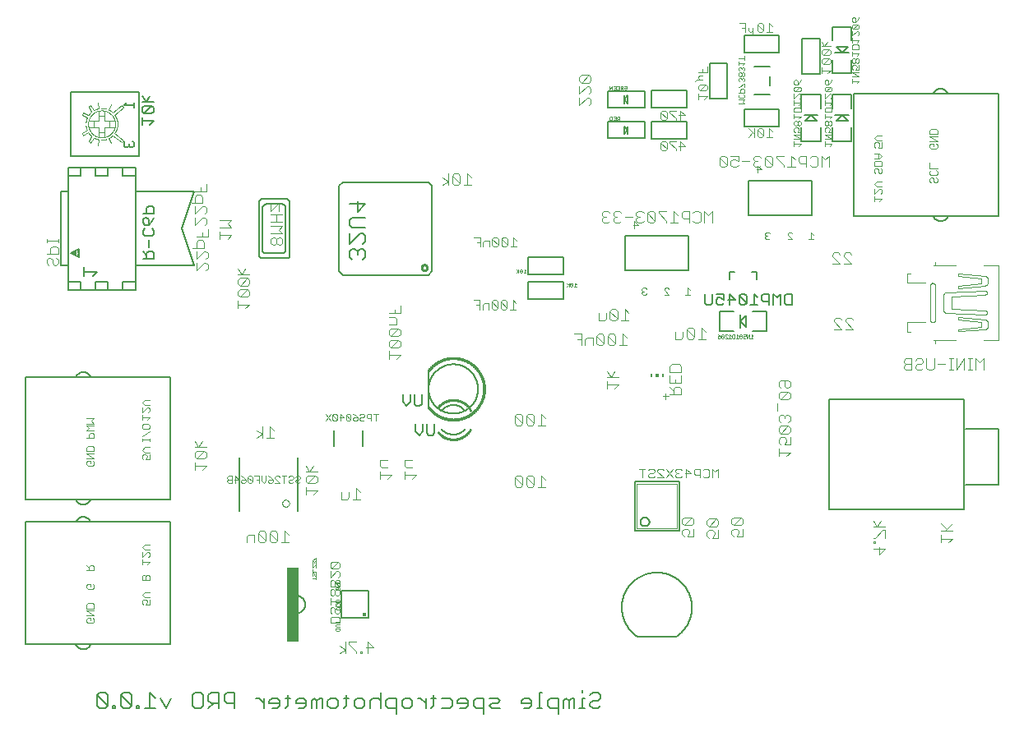
<source format=gbo>
G75*
%MOIN*%
%OFA0B0*%
%FSLAX25Y25*%
%IPPOS*%
%LPD*%
%AMOC8*
5,1,8,0,0,1.08239X$1,22.5*
%
%ADD10C,0.00600*%
%ADD11C,0.00400*%
%ADD12C,0.00300*%
%ADD13C,0.00800*%
%ADD14C,0.01000*%
%ADD15C,0.00500*%
%ADD16R,0.00591X0.01181*%
%ADD17R,0.01181X0.01181*%
%ADD18C,0.00200*%
%ADD19C,0.00100*%
%ADD20R,0.05000X0.30000*%
%ADD21R,0.01000X0.02000*%
%ADD22R,0.00500X0.01500*%
%ADD23R,0.01000X0.01000*%
%ADD24C,0.01575*%
D10*
X0030444Y0008168D02*
X0031512Y0007100D01*
X0033647Y0007100D01*
X0034715Y0008168D01*
X0030444Y0012438D01*
X0030444Y0008168D01*
X0034715Y0008168D02*
X0034715Y0012438D01*
X0033647Y0013505D01*
X0031512Y0013505D01*
X0030444Y0012438D01*
X0036870Y0008168D02*
X0036870Y0007100D01*
X0037938Y0007100D01*
X0037938Y0008168D01*
X0036870Y0008168D01*
X0040113Y0008168D02*
X0041180Y0007100D01*
X0043315Y0007100D01*
X0044383Y0008168D01*
X0040113Y0012438D01*
X0040113Y0008168D01*
X0044383Y0008168D02*
X0044383Y0012438D01*
X0043315Y0013505D01*
X0041180Y0013505D01*
X0040113Y0012438D01*
X0046538Y0008168D02*
X0046538Y0007100D01*
X0047606Y0007100D01*
X0047606Y0008168D01*
X0046538Y0008168D01*
X0049781Y0007100D02*
X0054051Y0007100D01*
X0051916Y0007100D02*
X0051916Y0013505D01*
X0054051Y0011370D01*
X0056226Y0011370D02*
X0058362Y0007100D01*
X0060497Y0011370D01*
X0069117Y0012438D02*
X0069117Y0008168D01*
X0070185Y0007100D01*
X0072320Y0007100D01*
X0073388Y0008168D01*
X0073388Y0012438D01*
X0072320Y0013505D01*
X0070185Y0013505D01*
X0069117Y0012438D01*
X0075563Y0012438D02*
X0075563Y0010303D01*
X0076631Y0009235D01*
X0079833Y0009235D01*
X0077698Y0009235D02*
X0075563Y0007100D01*
X0079833Y0007100D02*
X0079833Y0013505D01*
X0076631Y0013505D01*
X0075563Y0012438D01*
X0082008Y0012438D02*
X0082008Y0010303D01*
X0083076Y0009235D01*
X0086279Y0009235D01*
X0086279Y0007100D02*
X0086279Y0013505D01*
X0083076Y0013505D01*
X0082008Y0012438D01*
X0094893Y0011370D02*
X0095960Y0011370D01*
X0098096Y0009235D01*
X0098096Y0007100D02*
X0098096Y0011370D01*
X0100271Y0010303D02*
X0100271Y0009235D01*
X0104541Y0009235D01*
X0104541Y0008168D02*
X0104541Y0010303D01*
X0103473Y0011370D01*
X0101338Y0011370D01*
X0100271Y0010303D01*
X0101338Y0007100D02*
X0103473Y0007100D01*
X0104541Y0008168D01*
X0106703Y0007100D02*
X0107770Y0008168D01*
X0107770Y0012438D01*
X0106703Y0011370D02*
X0108838Y0011370D01*
X0111013Y0010303D02*
X0111013Y0009235D01*
X0115284Y0009235D01*
X0115284Y0008168D02*
X0115284Y0010303D01*
X0114216Y0011370D01*
X0112081Y0011370D01*
X0111013Y0010303D01*
X0112081Y0007100D02*
X0114216Y0007100D01*
X0115284Y0008168D01*
X0117459Y0007100D02*
X0117459Y0010303D01*
X0118526Y0011370D01*
X0119594Y0010303D01*
X0119594Y0007100D01*
X0121729Y0007100D02*
X0121729Y0011370D01*
X0120661Y0011370D01*
X0119594Y0010303D01*
X0123904Y0010303D02*
X0123904Y0008168D01*
X0124972Y0007100D01*
X0127107Y0007100D01*
X0128174Y0008168D01*
X0128174Y0010303D01*
X0127107Y0011370D01*
X0124972Y0011370D01*
X0123904Y0010303D01*
X0130336Y0011370D02*
X0132471Y0011370D01*
X0131404Y0012438D02*
X0131404Y0008168D01*
X0130336Y0007100D01*
X0134647Y0008168D02*
X0134647Y0010303D01*
X0135714Y0011370D01*
X0137849Y0011370D01*
X0138917Y0010303D01*
X0138917Y0008168D01*
X0137849Y0007100D01*
X0135714Y0007100D01*
X0134647Y0008168D01*
X0141092Y0007100D02*
X0141092Y0010303D01*
X0142160Y0011370D01*
X0144295Y0011370D01*
X0145362Y0010303D01*
X0147538Y0010303D02*
X0147538Y0008168D01*
X0148605Y0007100D01*
X0151808Y0007100D01*
X0151808Y0004965D02*
X0151808Y0011370D01*
X0148605Y0011370D01*
X0147538Y0010303D01*
X0145362Y0013505D02*
X0145362Y0007100D01*
X0153983Y0008168D02*
X0153983Y0010303D01*
X0155051Y0011370D01*
X0157186Y0011370D01*
X0158253Y0010303D01*
X0158253Y0008168D01*
X0157186Y0007100D01*
X0155051Y0007100D01*
X0153983Y0008168D01*
X0160422Y0011370D02*
X0161490Y0011370D01*
X0163625Y0009235D01*
X0163625Y0007100D02*
X0163625Y0011370D01*
X0165787Y0011370D02*
X0167922Y0011370D01*
X0166854Y0012438D02*
X0166854Y0008168D01*
X0165787Y0007100D01*
X0170097Y0007100D02*
X0173300Y0007100D01*
X0174367Y0008168D01*
X0174367Y0010303D01*
X0173300Y0011370D01*
X0170097Y0011370D01*
X0176542Y0010303D02*
X0176542Y0009235D01*
X0180813Y0009235D01*
X0180813Y0008168D02*
X0180813Y0010303D01*
X0179745Y0011370D01*
X0177610Y0011370D01*
X0176542Y0010303D01*
X0177610Y0007100D02*
X0179745Y0007100D01*
X0180813Y0008168D01*
X0182988Y0008168D02*
X0184055Y0007100D01*
X0187258Y0007100D01*
X0187258Y0004965D02*
X0187258Y0011370D01*
X0184055Y0011370D01*
X0182988Y0010303D01*
X0182988Y0008168D01*
X0189433Y0008168D02*
X0190501Y0009235D01*
X0192636Y0009235D01*
X0193704Y0010303D01*
X0192636Y0011370D01*
X0189433Y0011370D01*
X0189433Y0008168D02*
X0190501Y0007100D01*
X0193704Y0007100D01*
X0202324Y0009235D02*
X0206595Y0009235D01*
X0206595Y0008168D02*
X0206595Y0010303D01*
X0205527Y0011370D01*
X0203392Y0011370D01*
X0202324Y0010303D01*
X0202324Y0009235D01*
X0203392Y0007100D02*
X0205527Y0007100D01*
X0206595Y0008168D01*
X0208757Y0007100D02*
X0210892Y0007100D01*
X0209824Y0007100D02*
X0209824Y0013505D01*
X0210892Y0013505D01*
X0213067Y0010303D02*
X0213067Y0008168D01*
X0214134Y0007100D01*
X0217337Y0007100D01*
X0217337Y0004965D02*
X0217337Y0011370D01*
X0214134Y0011370D01*
X0213067Y0010303D01*
X0219512Y0010303D02*
X0219512Y0007100D01*
X0221648Y0007100D02*
X0221648Y0010303D01*
X0220580Y0011370D01*
X0219512Y0010303D01*
X0221648Y0010303D02*
X0222715Y0011370D01*
X0223783Y0011370D01*
X0223783Y0007100D01*
X0225945Y0007100D02*
X0228080Y0007100D01*
X0227012Y0007100D02*
X0227012Y0011370D01*
X0228080Y0011370D01*
X0227012Y0013505D02*
X0227012Y0014573D01*
X0230255Y0012438D02*
X0231322Y0013505D01*
X0233458Y0013505D01*
X0234525Y0012438D01*
X0234525Y0011370D01*
X0233458Y0010303D01*
X0231322Y0010303D01*
X0230255Y0009235D01*
X0230255Y0008168D01*
X0231322Y0007100D01*
X0233458Y0007100D01*
X0234525Y0008168D01*
X0248338Y0079400D02*
X0266313Y0079400D01*
X0266313Y0099200D01*
X0248338Y0099200D01*
X0248338Y0079400D01*
X0250725Y0082900D02*
X0250727Y0082984D01*
X0250733Y0083069D01*
X0250743Y0083152D01*
X0250757Y0083236D01*
X0250774Y0083318D01*
X0250796Y0083400D01*
X0250821Y0083480D01*
X0250850Y0083559D01*
X0250883Y0083637D01*
X0250919Y0083713D01*
X0250959Y0083788D01*
X0251003Y0083860D01*
X0251049Y0083931D01*
X0251099Y0083999D01*
X0251152Y0084064D01*
X0251208Y0084127D01*
X0251267Y0084188D01*
X0251329Y0084245D01*
X0251393Y0084300D01*
X0251460Y0084351D01*
X0251529Y0084400D01*
X0251601Y0084445D01*
X0251674Y0084486D01*
X0251749Y0084524D01*
X0251826Y0084559D01*
X0251905Y0084590D01*
X0251985Y0084617D01*
X0252066Y0084640D01*
X0252148Y0084660D01*
X0252231Y0084676D01*
X0252314Y0084688D01*
X0252399Y0084696D01*
X0252483Y0084700D01*
X0252567Y0084700D01*
X0252651Y0084696D01*
X0252736Y0084688D01*
X0252819Y0084676D01*
X0252902Y0084660D01*
X0252984Y0084640D01*
X0253065Y0084617D01*
X0253145Y0084590D01*
X0253224Y0084559D01*
X0253301Y0084524D01*
X0253376Y0084486D01*
X0253449Y0084445D01*
X0253521Y0084400D01*
X0253590Y0084351D01*
X0253657Y0084300D01*
X0253721Y0084245D01*
X0253783Y0084188D01*
X0253842Y0084127D01*
X0253898Y0084064D01*
X0253951Y0083999D01*
X0254001Y0083931D01*
X0254047Y0083860D01*
X0254091Y0083788D01*
X0254131Y0083713D01*
X0254167Y0083637D01*
X0254200Y0083559D01*
X0254229Y0083480D01*
X0254254Y0083400D01*
X0254276Y0083318D01*
X0254293Y0083236D01*
X0254307Y0083152D01*
X0254317Y0083069D01*
X0254323Y0082984D01*
X0254325Y0082900D01*
X0254323Y0082816D01*
X0254317Y0082731D01*
X0254307Y0082648D01*
X0254293Y0082564D01*
X0254276Y0082482D01*
X0254254Y0082400D01*
X0254229Y0082320D01*
X0254200Y0082241D01*
X0254167Y0082163D01*
X0254131Y0082087D01*
X0254091Y0082012D01*
X0254047Y0081940D01*
X0254001Y0081869D01*
X0253951Y0081801D01*
X0253898Y0081736D01*
X0253842Y0081673D01*
X0253783Y0081612D01*
X0253721Y0081555D01*
X0253657Y0081500D01*
X0253590Y0081449D01*
X0253521Y0081400D01*
X0253449Y0081355D01*
X0253376Y0081314D01*
X0253301Y0081276D01*
X0253224Y0081241D01*
X0253145Y0081210D01*
X0253065Y0081183D01*
X0252984Y0081160D01*
X0252902Y0081140D01*
X0252819Y0081124D01*
X0252736Y0081112D01*
X0252651Y0081104D01*
X0252567Y0081100D01*
X0252483Y0081100D01*
X0252399Y0081104D01*
X0252314Y0081112D01*
X0252231Y0081124D01*
X0252148Y0081140D01*
X0252066Y0081160D01*
X0251985Y0081183D01*
X0251905Y0081210D01*
X0251826Y0081241D01*
X0251749Y0081276D01*
X0251674Y0081314D01*
X0251601Y0081355D01*
X0251529Y0081400D01*
X0251460Y0081449D01*
X0251393Y0081500D01*
X0251329Y0081555D01*
X0251267Y0081612D01*
X0251208Y0081673D01*
X0251152Y0081736D01*
X0251099Y0081801D01*
X0251049Y0081869D01*
X0251003Y0081940D01*
X0250959Y0082012D01*
X0250919Y0082087D01*
X0250883Y0082163D01*
X0250850Y0082241D01*
X0250821Y0082320D01*
X0250796Y0082400D01*
X0250774Y0082482D01*
X0250757Y0082564D01*
X0250743Y0082648D01*
X0250733Y0082731D01*
X0250727Y0082816D01*
X0250725Y0082900D01*
X0174825Y0130300D02*
X0174671Y0130298D01*
X0174517Y0130292D01*
X0174363Y0130282D01*
X0174209Y0130268D01*
X0174056Y0130251D01*
X0173904Y0130229D01*
X0173752Y0130203D01*
X0173600Y0130174D01*
X0173450Y0130140D01*
X0173300Y0130103D01*
X0173152Y0130062D01*
X0173004Y0130017D01*
X0172858Y0129968D01*
X0172713Y0129916D01*
X0172570Y0129860D01*
X0172427Y0129800D01*
X0172287Y0129737D01*
X0172148Y0129670D01*
X0172011Y0129599D01*
X0171876Y0129525D01*
X0171743Y0129448D01*
X0171611Y0129367D01*
X0171482Y0129283D01*
X0171355Y0129195D01*
X0171231Y0129104D01*
X0171109Y0129011D01*
X0170989Y0128913D01*
X0170872Y0128813D01*
X0170757Y0128710D01*
X0170645Y0128604D01*
X0170536Y0128496D01*
X0170430Y0128384D01*
X0170326Y0128270D01*
X0170226Y0128153D01*
X0170128Y0128034D01*
X0170034Y0127912D01*
X0169943Y0127787D01*
X0174825Y0118300D02*
X0174977Y0118302D01*
X0175128Y0118308D01*
X0175279Y0118317D01*
X0175431Y0118331D01*
X0175581Y0118348D01*
X0175731Y0118369D01*
X0175881Y0118394D01*
X0176030Y0118422D01*
X0176178Y0118455D01*
X0176325Y0118491D01*
X0176472Y0118530D01*
X0176617Y0118574D01*
X0176761Y0118621D01*
X0176904Y0118672D01*
X0177045Y0118726D01*
X0177186Y0118784D01*
X0177324Y0118845D01*
X0177461Y0118910D01*
X0177597Y0118979D01*
X0177730Y0119050D01*
X0177862Y0119125D01*
X0177992Y0119204D01*
X0178119Y0119285D01*
X0178245Y0119370D01*
X0178369Y0119458D01*
X0178490Y0119549D01*
X0178609Y0119643D01*
X0178725Y0119741D01*
X0178839Y0119841D01*
X0178951Y0119943D01*
X0179059Y0120049D01*
X0179165Y0120157D01*
X0179269Y0120268D01*
X0179369Y0120382D01*
X0179467Y0120498D01*
X0179561Y0120617D01*
X0174825Y0118300D02*
X0174673Y0118302D01*
X0174522Y0118308D01*
X0174371Y0118317D01*
X0174219Y0118331D01*
X0174069Y0118348D01*
X0173919Y0118369D01*
X0173769Y0118394D01*
X0173620Y0118422D01*
X0173472Y0118455D01*
X0173325Y0118491D01*
X0173178Y0118530D01*
X0173033Y0118574D01*
X0172889Y0118621D01*
X0172746Y0118672D01*
X0172605Y0118726D01*
X0172464Y0118784D01*
X0172326Y0118845D01*
X0172189Y0118910D01*
X0172053Y0118979D01*
X0171920Y0119050D01*
X0171788Y0119125D01*
X0171658Y0119204D01*
X0171531Y0119285D01*
X0171405Y0119370D01*
X0171281Y0119458D01*
X0171160Y0119549D01*
X0171041Y0119643D01*
X0170925Y0119741D01*
X0170811Y0119841D01*
X0170699Y0119943D01*
X0170591Y0120049D01*
X0170485Y0120157D01*
X0170381Y0120268D01*
X0170281Y0120382D01*
X0170183Y0120498D01*
X0170089Y0120617D01*
X0174825Y0130300D02*
X0174975Y0130298D01*
X0175126Y0130292D01*
X0175276Y0130283D01*
X0175425Y0130270D01*
X0175575Y0130253D01*
X0175724Y0130232D01*
X0175872Y0130208D01*
X0176020Y0130180D01*
X0176167Y0130148D01*
X0176313Y0130113D01*
X0176458Y0130073D01*
X0176602Y0130031D01*
X0176745Y0129984D01*
X0176887Y0129934D01*
X0177028Y0129881D01*
X0177167Y0129824D01*
X0177305Y0129764D01*
X0177441Y0129700D01*
X0177575Y0129633D01*
X0177708Y0129562D01*
X0177839Y0129488D01*
X0177968Y0129411D01*
X0178095Y0129330D01*
X0178220Y0129247D01*
X0178343Y0129160D01*
X0178464Y0129071D01*
X0178582Y0128978D01*
X0178698Y0128882D01*
X0178812Y0128784D01*
X0178923Y0128683D01*
X0179032Y0128578D01*
X0179137Y0128472D01*
X0179241Y0128362D01*
X0179341Y0128250D01*
X0179439Y0128136D01*
X0179533Y0128019D01*
X0179625Y0127900D01*
X0164825Y0136800D02*
X0164828Y0137045D01*
X0164837Y0137291D01*
X0164852Y0137536D01*
X0164873Y0137780D01*
X0164900Y0138024D01*
X0164933Y0138267D01*
X0164972Y0138510D01*
X0165017Y0138751D01*
X0165068Y0138991D01*
X0165125Y0139230D01*
X0165187Y0139467D01*
X0165256Y0139703D01*
X0165330Y0139937D01*
X0165410Y0140169D01*
X0165495Y0140399D01*
X0165586Y0140627D01*
X0165683Y0140852D01*
X0165785Y0141076D01*
X0165893Y0141296D01*
X0166006Y0141514D01*
X0166124Y0141729D01*
X0166248Y0141941D01*
X0166376Y0142150D01*
X0166510Y0142356D01*
X0166649Y0142558D01*
X0166793Y0142757D01*
X0166942Y0142952D01*
X0167095Y0143144D01*
X0167253Y0143332D01*
X0167415Y0143516D01*
X0167583Y0143695D01*
X0167754Y0143871D01*
X0167930Y0144042D01*
X0168109Y0144210D01*
X0168293Y0144372D01*
X0168481Y0144530D01*
X0168673Y0144683D01*
X0168868Y0144832D01*
X0169067Y0144976D01*
X0169269Y0145115D01*
X0169475Y0145249D01*
X0169684Y0145377D01*
X0169896Y0145501D01*
X0170111Y0145619D01*
X0170329Y0145732D01*
X0170549Y0145840D01*
X0170773Y0145942D01*
X0170998Y0146039D01*
X0171226Y0146130D01*
X0171456Y0146215D01*
X0171688Y0146295D01*
X0171922Y0146369D01*
X0172158Y0146438D01*
X0172395Y0146500D01*
X0172634Y0146557D01*
X0172874Y0146608D01*
X0173115Y0146653D01*
X0173358Y0146692D01*
X0173601Y0146725D01*
X0173845Y0146752D01*
X0174089Y0146773D01*
X0174334Y0146788D01*
X0174580Y0146797D01*
X0174825Y0146800D01*
X0175070Y0146797D01*
X0175316Y0146788D01*
X0175561Y0146773D01*
X0175805Y0146752D01*
X0176049Y0146725D01*
X0176292Y0146692D01*
X0176535Y0146653D01*
X0176776Y0146608D01*
X0177016Y0146557D01*
X0177255Y0146500D01*
X0177492Y0146438D01*
X0177728Y0146369D01*
X0177962Y0146295D01*
X0178194Y0146215D01*
X0178424Y0146130D01*
X0178652Y0146039D01*
X0178877Y0145942D01*
X0179101Y0145840D01*
X0179321Y0145732D01*
X0179539Y0145619D01*
X0179754Y0145501D01*
X0179966Y0145377D01*
X0180175Y0145249D01*
X0180381Y0145115D01*
X0180583Y0144976D01*
X0180782Y0144832D01*
X0180977Y0144683D01*
X0181169Y0144530D01*
X0181357Y0144372D01*
X0181541Y0144210D01*
X0181720Y0144042D01*
X0181896Y0143871D01*
X0182067Y0143695D01*
X0182235Y0143516D01*
X0182397Y0143332D01*
X0182555Y0143144D01*
X0182708Y0142952D01*
X0182857Y0142757D01*
X0183001Y0142558D01*
X0183140Y0142356D01*
X0183274Y0142150D01*
X0183402Y0141941D01*
X0183526Y0141729D01*
X0183644Y0141514D01*
X0183757Y0141296D01*
X0183865Y0141076D01*
X0183967Y0140852D01*
X0184064Y0140627D01*
X0184155Y0140399D01*
X0184240Y0140169D01*
X0184320Y0139937D01*
X0184394Y0139703D01*
X0184463Y0139467D01*
X0184525Y0139230D01*
X0184582Y0138991D01*
X0184633Y0138751D01*
X0184678Y0138510D01*
X0184717Y0138267D01*
X0184750Y0138024D01*
X0184777Y0137780D01*
X0184798Y0137536D01*
X0184813Y0137291D01*
X0184822Y0137045D01*
X0184825Y0136800D01*
X0184822Y0136555D01*
X0184813Y0136309D01*
X0184798Y0136064D01*
X0184777Y0135820D01*
X0184750Y0135576D01*
X0184717Y0135333D01*
X0184678Y0135090D01*
X0184633Y0134849D01*
X0184582Y0134609D01*
X0184525Y0134370D01*
X0184463Y0134133D01*
X0184394Y0133897D01*
X0184320Y0133663D01*
X0184240Y0133431D01*
X0184155Y0133201D01*
X0184064Y0132973D01*
X0183967Y0132748D01*
X0183865Y0132524D01*
X0183757Y0132304D01*
X0183644Y0132086D01*
X0183526Y0131871D01*
X0183402Y0131659D01*
X0183274Y0131450D01*
X0183140Y0131244D01*
X0183001Y0131042D01*
X0182857Y0130843D01*
X0182708Y0130648D01*
X0182555Y0130456D01*
X0182397Y0130268D01*
X0182235Y0130084D01*
X0182067Y0129905D01*
X0181896Y0129729D01*
X0181720Y0129558D01*
X0181541Y0129390D01*
X0181357Y0129228D01*
X0181169Y0129070D01*
X0180977Y0128917D01*
X0180782Y0128768D01*
X0180583Y0128624D01*
X0180381Y0128485D01*
X0180175Y0128351D01*
X0179966Y0128223D01*
X0179754Y0128099D01*
X0179539Y0127981D01*
X0179321Y0127868D01*
X0179101Y0127760D01*
X0178877Y0127658D01*
X0178652Y0127561D01*
X0178424Y0127470D01*
X0178194Y0127385D01*
X0177962Y0127305D01*
X0177728Y0127231D01*
X0177492Y0127162D01*
X0177255Y0127100D01*
X0177016Y0127043D01*
X0176776Y0126992D01*
X0176535Y0126947D01*
X0176292Y0126908D01*
X0176049Y0126875D01*
X0175805Y0126848D01*
X0175561Y0126827D01*
X0175316Y0126812D01*
X0175070Y0126803D01*
X0174825Y0126800D01*
X0174580Y0126803D01*
X0174334Y0126812D01*
X0174089Y0126827D01*
X0173845Y0126848D01*
X0173601Y0126875D01*
X0173358Y0126908D01*
X0173115Y0126947D01*
X0172874Y0126992D01*
X0172634Y0127043D01*
X0172395Y0127100D01*
X0172158Y0127162D01*
X0171922Y0127231D01*
X0171688Y0127305D01*
X0171456Y0127385D01*
X0171226Y0127470D01*
X0170998Y0127561D01*
X0170773Y0127658D01*
X0170549Y0127760D01*
X0170329Y0127868D01*
X0170111Y0127981D01*
X0169896Y0128099D01*
X0169684Y0128223D01*
X0169475Y0128351D01*
X0169269Y0128485D01*
X0169067Y0128624D01*
X0168868Y0128768D01*
X0168673Y0128917D01*
X0168481Y0129070D01*
X0168293Y0129228D01*
X0168109Y0129390D01*
X0167930Y0129558D01*
X0167754Y0129729D01*
X0167583Y0129905D01*
X0167415Y0130084D01*
X0167253Y0130268D01*
X0167095Y0130456D01*
X0166942Y0130648D01*
X0166793Y0130843D01*
X0166649Y0131042D01*
X0166510Y0131244D01*
X0166376Y0131450D01*
X0166248Y0131659D01*
X0166124Y0131871D01*
X0166006Y0132086D01*
X0165893Y0132304D01*
X0165785Y0132524D01*
X0165683Y0132748D01*
X0165586Y0132973D01*
X0165495Y0133201D01*
X0165410Y0133431D01*
X0165330Y0133663D01*
X0165256Y0133897D01*
X0165187Y0134133D01*
X0165125Y0134370D01*
X0165068Y0134609D01*
X0165017Y0134849D01*
X0164972Y0135090D01*
X0164933Y0135333D01*
X0164900Y0135576D01*
X0164873Y0135820D01*
X0164852Y0136064D01*
X0164837Y0136309D01*
X0164828Y0136555D01*
X0164825Y0136800D01*
X0111624Y0108898D02*
X0111624Y0087202D01*
X0088026Y0087202D02*
X0088026Y0108898D01*
X0046125Y0176800D02*
X0040825Y0176800D01*
X0034825Y0176800D01*
X0029825Y0176800D01*
X0023825Y0176800D01*
X0018625Y0176800D01*
X0018625Y0180300D01*
X0018625Y0186800D01*
X0018625Y0216800D01*
X0018625Y0223300D01*
X0018625Y0226700D01*
X0023825Y0226700D01*
X0029825Y0226700D01*
X0034825Y0226700D01*
X0040825Y0226700D01*
X0046125Y0226700D01*
X0046125Y0223300D01*
X0046125Y0216800D01*
X0046125Y0186800D01*
X0046125Y0180300D01*
X0046125Y0176800D01*
X0046125Y0180300D02*
X0040825Y0180300D01*
X0040825Y0176800D01*
X0034825Y0176800D02*
X0034825Y0180300D01*
X0029825Y0180300D01*
X0029825Y0176800D01*
X0028728Y0182600D02*
X0030530Y0184402D01*
X0025125Y0184402D01*
X0025125Y0186203D02*
X0025125Y0182600D01*
X0023825Y0180300D02*
X0018625Y0180300D01*
X0023825Y0180300D02*
X0023825Y0176800D01*
X0018625Y0186800D02*
X0015925Y0186800D01*
X0015925Y0216800D01*
X0018625Y0216800D01*
X0018625Y0223300D02*
X0023825Y0223300D01*
X0023825Y0226700D01*
X0019924Y0231308D02*
X0047443Y0231308D01*
X0047443Y0257292D01*
X0019924Y0257292D01*
X0019924Y0231308D01*
X0029825Y0226700D02*
X0029825Y0223300D01*
X0034825Y0223300D01*
X0034825Y0226700D01*
X0040825Y0226700D02*
X0040825Y0223300D01*
X0046125Y0223300D01*
X0046125Y0216800D02*
X0069825Y0216800D01*
X0064825Y0201800D01*
X0069825Y0186800D01*
X0046125Y0186800D01*
X0023125Y0190100D02*
X0019825Y0191800D01*
X0020825Y0191800D01*
X0019825Y0191800D02*
X0023125Y0193500D01*
X0023125Y0190100D01*
X0132757Y0190301D02*
X0133825Y0189233D01*
X0132757Y0190301D02*
X0132757Y0192436D01*
X0133825Y0193503D01*
X0134892Y0193503D01*
X0135960Y0192436D01*
X0135960Y0191368D01*
X0135960Y0192436D02*
X0137028Y0193503D01*
X0138095Y0193503D01*
X0139163Y0192436D01*
X0139163Y0190301D01*
X0138095Y0189233D01*
X0138095Y0195679D02*
X0139163Y0196746D01*
X0139163Y0198881D01*
X0138095Y0199949D01*
X0137028Y0199949D01*
X0132757Y0195679D01*
X0132757Y0199949D01*
X0133825Y0202124D02*
X0132757Y0203192D01*
X0132757Y0205327D01*
X0133825Y0206394D01*
X0139163Y0206394D01*
X0135960Y0208570D02*
X0135960Y0212840D01*
X0139163Y0211772D02*
X0135960Y0208570D01*
X0132757Y0211772D02*
X0139163Y0211772D01*
X0139163Y0202124D02*
X0133825Y0202124D01*
X0286725Y0184400D02*
X0286725Y0181200D01*
X0286725Y0184400D02*
X0288925Y0184400D01*
X0295725Y0184400D02*
X0297925Y0184400D01*
X0297925Y0181200D01*
D11*
X0301705Y0197500D02*
X0301238Y0197967D01*
X0301238Y0198434D01*
X0301705Y0198901D01*
X0302172Y0198901D01*
X0301705Y0198901D02*
X0301238Y0199368D01*
X0301238Y0199835D01*
X0301705Y0200302D01*
X0302639Y0200302D01*
X0303106Y0199835D01*
X0303106Y0197967D02*
X0302639Y0197500D01*
X0301705Y0197500D01*
X0310338Y0197463D02*
X0312206Y0197463D01*
X0310338Y0199331D01*
X0310338Y0199798D01*
X0310805Y0200265D01*
X0311739Y0200265D01*
X0312206Y0199798D01*
X0318850Y0197500D02*
X0320718Y0197500D01*
X0319784Y0197500D02*
X0319784Y0200302D01*
X0320718Y0199368D01*
X0328516Y0191348D02*
X0329283Y0192115D01*
X0330818Y0192115D01*
X0331585Y0191348D01*
X0333120Y0191348D02*
X0333887Y0192115D01*
X0335422Y0192115D01*
X0336189Y0191348D01*
X0333120Y0191348D02*
X0333120Y0190581D01*
X0336189Y0187511D01*
X0333120Y0187511D01*
X0331585Y0187511D02*
X0328516Y0190581D01*
X0328516Y0191348D01*
X0328516Y0187511D02*
X0331585Y0187511D01*
X0358631Y0183654D02*
X0358631Y0179771D01*
X0358837Y0179772D02*
X0366194Y0179772D01*
X0368238Y0178954D02*
X0368238Y0164647D01*
X0368240Y0164592D01*
X0368246Y0164536D01*
X0368255Y0164481D01*
X0368268Y0164427D01*
X0368285Y0164374D01*
X0368306Y0164322D01*
X0368330Y0164271D01*
X0368357Y0164223D01*
X0368387Y0164176D01*
X0368421Y0164131D01*
X0368458Y0164089D01*
X0368497Y0164050D01*
X0368539Y0164013D01*
X0368584Y0163979D01*
X0368631Y0163949D01*
X0368679Y0163922D01*
X0368730Y0163898D01*
X0368782Y0163877D01*
X0368835Y0163860D01*
X0368889Y0163847D01*
X0368944Y0163838D01*
X0369000Y0163832D01*
X0369055Y0163830D01*
X0369056Y0163830D02*
X0369118Y0163832D01*
X0369179Y0163838D01*
X0369240Y0163847D01*
X0369301Y0163860D01*
X0369360Y0163877D01*
X0369418Y0163897D01*
X0369475Y0163920D01*
X0369531Y0163947D01*
X0369585Y0163978D01*
X0369636Y0164011D01*
X0369686Y0164048D01*
X0369733Y0164087D01*
X0369778Y0164130D01*
X0369821Y0164175D01*
X0369860Y0164222D01*
X0369897Y0164272D01*
X0369930Y0164323D01*
X0369961Y0164377D01*
X0369988Y0164433D01*
X0370011Y0164490D01*
X0370031Y0164548D01*
X0370048Y0164607D01*
X0370061Y0164668D01*
X0370070Y0164729D01*
X0370076Y0164790D01*
X0370078Y0164852D01*
X0370078Y0164851D02*
X0370078Y0178749D01*
X0370077Y0178749D02*
X0370075Y0178811D01*
X0370070Y0178873D01*
X0370060Y0178934D01*
X0370047Y0178994D01*
X0370031Y0179053D01*
X0370011Y0179112D01*
X0369987Y0179169D01*
X0369960Y0179224D01*
X0369930Y0179278D01*
X0369896Y0179330D01*
X0369859Y0179379D01*
X0369820Y0179427D01*
X0369778Y0179472D01*
X0369733Y0179514D01*
X0369685Y0179553D01*
X0369636Y0179590D01*
X0369584Y0179624D01*
X0369530Y0179654D01*
X0369475Y0179681D01*
X0369418Y0179705D01*
X0369359Y0179725D01*
X0369300Y0179741D01*
X0369240Y0179754D01*
X0369179Y0179764D01*
X0369117Y0179769D01*
X0369055Y0179771D01*
X0369056Y0179771D02*
X0369056Y0179771D01*
X0369055Y0179771D02*
X0369000Y0179769D01*
X0368944Y0179763D01*
X0368889Y0179754D01*
X0368835Y0179741D01*
X0368782Y0179724D01*
X0368730Y0179703D01*
X0368679Y0179679D01*
X0368631Y0179652D01*
X0368584Y0179622D01*
X0368539Y0179588D01*
X0368497Y0179551D01*
X0368458Y0179512D01*
X0368421Y0179470D01*
X0368387Y0179425D01*
X0368357Y0179378D01*
X0368330Y0179330D01*
X0368306Y0179279D01*
X0368285Y0179227D01*
X0368268Y0179174D01*
X0368255Y0179120D01*
X0368246Y0179065D01*
X0368240Y0179009D01*
X0368238Y0178954D01*
X0373552Y0175070D02*
X0373552Y0168531D01*
X0373557Y0168474D01*
X0373566Y0168417D01*
X0373579Y0168361D01*
X0373595Y0168305D01*
X0373615Y0168251D01*
X0373638Y0168199D01*
X0373665Y0168148D01*
X0373695Y0168099D01*
X0373729Y0168052D01*
X0373765Y0168008D01*
X0373804Y0167966D01*
X0373846Y0167926D01*
X0373891Y0167890D01*
X0373938Y0167857D01*
X0373987Y0167826D01*
X0374038Y0167800D01*
X0374090Y0167776D01*
X0374144Y0167756D01*
X0374199Y0167740D01*
X0374255Y0167727D01*
X0374312Y0167718D01*
X0374369Y0167713D01*
X0390311Y0166896D01*
X0390367Y0166898D01*
X0390422Y0166904D01*
X0390477Y0166913D01*
X0390531Y0166926D01*
X0390585Y0166943D01*
X0390636Y0166964D01*
X0390687Y0166988D01*
X0390736Y0167015D01*
X0390782Y0167046D01*
X0390827Y0167079D01*
X0390869Y0167116D01*
X0390908Y0167155D01*
X0390945Y0167197D01*
X0390978Y0167242D01*
X0391009Y0167288D01*
X0391036Y0167337D01*
X0391060Y0167388D01*
X0391081Y0167439D01*
X0391098Y0167493D01*
X0391111Y0167547D01*
X0391120Y0167602D01*
X0391126Y0167657D01*
X0391128Y0167713D01*
X0391126Y0167769D01*
X0391120Y0167824D01*
X0391111Y0167879D01*
X0391098Y0167933D01*
X0391081Y0167987D01*
X0391060Y0168038D01*
X0391036Y0168089D01*
X0391009Y0168138D01*
X0390978Y0168184D01*
X0390945Y0168229D01*
X0390908Y0168271D01*
X0390869Y0168310D01*
X0390827Y0168347D01*
X0390782Y0168380D01*
X0390736Y0168411D01*
X0390687Y0168438D01*
X0390636Y0168462D01*
X0390585Y0168483D01*
X0390531Y0168500D01*
X0390477Y0168513D01*
X0390422Y0168522D01*
X0390367Y0168528D01*
X0390311Y0168530D01*
X0390311Y0168531D02*
X0376822Y0169348D01*
X0376822Y0174254D01*
X0376822Y0174253D02*
X0390311Y0175070D01*
X0390367Y0175072D01*
X0390422Y0175078D01*
X0390477Y0175087D01*
X0390531Y0175100D01*
X0390585Y0175117D01*
X0390636Y0175138D01*
X0390687Y0175162D01*
X0390736Y0175189D01*
X0390782Y0175220D01*
X0390827Y0175253D01*
X0390869Y0175290D01*
X0390908Y0175329D01*
X0390945Y0175371D01*
X0390978Y0175416D01*
X0391009Y0175462D01*
X0391036Y0175511D01*
X0391060Y0175562D01*
X0391081Y0175613D01*
X0391098Y0175667D01*
X0391111Y0175721D01*
X0391120Y0175776D01*
X0391126Y0175831D01*
X0391128Y0175887D01*
X0391129Y0175888D02*
X0391129Y0175887D01*
X0391128Y0175888D02*
X0391126Y0175944D01*
X0391120Y0175999D01*
X0391111Y0176054D01*
X0391098Y0176108D01*
X0391081Y0176162D01*
X0391060Y0176213D01*
X0391036Y0176264D01*
X0391009Y0176313D01*
X0390978Y0176359D01*
X0390945Y0176404D01*
X0390908Y0176446D01*
X0390869Y0176485D01*
X0390827Y0176522D01*
X0390782Y0176555D01*
X0390736Y0176586D01*
X0390687Y0176613D01*
X0390636Y0176637D01*
X0390585Y0176658D01*
X0390531Y0176675D01*
X0390477Y0176688D01*
X0390422Y0176697D01*
X0390367Y0176703D01*
X0390311Y0176705D01*
X0374369Y0175888D01*
X0374370Y0175888D02*
X0374312Y0175883D01*
X0374256Y0175874D01*
X0374199Y0175861D01*
X0374144Y0175845D01*
X0374090Y0175825D01*
X0374038Y0175802D01*
X0373987Y0175775D01*
X0373938Y0175744D01*
X0373891Y0175711D01*
X0373847Y0175675D01*
X0373804Y0175635D01*
X0373765Y0175593D01*
X0373729Y0175549D01*
X0373695Y0175502D01*
X0373665Y0175453D01*
X0373638Y0175402D01*
X0373615Y0175349D01*
X0373595Y0175295D01*
X0373579Y0175240D01*
X0373566Y0175184D01*
X0373557Y0175127D01*
X0373552Y0175070D01*
X0379479Y0177727D02*
X0379479Y0178545D01*
X0388881Y0179567D01*
X0388881Y0181611D01*
X0379479Y0182632D01*
X0379479Y0183450D01*
X0390311Y0182632D01*
X0390377Y0182625D01*
X0390442Y0182614D01*
X0390507Y0182600D01*
X0390570Y0182582D01*
X0390633Y0182560D01*
X0390694Y0182535D01*
X0390754Y0182507D01*
X0390812Y0182475D01*
X0390868Y0182439D01*
X0390922Y0182401D01*
X0390973Y0182360D01*
X0391022Y0182316D01*
X0391069Y0182269D01*
X0391113Y0182219D01*
X0391154Y0182167D01*
X0391192Y0182113D01*
X0391227Y0182057D01*
X0391258Y0181999D01*
X0391286Y0181939D01*
X0391311Y0181877D01*
X0391332Y0181815D01*
X0391332Y0179566D02*
X0391311Y0179504D01*
X0391286Y0179442D01*
X0391258Y0179382D01*
X0391227Y0179324D01*
X0391192Y0179268D01*
X0391154Y0179214D01*
X0391113Y0179162D01*
X0391069Y0179112D01*
X0391022Y0179065D01*
X0390973Y0179021D01*
X0390922Y0178980D01*
X0390868Y0178942D01*
X0390812Y0178906D01*
X0390754Y0178874D01*
X0390694Y0178846D01*
X0390633Y0178821D01*
X0390570Y0178799D01*
X0390507Y0178781D01*
X0390442Y0178767D01*
X0390377Y0178756D01*
X0390311Y0178749D01*
X0379479Y0177727D01*
X0391332Y0179567D02*
X0391366Y0179682D01*
X0391396Y0179799D01*
X0391422Y0179916D01*
X0391444Y0180034D01*
X0391463Y0180152D01*
X0391478Y0180272D01*
X0391489Y0180391D01*
X0391497Y0180511D01*
X0391501Y0180631D01*
X0391501Y0180751D01*
X0391497Y0180871D01*
X0391489Y0180991D01*
X0391478Y0181110D01*
X0391463Y0181230D01*
X0391444Y0181348D01*
X0391422Y0181466D01*
X0391396Y0181583D01*
X0391366Y0181700D01*
X0391332Y0181815D01*
X0389706Y0186924D02*
X0395625Y0186924D01*
X0395625Y0156676D01*
X0395625Y0156676D01*
X0389706Y0156676D01*
X0390311Y0160969D02*
X0379479Y0160151D01*
X0379479Y0160969D01*
X0388881Y0161990D01*
X0388881Y0164034D01*
X0379479Y0165056D01*
X0379479Y0165874D01*
X0390311Y0164852D01*
X0390311Y0164851D02*
X0390377Y0164844D01*
X0390442Y0164833D01*
X0390507Y0164819D01*
X0390570Y0164801D01*
X0390633Y0164779D01*
X0390694Y0164754D01*
X0390754Y0164726D01*
X0390812Y0164694D01*
X0390868Y0164658D01*
X0390922Y0164620D01*
X0390973Y0164579D01*
X0391022Y0164535D01*
X0391069Y0164488D01*
X0391113Y0164438D01*
X0391154Y0164386D01*
X0391192Y0164332D01*
X0391227Y0164276D01*
X0391258Y0164218D01*
X0391286Y0164158D01*
X0391311Y0164096D01*
X0391332Y0164034D01*
X0391332Y0161786D02*
X0391311Y0161724D01*
X0391286Y0161662D01*
X0391258Y0161602D01*
X0391227Y0161544D01*
X0391192Y0161488D01*
X0391154Y0161434D01*
X0391113Y0161382D01*
X0391069Y0161332D01*
X0391022Y0161285D01*
X0390973Y0161241D01*
X0390922Y0161200D01*
X0390868Y0161162D01*
X0390812Y0161126D01*
X0390754Y0161094D01*
X0390694Y0161066D01*
X0390633Y0161041D01*
X0390570Y0161019D01*
X0390507Y0161001D01*
X0390442Y0160987D01*
X0390377Y0160976D01*
X0390311Y0160969D01*
X0391332Y0161786D02*
X0391366Y0161901D01*
X0391396Y0162018D01*
X0391422Y0162135D01*
X0391444Y0162253D01*
X0391463Y0162371D01*
X0391478Y0162491D01*
X0391489Y0162610D01*
X0391497Y0162730D01*
X0391501Y0162850D01*
X0391501Y0162970D01*
X0391497Y0163090D01*
X0391489Y0163210D01*
X0391478Y0163329D01*
X0391463Y0163449D01*
X0391444Y0163567D01*
X0391422Y0163685D01*
X0391396Y0163802D01*
X0391366Y0163919D01*
X0391332Y0164034D01*
X0378556Y0156676D02*
X0369464Y0156676D01*
X0369465Y0156676D02*
X0369521Y0156674D01*
X0369576Y0156668D01*
X0369631Y0156659D01*
X0369685Y0156646D01*
X0369739Y0156629D01*
X0369790Y0156608D01*
X0369841Y0156584D01*
X0369890Y0156557D01*
X0369936Y0156526D01*
X0369981Y0156493D01*
X0370023Y0156456D01*
X0370062Y0156417D01*
X0370099Y0156375D01*
X0370132Y0156330D01*
X0370163Y0156284D01*
X0370190Y0156235D01*
X0370214Y0156184D01*
X0370235Y0156133D01*
X0370252Y0156079D01*
X0370265Y0156025D01*
X0370274Y0155970D01*
X0370280Y0155915D01*
X0370282Y0155859D01*
X0370282Y0155246D01*
X0369675Y0149104D02*
X0369675Y0145267D01*
X0368908Y0144500D01*
X0367373Y0144500D01*
X0366606Y0145267D01*
X0366606Y0149104D01*
X0365071Y0148337D02*
X0365071Y0147569D01*
X0364304Y0146802D01*
X0362769Y0146802D01*
X0362002Y0146035D01*
X0362002Y0145267D01*
X0362769Y0144500D01*
X0364304Y0144500D01*
X0365071Y0145267D01*
X0365071Y0148337D02*
X0364304Y0149104D01*
X0362769Y0149104D01*
X0362002Y0148337D01*
X0360467Y0149104D02*
X0358165Y0149104D01*
X0357398Y0148337D01*
X0357398Y0147569D01*
X0358165Y0146802D01*
X0360467Y0146802D01*
X0360467Y0144500D02*
X0360467Y0149104D01*
X0358165Y0146802D02*
X0357398Y0146035D01*
X0357398Y0145267D01*
X0358165Y0144500D01*
X0360467Y0144500D01*
X0371210Y0146802D02*
X0374279Y0146802D01*
X0375813Y0149104D02*
X0377348Y0149104D01*
X0376581Y0149104D02*
X0376581Y0144500D01*
X0377348Y0144500D02*
X0375813Y0144500D01*
X0378883Y0144500D02*
X0378883Y0149104D01*
X0381952Y0149104D02*
X0378883Y0144500D01*
X0381952Y0144500D02*
X0381952Y0149104D01*
X0383487Y0149104D02*
X0385021Y0149104D01*
X0384254Y0149104D02*
X0384254Y0144500D01*
X0385021Y0144500D02*
X0383487Y0144500D01*
X0386556Y0144500D02*
X0386556Y0149104D01*
X0388091Y0147569D01*
X0389625Y0149104D01*
X0389625Y0144500D01*
X0366194Y0163829D02*
X0358837Y0163829D01*
X0358632Y0163830D02*
X0358632Y0159946D01*
X0358837Y0159946D02*
X0360267Y0159946D01*
X0336775Y0161080D02*
X0333706Y0164149D01*
X0333706Y0164916D01*
X0334473Y0165684D01*
X0336008Y0165684D01*
X0336775Y0164916D01*
X0332171Y0164916D02*
X0331404Y0165684D01*
X0329869Y0165684D01*
X0329102Y0164916D01*
X0329102Y0164149D01*
X0332171Y0161080D01*
X0329102Y0161080D01*
X0333706Y0161080D02*
X0336775Y0161080D01*
X0311381Y0139426D02*
X0311381Y0137891D01*
X0310614Y0137124D01*
X0309846Y0137124D01*
X0309079Y0137891D01*
X0309079Y0140193D01*
X0307544Y0140193D02*
X0310614Y0140193D01*
X0311381Y0139426D01*
X0307544Y0140193D02*
X0306777Y0139426D01*
X0306777Y0137891D01*
X0307544Y0137124D01*
X0307544Y0135589D02*
X0306777Y0134822D01*
X0306777Y0133287D01*
X0307544Y0132520D01*
X0310614Y0135589D01*
X0307544Y0135589D01*
X0307544Y0132520D02*
X0310614Y0132520D01*
X0311381Y0133287D01*
X0311381Y0134822D01*
X0310614Y0135589D01*
X0306010Y0130985D02*
X0306010Y0127916D01*
X0307544Y0126381D02*
X0306777Y0125614D01*
X0306777Y0124079D01*
X0307544Y0123312D01*
X0307544Y0121777D02*
X0306777Y0121010D01*
X0306777Y0119475D01*
X0307544Y0118708D01*
X0310614Y0121777D01*
X0307544Y0121777D01*
X0307544Y0118708D02*
X0310614Y0118708D01*
X0311381Y0119475D01*
X0311381Y0121010D01*
X0310614Y0121777D01*
X0310614Y0123312D02*
X0311381Y0124079D01*
X0311381Y0125614D01*
X0310614Y0126381D01*
X0309846Y0126381D01*
X0309079Y0125614D01*
X0308312Y0126381D01*
X0307544Y0126381D01*
X0309079Y0125614D02*
X0309079Y0124846D01*
X0309079Y0117173D02*
X0307544Y0117173D01*
X0306777Y0116406D01*
X0306777Y0114871D01*
X0307544Y0114104D01*
X0309079Y0114104D02*
X0309846Y0115639D01*
X0309846Y0116406D01*
X0309079Y0117173D01*
X0311381Y0117173D02*
X0311381Y0114104D01*
X0309079Y0114104D01*
X0306777Y0112569D02*
X0306777Y0109500D01*
X0306777Y0111035D02*
X0311381Y0111035D01*
X0309846Y0109500D01*
X0282074Y0104403D02*
X0282074Y0100800D01*
X0279671Y0100800D02*
X0279671Y0104403D01*
X0280873Y0103202D01*
X0282074Y0104403D01*
X0278390Y0103803D02*
X0278390Y0101401D01*
X0277790Y0100800D01*
X0276589Y0100800D01*
X0275988Y0101401D01*
X0274707Y0102001D02*
X0272906Y0102001D01*
X0272305Y0102602D01*
X0272305Y0103803D01*
X0272906Y0104403D01*
X0274707Y0104403D01*
X0274707Y0100800D01*
X0275988Y0103803D02*
X0276589Y0104403D01*
X0277790Y0104403D01*
X0278390Y0103803D01*
X0271024Y0102602D02*
X0268622Y0102602D01*
X0267341Y0103803D02*
X0266740Y0104403D01*
X0265539Y0104403D01*
X0264939Y0103803D01*
X0264939Y0103202D01*
X0265539Y0102602D01*
X0264939Y0102001D01*
X0264939Y0101401D01*
X0265539Y0100800D01*
X0266740Y0100800D01*
X0267341Y0101401D01*
X0266140Y0102602D02*
X0265539Y0102602D01*
X0263658Y0104403D02*
X0261256Y0100800D01*
X0259975Y0100800D02*
X0257573Y0103202D01*
X0257573Y0103803D01*
X0258173Y0104403D01*
X0259374Y0104403D01*
X0259975Y0103803D01*
X0261256Y0104403D02*
X0263658Y0100800D01*
X0259975Y0100800D02*
X0257573Y0100800D01*
X0256292Y0101401D02*
X0255691Y0100800D01*
X0254490Y0100800D01*
X0253889Y0101401D01*
X0253889Y0102001D01*
X0254490Y0102602D01*
X0255691Y0102602D01*
X0256292Y0103202D01*
X0256292Y0103803D01*
X0255691Y0104403D01*
X0254490Y0104403D01*
X0253889Y0103803D01*
X0252608Y0104403D02*
X0250206Y0104403D01*
X0251407Y0104403D02*
X0251407Y0100800D01*
X0269223Y0100800D02*
X0269223Y0104403D01*
X0271024Y0102602D01*
X0271362Y0084673D02*
X0268293Y0081604D01*
X0267525Y0082371D01*
X0267525Y0083906D01*
X0268293Y0084673D01*
X0271362Y0084673D01*
X0272129Y0083906D01*
X0272129Y0082371D01*
X0271362Y0081604D01*
X0268293Y0081604D01*
X0268293Y0080069D02*
X0267525Y0079302D01*
X0267525Y0077767D01*
X0268293Y0077000D01*
X0269827Y0077000D02*
X0270594Y0078535D01*
X0270594Y0079302D01*
X0269827Y0080069D01*
X0268293Y0080069D01*
X0269827Y0077000D02*
X0272129Y0077000D01*
X0272129Y0080069D01*
X0277550Y0078719D02*
X0277550Y0077184D01*
X0278318Y0076417D01*
X0279852Y0076417D02*
X0280619Y0077952D01*
X0280619Y0078719D01*
X0279852Y0079486D01*
X0278318Y0079486D01*
X0277550Y0078719D01*
X0278318Y0081021D02*
X0281387Y0084090D01*
X0278318Y0084090D01*
X0277550Y0083323D01*
X0277550Y0081788D01*
X0278318Y0081021D01*
X0281387Y0081021D01*
X0282154Y0081788D01*
X0282154Y0083323D01*
X0281387Y0084090D01*
X0282154Y0079486D02*
X0282154Y0076417D01*
X0279852Y0076417D01*
X0287525Y0077767D02*
X0288293Y0077000D01*
X0287525Y0077767D02*
X0287525Y0079302D01*
X0288293Y0080069D01*
X0289827Y0080069D01*
X0290594Y0079302D01*
X0290594Y0078535D01*
X0289827Y0077000D01*
X0292129Y0077000D01*
X0292129Y0080069D01*
X0291362Y0081604D02*
X0292129Y0082371D01*
X0292129Y0083906D01*
X0291362Y0084673D01*
X0288293Y0081604D01*
X0287525Y0082371D01*
X0287525Y0083906D01*
X0288293Y0084673D01*
X0291362Y0084673D01*
X0291362Y0081604D02*
X0288293Y0081604D01*
X0345025Y0081010D02*
X0349629Y0081010D01*
X0349629Y0079475D02*
X0348862Y0079475D01*
X0345793Y0076406D01*
X0345025Y0076406D01*
X0345025Y0074871D02*
X0345025Y0074104D01*
X0345793Y0074104D01*
X0345793Y0074871D01*
X0345025Y0074871D01*
X0345025Y0071802D02*
X0349629Y0071802D01*
X0347327Y0069500D01*
X0347327Y0072569D01*
X0349629Y0076406D02*
X0349629Y0079475D01*
X0346560Y0081010D02*
X0345025Y0083312D01*
X0346560Y0081010D02*
X0348094Y0083312D01*
X0372525Y0082173D02*
X0374827Y0079871D01*
X0374060Y0079104D02*
X0377129Y0082173D01*
X0377129Y0079104D02*
X0372525Y0079104D01*
X0372525Y0077569D02*
X0372525Y0074500D01*
X0372525Y0076035D02*
X0377129Y0076035D01*
X0375594Y0074500D01*
X0267129Y0134500D02*
X0267129Y0136802D01*
X0266362Y0137569D01*
X0264827Y0137569D01*
X0264060Y0136802D01*
X0264060Y0134500D01*
X0264060Y0136035D02*
X0262525Y0137569D01*
X0262525Y0139104D02*
X0262525Y0142173D01*
X0262525Y0143708D02*
X0262525Y0146010D01*
X0263293Y0146777D01*
X0266362Y0146777D01*
X0267129Y0146010D01*
X0267129Y0143708D01*
X0262525Y0143708D01*
X0264827Y0140639D02*
X0264827Y0139104D01*
X0267129Y0139104D02*
X0262525Y0139104D01*
X0267129Y0139104D02*
X0267129Y0142173D01*
X0267129Y0134500D02*
X0262525Y0134500D01*
X0241736Y0138513D02*
X0240202Y0136978D01*
X0241736Y0138513D02*
X0237133Y0138513D01*
X0237133Y0140047D02*
X0237133Y0136978D01*
X0237133Y0141582D02*
X0241736Y0141582D01*
X0240202Y0143884D02*
X0238667Y0141582D01*
X0237133Y0143884D01*
X0238239Y0154500D02*
X0239774Y0154500D01*
X0240541Y0155267D01*
X0237472Y0158337D01*
X0237472Y0155267D01*
X0238239Y0154500D01*
X0240541Y0155267D02*
X0240541Y0158337D01*
X0239774Y0159104D01*
X0238239Y0159104D01*
X0237472Y0158337D01*
X0235937Y0158337D02*
X0235170Y0159104D01*
X0233635Y0159104D01*
X0232868Y0158337D01*
X0235937Y0155267D01*
X0235170Y0154500D01*
X0233635Y0154500D01*
X0232868Y0155267D01*
X0232868Y0158337D01*
X0231333Y0157569D02*
X0229031Y0157569D01*
X0228264Y0156802D01*
X0228264Y0154500D01*
X0226729Y0154500D02*
X0226729Y0159104D01*
X0223660Y0159104D01*
X0225195Y0156802D02*
X0226729Y0156802D01*
X0231333Y0157569D02*
X0231333Y0154500D01*
X0235937Y0155267D02*
X0235937Y0158337D01*
X0242076Y0154500D02*
X0245145Y0154500D01*
X0243610Y0154500D02*
X0243610Y0159104D01*
X0245145Y0157569D01*
X0244402Y0164500D02*
X0244402Y0169104D01*
X0245937Y0167569D01*
X0245937Y0164500D02*
X0242868Y0164500D01*
X0241333Y0165267D02*
X0241333Y0168337D01*
X0240566Y0169104D01*
X0239031Y0169104D01*
X0238264Y0168337D01*
X0241333Y0165267D01*
X0240566Y0164500D01*
X0239031Y0164500D01*
X0238264Y0165267D01*
X0238264Y0168337D01*
X0236729Y0167569D02*
X0236729Y0165267D01*
X0235962Y0164500D01*
X0233660Y0164500D01*
X0233660Y0167569D01*
X0251238Y0175467D02*
X0251705Y0175000D01*
X0252639Y0175000D01*
X0253106Y0175467D01*
X0252172Y0176401D02*
X0251705Y0176401D01*
X0251238Y0175934D01*
X0251238Y0175467D01*
X0251705Y0176401D02*
X0251238Y0176868D01*
X0251238Y0177335D01*
X0251705Y0177802D01*
X0252639Y0177802D01*
X0253106Y0177335D01*
X0260338Y0177298D02*
X0260805Y0177765D01*
X0261739Y0177765D01*
X0262206Y0177298D01*
X0260338Y0177298D02*
X0260338Y0176831D01*
X0262206Y0174963D01*
X0260338Y0174963D01*
X0268850Y0175000D02*
X0270718Y0175000D01*
X0269784Y0175000D02*
X0269784Y0177802D01*
X0270718Y0176868D01*
X0270219Y0161604D02*
X0269452Y0160837D01*
X0272521Y0157767D01*
X0271754Y0157000D01*
X0270219Y0157000D01*
X0269452Y0157767D01*
X0269452Y0160837D01*
X0270219Y0161604D02*
X0271754Y0161604D01*
X0272521Y0160837D01*
X0272521Y0157767D01*
X0274056Y0157000D02*
X0277125Y0157000D01*
X0275591Y0157000D02*
X0275591Y0161604D01*
X0277125Y0160069D01*
X0267917Y0160069D02*
X0267917Y0157767D01*
X0267150Y0157000D01*
X0264848Y0157000D01*
X0264848Y0160069D01*
X0212125Y0125069D02*
X0210591Y0126604D01*
X0210591Y0122000D01*
X0212125Y0122000D02*
X0209056Y0122000D01*
X0207521Y0122767D02*
X0204452Y0125837D01*
X0204452Y0122767D01*
X0205219Y0122000D01*
X0206754Y0122000D01*
X0207521Y0122767D01*
X0207521Y0125837D01*
X0206754Y0126604D01*
X0205219Y0126604D01*
X0204452Y0125837D01*
X0202917Y0125837D02*
X0202150Y0126604D01*
X0200615Y0126604D01*
X0199848Y0125837D01*
X0202917Y0122767D01*
X0202150Y0122000D01*
X0200615Y0122000D01*
X0199848Y0122767D01*
X0199848Y0125837D01*
X0202917Y0125837D02*
X0202917Y0122767D01*
X0202150Y0101604D02*
X0200615Y0101604D01*
X0199848Y0100837D01*
X0202917Y0097767D01*
X0202150Y0097000D01*
X0200615Y0097000D01*
X0199848Y0097767D01*
X0199848Y0100837D01*
X0202150Y0101604D02*
X0202917Y0100837D01*
X0202917Y0097767D01*
X0204452Y0097767D02*
X0205219Y0097000D01*
X0206754Y0097000D01*
X0207521Y0097767D01*
X0204452Y0100837D01*
X0204452Y0097767D01*
X0207521Y0097767D02*
X0207521Y0100837D01*
X0206754Y0101604D01*
X0205219Y0101604D01*
X0204452Y0100837D01*
X0209056Y0097000D02*
X0212125Y0097000D01*
X0210591Y0097000D02*
X0210591Y0101604D01*
X0212125Y0100069D01*
X0159629Y0101827D02*
X0155025Y0101827D01*
X0155025Y0103361D02*
X0155025Y0100292D01*
X0158094Y0100292D02*
X0159629Y0101827D01*
X0158094Y0104896D02*
X0155793Y0104896D01*
X0155025Y0105663D01*
X0155025Y0107965D01*
X0158094Y0107965D01*
X0148094Y0107965D02*
X0145025Y0107965D01*
X0145025Y0105663D01*
X0145793Y0104896D01*
X0148094Y0104896D01*
X0145025Y0103361D02*
X0145025Y0100292D01*
X0145025Y0101827D02*
X0149629Y0101827D01*
X0148094Y0100292D01*
X0137125Y0095069D02*
X0135591Y0096604D01*
X0135591Y0092000D01*
X0137125Y0092000D02*
X0134056Y0092000D01*
X0132521Y0092767D02*
X0132521Y0095069D01*
X0132521Y0092767D02*
X0131754Y0092000D01*
X0129452Y0092000D01*
X0129452Y0095069D01*
X0119629Y0095490D02*
X0115025Y0095490D01*
X0115025Y0093956D02*
X0115025Y0097025D01*
X0115793Y0098559D02*
X0118862Y0101629D01*
X0115793Y0101629D01*
X0115025Y0100861D01*
X0115025Y0099327D01*
X0115793Y0098559D01*
X0118862Y0098559D01*
X0119629Y0099327D01*
X0119629Y0100861D01*
X0118862Y0101629D01*
X0119629Y0103163D02*
X0115025Y0103163D01*
X0116560Y0103163D02*
X0118094Y0105465D01*
X0116560Y0103163D02*
X0115025Y0105465D01*
X0119629Y0095490D02*
X0118094Y0093956D01*
X0106506Y0079104D02*
X0106506Y0074500D01*
X0104972Y0074500D02*
X0108041Y0074500D01*
X0108041Y0077569D02*
X0106506Y0079104D01*
X0103437Y0078337D02*
X0103437Y0075267D01*
X0100368Y0078337D01*
X0100368Y0075267D01*
X0101135Y0074500D01*
X0102670Y0074500D01*
X0103437Y0075267D01*
X0103437Y0078337D02*
X0102670Y0079104D01*
X0101135Y0079104D01*
X0100368Y0078337D01*
X0098833Y0078337D02*
X0098066Y0079104D01*
X0096531Y0079104D01*
X0095764Y0078337D01*
X0098833Y0075267D01*
X0098066Y0074500D01*
X0096531Y0074500D01*
X0095764Y0075267D01*
X0095764Y0078337D01*
X0094229Y0077569D02*
X0091927Y0077569D01*
X0091160Y0076802D01*
X0091160Y0074500D01*
X0094229Y0074500D02*
X0094229Y0077569D01*
X0098833Y0078337D02*
X0098833Y0075267D01*
X0073094Y0103956D02*
X0074629Y0105490D01*
X0070025Y0105490D01*
X0070025Y0103956D02*
X0070025Y0107025D01*
X0070793Y0108559D02*
X0073862Y0111629D01*
X0070793Y0111629D01*
X0070025Y0110861D01*
X0070025Y0109327D01*
X0070793Y0108559D01*
X0073862Y0108559D01*
X0074629Y0109327D01*
X0074629Y0110861D01*
X0073862Y0111629D01*
X0074629Y0113163D02*
X0070025Y0113163D01*
X0071560Y0113163D02*
X0070025Y0115465D01*
X0071560Y0113163D02*
X0073094Y0115465D01*
X0095219Y0117000D02*
X0097521Y0118535D01*
X0095219Y0120069D01*
X0097521Y0121604D02*
X0097521Y0117000D01*
X0099056Y0117000D02*
X0102125Y0117000D01*
X0100591Y0117000D02*
X0100591Y0121604D01*
X0102125Y0120069D01*
X0148775Y0149025D02*
X0148775Y0152094D01*
X0148775Y0150560D02*
X0153379Y0150560D01*
X0151844Y0149025D01*
X0152612Y0153629D02*
X0149543Y0153629D01*
X0152612Y0156698D01*
X0149543Y0156698D01*
X0148775Y0155931D01*
X0148775Y0154396D01*
X0149543Y0153629D01*
X0152612Y0153629D02*
X0153379Y0154396D01*
X0153379Y0155931D01*
X0152612Y0156698D01*
X0152612Y0158233D02*
X0153379Y0159000D01*
X0153379Y0160535D01*
X0152612Y0161302D01*
X0149543Y0158233D01*
X0148775Y0159000D01*
X0148775Y0160535D01*
X0149543Y0161302D01*
X0152612Y0161302D01*
X0151844Y0162837D02*
X0148775Y0162837D01*
X0148775Y0165906D02*
X0151077Y0165906D01*
X0151844Y0165139D01*
X0151844Y0162837D01*
X0151077Y0167441D02*
X0151077Y0168975D01*
X0148775Y0167441D02*
X0153379Y0167441D01*
X0153379Y0170510D01*
X0152612Y0158233D02*
X0149543Y0158233D01*
X0105544Y0196031D02*
X0105544Y0197566D01*
X0104777Y0198333D01*
X0104009Y0198333D01*
X0103242Y0197566D01*
X0103242Y0196031D01*
X0104009Y0195264D01*
X0104777Y0195264D01*
X0105544Y0196031D01*
X0103242Y0196031D02*
X0102475Y0195264D01*
X0101707Y0195264D01*
X0100940Y0196031D01*
X0100940Y0197566D01*
X0101707Y0198333D01*
X0102475Y0198333D01*
X0103242Y0197566D01*
X0105544Y0199868D02*
X0104009Y0201402D01*
X0105544Y0202937D01*
X0100940Y0202937D01*
X0100940Y0204472D02*
X0105544Y0204472D01*
X0103242Y0204472D02*
X0103242Y0207541D01*
X0104009Y0209075D02*
X0104009Y0212145D01*
X0100940Y0209075D01*
X0100940Y0212145D01*
X0100940Y0207541D02*
X0105544Y0207541D01*
X0105544Y0199868D02*
X0100940Y0199868D01*
X0084884Y0199197D02*
X0080280Y0199197D01*
X0080280Y0200731D02*
X0080280Y0197662D01*
X0083350Y0197662D02*
X0084884Y0199197D01*
X0084884Y0202266D02*
X0080280Y0202266D01*
X0080280Y0205335D02*
X0084884Y0205335D01*
X0083350Y0203801D01*
X0084884Y0202266D01*
X0075352Y0201743D02*
X0075352Y0198674D01*
X0070748Y0198674D01*
X0071516Y0197139D02*
X0070748Y0196372D01*
X0070748Y0194070D01*
X0069214Y0194070D02*
X0073818Y0194070D01*
X0073818Y0196372D01*
X0073050Y0197139D01*
X0071516Y0197139D01*
X0073050Y0198674D02*
X0073050Y0200209D01*
X0073994Y0203188D02*
X0074761Y0203955D01*
X0074761Y0205490D01*
X0073994Y0206257D01*
X0073227Y0206257D01*
X0070157Y0203188D01*
X0070157Y0206257D01*
X0070157Y0207792D02*
X0073227Y0210861D01*
X0073994Y0210861D01*
X0074761Y0210094D01*
X0074761Y0208559D01*
X0073994Y0207792D01*
X0070157Y0207792D02*
X0070157Y0210861D01*
X0070157Y0212396D02*
X0070157Y0214698D01*
X0070925Y0215465D01*
X0072459Y0215465D01*
X0073227Y0214698D01*
X0073227Y0212396D01*
X0068623Y0212396D01*
X0070157Y0217000D02*
X0074761Y0217000D01*
X0074761Y0220069D01*
X0072459Y0218534D02*
X0072459Y0217000D01*
X0073818Y0192535D02*
X0074585Y0192535D01*
X0075352Y0191768D01*
X0075352Y0190233D01*
X0074585Y0189466D01*
X0074585Y0187932D02*
X0075352Y0187164D01*
X0075352Y0185630D01*
X0074585Y0184862D01*
X0073818Y0187932D02*
X0070748Y0184862D01*
X0070748Y0187932D01*
X0070748Y0189466D02*
X0073818Y0192535D01*
X0070748Y0192535D02*
X0070748Y0189466D01*
X0073818Y0187932D02*
X0074585Y0187932D01*
X0087525Y0185614D02*
X0089060Y0183312D01*
X0090594Y0185614D01*
X0092129Y0183312D02*
X0087525Y0183312D01*
X0088293Y0181777D02*
X0087525Y0181010D01*
X0087525Y0179475D01*
X0088293Y0178708D01*
X0091362Y0181777D01*
X0088293Y0181777D01*
X0091362Y0181777D02*
X0092129Y0181010D01*
X0092129Y0179475D01*
X0091362Y0178708D01*
X0088293Y0178708D01*
X0088293Y0177173D02*
X0087525Y0176406D01*
X0087525Y0174871D01*
X0088293Y0174104D01*
X0091362Y0177173D01*
X0088293Y0177173D01*
X0091362Y0177173D02*
X0092129Y0176406D01*
X0092129Y0174871D01*
X0091362Y0174104D01*
X0088293Y0174104D01*
X0087525Y0172569D02*
X0087525Y0169500D01*
X0087525Y0171035D02*
X0092129Y0171035D01*
X0090594Y0169500D01*
X0014629Y0187767D02*
X0013862Y0187000D01*
X0013094Y0187000D01*
X0012327Y0187767D01*
X0012327Y0189302D01*
X0011560Y0190069D01*
X0010793Y0190069D01*
X0010025Y0189302D01*
X0010025Y0187767D01*
X0010793Y0187000D01*
X0014629Y0187767D02*
X0014629Y0189302D01*
X0013862Y0190069D01*
X0014629Y0191604D02*
X0010025Y0191604D01*
X0011560Y0191604D02*
X0011560Y0193906D01*
X0012327Y0194673D01*
X0013862Y0194673D01*
X0014629Y0193906D01*
X0014629Y0191604D01*
X0014629Y0196208D02*
X0014629Y0197742D01*
X0014629Y0196975D02*
X0010025Y0196975D01*
X0010025Y0196208D02*
X0010025Y0197742D01*
X0170615Y0219500D02*
X0172917Y0221035D01*
X0170615Y0222569D01*
X0172917Y0224104D02*
X0172917Y0219500D01*
X0174452Y0220267D02*
X0175219Y0219500D01*
X0176754Y0219500D01*
X0177521Y0220267D01*
X0174452Y0223337D01*
X0174452Y0220267D01*
X0177521Y0220267D02*
X0177521Y0223337D01*
X0176754Y0224104D01*
X0175219Y0224104D01*
X0174452Y0223337D01*
X0179056Y0219500D02*
X0182125Y0219500D01*
X0180591Y0219500D02*
X0180591Y0224104D01*
X0182125Y0222569D01*
X0225897Y0251820D02*
X0228966Y0254889D01*
X0229734Y0254889D01*
X0230501Y0254122D01*
X0230501Y0252588D01*
X0229734Y0251820D01*
X0225897Y0251820D02*
X0225897Y0254889D01*
X0225897Y0256424D02*
X0228966Y0259493D01*
X0229734Y0259493D01*
X0230501Y0258726D01*
X0230501Y0257191D01*
X0229734Y0256424D01*
X0225897Y0256424D02*
X0225897Y0259493D01*
X0226664Y0261028D02*
X0225897Y0261795D01*
X0225897Y0263330D01*
X0226664Y0264097D01*
X0229734Y0264097D01*
X0226664Y0261028D01*
X0229734Y0261028D01*
X0230501Y0261795D01*
X0230501Y0263330D01*
X0229734Y0264097D01*
X0258906Y0249003D02*
X0258906Y0246601D01*
X0259507Y0246000D01*
X0260708Y0246000D01*
X0261308Y0246601D01*
X0258906Y0249003D01*
X0259507Y0249603D01*
X0260708Y0249603D01*
X0261308Y0249003D01*
X0261308Y0246601D01*
X0262589Y0249003D02*
X0264991Y0246601D01*
X0264991Y0246000D01*
X0266873Y0246000D02*
X0266873Y0249603D01*
X0268675Y0247802D01*
X0266273Y0247802D01*
X0264991Y0249603D02*
X0262589Y0249603D01*
X0262589Y0249003D01*
X0274025Y0254267D02*
X0274025Y0256669D01*
X0274025Y0255468D02*
X0277628Y0255468D01*
X0276427Y0254267D01*
X0277028Y0257951D02*
X0274626Y0257951D01*
X0277028Y0260353D01*
X0274626Y0260353D01*
X0274025Y0259752D01*
X0274025Y0258551D01*
X0274626Y0257951D01*
X0277028Y0257951D02*
X0277628Y0258551D01*
X0277628Y0259752D01*
X0277028Y0260353D01*
X0275827Y0262234D02*
X0274626Y0262234D01*
X0273425Y0262234D01*
X0272824Y0261634D01*
X0274025Y0262835D02*
X0274025Y0263435D01*
X0274626Y0264036D01*
X0275827Y0264036D01*
X0275827Y0265317D02*
X0275827Y0266518D01*
X0277628Y0265317D02*
X0277628Y0267719D01*
X0277628Y0265317D02*
X0274025Y0265317D01*
X0274025Y0262835D02*
X0274626Y0262234D01*
X0293076Y0281500D02*
X0293076Y0285103D01*
X0290674Y0285103D01*
X0291875Y0283302D02*
X0293076Y0283302D01*
X0294357Y0283302D02*
X0294357Y0282101D01*
X0294957Y0281500D01*
X0295558Y0281500D01*
X0296158Y0282101D01*
X0296158Y0280899D01*
X0296759Y0280299D01*
X0296158Y0282101D02*
X0296158Y0283302D01*
X0298040Y0284503D02*
X0298641Y0285103D01*
X0299842Y0285103D01*
X0300442Y0284503D01*
X0300442Y0282101D01*
X0298040Y0284503D01*
X0298040Y0282101D01*
X0298641Y0281500D01*
X0299842Y0281500D01*
X0300442Y0282101D01*
X0301723Y0281500D02*
X0304125Y0281500D01*
X0302924Y0281500D02*
X0302924Y0285103D01*
X0304125Y0283902D01*
X0324025Y0277732D02*
X0325226Y0275931D01*
X0326427Y0277732D01*
X0327628Y0275931D02*
X0324025Y0275931D01*
X0324626Y0274650D02*
X0324025Y0274049D01*
X0324025Y0272848D01*
X0324626Y0272248D01*
X0327028Y0274650D01*
X0324626Y0274650D01*
X0327028Y0274650D02*
X0327628Y0274049D01*
X0327628Y0272848D01*
X0327028Y0272248D01*
X0324626Y0272248D01*
X0324626Y0270966D02*
X0324025Y0270366D01*
X0324025Y0269165D01*
X0324626Y0268564D01*
X0327028Y0270966D01*
X0324626Y0270966D01*
X0324626Y0268564D02*
X0327028Y0268564D01*
X0327628Y0269165D01*
X0327628Y0270366D01*
X0327028Y0270966D01*
X0324025Y0267283D02*
X0324025Y0264881D01*
X0324025Y0266082D02*
X0327628Y0266082D01*
X0326427Y0264881D01*
X0304125Y0241402D02*
X0302924Y0242603D01*
X0302924Y0239000D01*
X0304125Y0239000D02*
X0301723Y0239000D01*
X0300442Y0239601D02*
X0298040Y0242003D01*
X0298040Y0239601D01*
X0298641Y0239000D01*
X0299842Y0239000D01*
X0300442Y0239601D01*
X0300442Y0242003D01*
X0299842Y0242603D01*
X0298641Y0242603D01*
X0298040Y0242003D01*
X0296759Y0242603D02*
X0296759Y0239000D01*
X0296759Y0240201D02*
X0294357Y0242603D01*
X0296158Y0240802D02*
X0294357Y0239000D01*
X0297200Y0231404D02*
X0296432Y0230637D01*
X0296432Y0229869D01*
X0297200Y0229102D01*
X0296432Y0228335D01*
X0296432Y0227567D01*
X0297200Y0226800D01*
X0298734Y0226800D01*
X0299502Y0227567D01*
X0298224Y0227302D02*
X0299625Y0225901D01*
X0297757Y0225901D01*
X0298224Y0224500D02*
X0298224Y0227302D01*
X0297967Y0229102D02*
X0297200Y0229102D01*
X0297200Y0231404D02*
X0298734Y0231404D01*
X0299502Y0230637D01*
X0301036Y0230637D02*
X0304106Y0227567D01*
X0303338Y0226800D01*
X0301804Y0226800D01*
X0301036Y0227567D01*
X0301036Y0230637D01*
X0301804Y0231404D01*
X0303338Y0231404D01*
X0304106Y0230637D01*
X0304106Y0227567D01*
X0305640Y0230637D02*
X0308709Y0227567D01*
X0308709Y0226800D01*
X0310244Y0226800D02*
X0313313Y0226800D01*
X0311779Y0226800D02*
X0311779Y0231404D01*
X0313313Y0229869D01*
X0314848Y0229102D02*
X0315615Y0228335D01*
X0317917Y0228335D01*
X0317917Y0226800D02*
X0317917Y0231404D01*
X0315615Y0231404D01*
X0314848Y0230637D01*
X0314848Y0229102D01*
X0319452Y0230637D02*
X0320219Y0231404D01*
X0321754Y0231404D01*
X0322521Y0230637D01*
X0322521Y0227567D01*
X0321754Y0226800D01*
X0320219Y0226800D01*
X0319452Y0227567D01*
X0324056Y0226800D02*
X0324056Y0231404D01*
X0325591Y0229869D01*
X0327125Y0231404D01*
X0327125Y0226800D01*
X0308709Y0231404D02*
X0305640Y0231404D01*
X0305640Y0230637D01*
X0294898Y0229102D02*
X0291828Y0229102D01*
X0290294Y0229102D02*
X0288759Y0229869D01*
X0287992Y0229869D01*
X0287225Y0229102D01*
X0287225Y0227567D01*
X0287992Y0226800D01*
X0289526Y0226800D01*
X0290294Y0227567D01*
X0290294Y0229102D02*
X0290294Y0231404D01*
X0287225Y0231404D01*
X0285690Y0230637D02*
X0284923Y0231404D01*
X0283388Y0231404D01*
X0282621Y0230637D01*
X0285690Y0227567D01*
X0284923Y0226800D01*
X0283388Y0226800D01*
X0282621Y0227567D01*
X0282621Y0230637D01*
X0285690Y0230637D02*
X0285690Y0227567D01*
X0268675Y0235302D02*
X0266273Y0235302D01*
X0264991Y0234101D02*
X0264991Y0233500D01*
X0264991Y0234101D02*
X0262589Y0236503D01*
X0262589Y0237103D01*
X0264991Y0237103D01*
X0266873Y0237103D02*
X0268675Y0235302D01*
X0266873Y0237103D02*
X0266873Y0233500D01*
X0261308Y0234101D02*
X0261308Y0236503D01*
X0260708Y0237103D01*
X0259507Y0237103D01*
X0258906Y0236503D01*
X0261308Y0234101D01*
X0260708Y0233500D01*
X0259507Y0233500D01*
X0258906Y0234101D01*
X0258906Y0236503D01*
X0258140Y0208904D02*
X0258140Y0208137D01*
X0261209Y0205067D01*
X0261209Y0204300D01*
X0262744Y0204300D02*
X0265813Y0204300D01*
X0264279Y0204300D02*
X0264279Y0208904D01*
X0265813Y0207369D01*
X0267348Y0206602D02*
X0268115Y0205835D01*
X0270417Y0205835D01*
X0270417Y0204300D02*
X0270417Y0208904D01*
X0268115Y0208904D01*
X0267348Y0208137D01*
X0267348Y0206602D01*
X0271952Y0208137D02*
X0272719Y0208904D01*
X0274254Y0208904D01*
X0275021Y0208137D01*
X0275021Y0205067D01*
X0274254Y0204300D01*
X0272719Y0204300D01*
X0271952Y0205067D01*
X0276556Y0204300D02*
X0276556Y0208904D01*
X0278091Y0207369D01*
X0279625Y0208904D01*
X0279625Y0204300D01*
X0261209Y0208904D02*
X0258140Y0208904D01*
X0256606Y0208137D02*
X0255838Y0208904D01*
X0254304Y0208904D01*
X0253536Y0208137D01*
X0256606Y0205067D01*
X0255838Y0204300D01*
X0254304Y0204300D01*
X0253536Y0205067D01*
X0253536Y0208137D01*
X0252002Y0208137D02*
X0251234Y0208904D01*
X0249700Y0208904D01*
X0248932Y0208137D01*
X0248932Y0207369D01*
X0249700Y0206602D01*
X0248932Y0205835D01*
X0248932Y0205067D01*
X0249700Y0204300D01*
X0251234Y0204300D01*
X0252002Y0205067D01*
X0250467Y0206602D02*
X0249700Y0206602D01*
X0247398Y0206602D02*
X0244328Y0206602D01*
X0242794Y0208137D02*
X0242026Y0208904D01*
X0240492Y0208904D01*
X0239725Y0208137D01*
X0239725Y0207369D01*
X0240492Y0206602D01*
X0239725Y0205835D01*
X0239725Y0205067D01*
X0240492Y0204300D01*
X0242026Y0204300D01*
X0242794Y0205067D01*
X0241259Y0206602D02*
X0240492Y0206602D01*
X0238190Y0208137D02*
X0237423Y0208904D01*
X0235888Y0208904D01*
X0235121Y0208137D01*
X0235121Y0207369D01*
X0235888Y0206602D01*
X0235121Y0205835D01*
X0235121Y0205067D01*
X0235888Y0204300D01*
X0237423Y0204300D01*
X0238190Y0205067D01*
X0236655Y0206602D02*
X0235888Y0206602D01*
X0247757Y0203401D02*
X0249625Y0203401D01*
X0248224Y0204802D01*
X0248224Y0202000D01*
X0256606Y0205067D02*
X0256606Y0208137D01*
X0358837Y0183654D02*
X0360267Y0183654D01*
X0369465Y0186924D02*
X0378556Y0186924D01*
X0370282Y0187742D02*
X0370282Y0188355D01*
X0370282Y0187742D02*
X0370280Y0187686D01*
X0370274Y0187631D01*
X0370265Y0187576D01*
X0370252Y0187522D01*
X0370235Y0187468D01*
X0370214Y0187417D01*
X0370190Y0187366D01*
X0370163Y0187317D01*
X0370132Y0187271D01*
X0370099Y0187226D01*
X0370062Y0187184D01*
X0370023Y0187145D01*
X0369981Y0187108D01*
X0369936Y0187075D01*
X0369890Y0187044D01*
X0369841Y0187017D01*
X0369790Y0186993D01*
X0369739Y0186972D01*
X0369685Y0186955D01*
X0369631Y0186942D01*
X0369576Y0186933D01*
X0369521Y0186927D01*
X0369465Y0186925D01*
X0142472Y0031802D02*
X0139402Y0031802D01*
X0137868Y0030267D02*
X0137100Y0030267D01*
X0137100Y0029500D01*
X0137868Y0029500D01*
X0137868Y0030267D01*
X0135566Y0030267D02*
X0135566Y0029500D01*
X0135566Y0030267D02*
X0132496Y0033337D01*
X0132496Y0034104D01*
X0135566Y0034104D01*
X0140170Y0034104D02*
X0140170Y0029500D01*
X0142472Y0031802D02*
X0140170Y0034104D01*
X0130962Y0034104D02*
X0130962Y0029500D01*
X0130962Y0031035D02*
X0128660Y0032569D01*
X0130962Y0031035D02*
X0128660Y0029500D01*
D12*
X0128678Y0041950D02*
X0124975Y0041950D01*
X0124975Y0043802D01*
X0125592Y0044419D01*
X0128061Y0044419D01*
X0128678Y0043802D01*
X0128678Y0041950D01*
X0128061Y0045633D02*
X0127444Y0045633D01*
X0126827Y0046250D01*
X0126827Y0047485D01*
X0126210Y0048102D01*
X0125592Y0048102D01*
X0124975Y0047485D01*
X0124975Y0046250D01*
X0125592Y0045633D01*
X0128061Y0045633D02*
X0128678Y0046250D01*
X0128678Y0047485D01*
X0128061Y0048102D01*
X0127444Y0049316D02*
X0128678Y0050551D01*
X0124975Y0050551D01*
X0124975Y0051785D02*
X0124975Y0049316D01*
X0125592Y0052999D02*
X0124975Y0053617D01*
X0124975Y0054851D01*
X0125592Y0055468D01*
X0126210Y0055468D01*
X0126827Y0054851D01*
X0126827Y0053617D01*
X0127444Y0052999D01*
X0128061Y0052999D01*
X0128678Y0053617D01*
X0128678Y0054851D01*
X0128061Y0055468D01*
X0127444Y0055468D01*
X0126827Y0054851D01*
X0126827Y0053617D02*
X0126210Y0052999D01*
X0125592Y0052999D01*
X0124975Y0056683D02*
X0124975Y0058534D01*
X0125592Y0059151D01*
X0126210Y0059151D01*
X0126827Y0058534D01*
X0126827Y0056683D01*
X0126827Y0058534D02*
X0127444Y0059151D01*
X0128061Y0059151D01*
X0128678Y0058534D01*
X0128678Y0056683D01*
X0124975Y0056683D01*
X0124975Y0060366D02*
X0127444Y0062834D01*
X0128061Y0062834D01*
X0128678Y0062217D01*
X0128678Y0060983D01*
X0128061Y0060366D01*
X0124975Y0060366D02*
X0124975Y0062834D01*
X0125592Y0064049D02*
X0124975Y0064666D01*
X0124975Y0065900D01*
X0125592Y0066518D01*
X0128061Y0066518D01*
X0125592Y0064049D01*
X0128061Y0064049D01*
X0128678Y0064666D01*
X0128678Y0065900D01*
X0128061Y0066518D01*
X0259706Y0133802D02*
X0262175Y0133802D01*
X0260941Y0135036D02*
X0260941Y0132567D01*
X0200212Y0169067D02*
X0197743Y0169067D01*
X0198977Y0169067D02*
X0198977Y0172770D01*
X0200212Y0171535D01*
X0196529Y0172153D02*
X0196529Y0169684D01*
X0194060Y0172153D01*
X0194060Y0169684D01*
X0194677Y0169067D01*
X0195911Y0169067D01*
X0196529Y0169684D01*
X0196529Y0172153D02*
X0195911Y0172770D01*
X0194677Y0172770D01*
X0194060Y0172153D01*
X0192845Y0172153D02*
X0192228Y0172770D01*
X0190994Y0172770D01*
X0190377Y0172153D01*
X0192845Y0169684D01*
X0192228Y0169067D01*
X0190994Y0169067D01*
X0190377Y0169684D01*
X0190377Y0172153D01*
X0189162Y0171535D02*
X0187311Y0171535D01*
X0186694Y0170918D01*
X0186694Y0169067D01*
X0185479Y0169067D02*
X0185479Y0172770D01*
X0183010Y0172770D01*
X0184245Y0170918D02*
X0185479Y0170918D01*
X0189162Y0171535D02*
X0189162Y0169067D01*
X0192845Y0169684D02*
X0192845Y0172153D01*
X0192456Y0194557D02*
X0193073Y0195174D01*
X0190605Y0197643D01*
X0190605Y0195174D01*
X0191222Y0194557D01*
X0192456Y0194557D01*
X0193073Y0195174D02*
X0193073Y0197643D01*
X0192456Y0198260D01*
X0191222Y0198260D01*
X0190605Y0197643D01*
X0189390Y0197026D02*
X0187539Y0197026D01*
X0186921Y0196409D01*
X0186921Y0194557D01*
X0185707Y0194557D02*
X0185707Y0198260D01*
X0183238Y0198260D01*
X0184473Y0196409D02*
X0185707Y0196409D01*
X0189390Y0197026D02*
X0189390Y0194557D01*
X0194288Y0195174D02*
X0194288Y0197643D01*
X0196756Y0195174D01*
X0196139Y0194557D01*
X0194905Y0194557D01*
X0194288Y0195174D01*
X0196756Y0195174D02*
X0196756Y0197643D01*
X0196139Y0198260D01*
X0194905Y0198260D01*
X0194288Y0197643D01*
X0197971Y0194557D02*
X0200440Y0194557D01*
X0199205Y0194557D02*
X0199205Y0198260D01*
X0200440Y0197026D01*
D13*
X0205239Y0190343D02*
X0219412Y0190343D01*
X0219412Y0183257D01*
X0205239Y0183257D01*
X0205239Y0190343D01*
X0205239Y0180343D02*
X0205239Y0173257D01*
X0219412Y0173257D01*
X0219412Y0180343D01*
X0205239Y0180343D01*
X0244425Y0184800D02*
X0270225Y0184800D01*
X0270225Y0198800D01*
X0244425Y0198800D01*
X0244425Y0184800D01*
X0282876Y0168237D02*
X0282876Y0160363D01*
X0288388Y0160363D01*
X0291144Y0161544D02*
X0291144Y0164300D01*
X0293506Y0161938D01*
X0293506Y0166662D01*
X0291144Y0164300D01*
X0291144Y0167056D01*
X0288388Y0168237D02*
X0282876Y0168237D01*
X0296262Y0168237D02*
X0301774Y0168237D01*
X0301774Y0160363D01*
X0296262Y0160363D01*
X0327207Y0132528D02*
X0327207Y0088040D01*
X0381931Y0088040D01*
X0381931Y0132528D01*
X0327207Y0132528D01*
X0382325Y0120717D02*
X0395711Y0120717D01*
X0395711Y0097883D01*
X0382325Y0097883D01*
X0375278Y0206898D02*
X0337109Y0206898D01*
X0337109Y0256702D01*
X0369372Y0256702D01*
X0375278Y0256702D01*
X0395750Y0256702D01*
X0395750Y0206898D01*
X0375278Y0206898D01*
X0375233Y0206795D01*
X0375184Y0206694D01*
X0375132Y0206594D01*
X0375077Y0206497D01*
X0375018Y0206401D01*
X0374956Y0206307D01*
X0374890Y0206216D01*
X0374821Y0206127D01*
X0374750Y0206041D01*
X0374675Y0205957D01*
X0374597Y0205876D01*
X0374517Y0205797D01*
X0374434Y0205722D01*
X0374348Y0205649D01*
X0374260Y0205580D01*
X0374169Y0205513D01*
X0374076Y0205450D01*
X0373981Y0205390D01*
X0373884Y0205334D01*
X0373785Y0205281D01*
X0373684Y0205231D01*
X0373582Y0205185D01*
X0373478Y0205143D01*
X0373372Y0205104D01*
X0373266Y0205069D01*
X0373158Y0205038D01*
X0373049Y0205011D01*
X0372939Y0204987D01*
X0372828Y0204968D01*
X0372717Y0204952D01*
X0372605Y0204940D01*
X0372493Y0204932D01*
X0372381Y0204928D01*
X0372269Y0204928D01*
X0372157Y0204932D01*
X0372045Y0204940D01*
X0371933Y0204952D01*
X0371822Y0204968D01*
X0371711Y0204987D01*
X0371601Y0205011D01*
X0371492Y0205038D01*
X0371384Y0205069D01*
X0371278Y0205104D01*
X0371172Y0205143D01*
X0371068Y0205185D01*
X0370966Y0205231D01*
X0370865Y0205281D01*
X0370766Y0205334D01*
X0370669Y0205390D01*
X0370574Y0205450D01*
X0370481Y0205513D01*
X0370390Y0205580D01*
X0370302Y0205649D01*
X0370216Y0205722D01*
X0370133Y0205797D01*
X0370053Y0205876D01*
X0369975Y0205957D01*
X0369900Y0206041D01*
X0369829Y0206127D01*
X0369760Y0206216D01*
X0369694Y0206307D01*
X0369632Y0206401D01*
X0369573Y0206497D01*
X0369518Y0206594D01*
X0369466Y0206694D01*
X0369417Y0206795D01*
X0369372Y0206898D01*
X0336262Y0237351D02*
X0328388Y0237351D01*
X0328388Y0242863D01*
X0329963Y0245619D02*
X0332325Y0247981D01*
X0334687Y0245619D01*
X0329963Y0245619D01*
X0329569Y0247981D02*
X0332325Y0247981D01*
X0335081Y0247981D01*
X0336262Y0250737D02*
X0336262Y0256249D01*
X0328388Y0256249D01*
X0328388Y0250737D01*
X0323762Y0250737D02*
X0323762Y0256249D01*
X0315888Y0256249D01*
X0315888Y0250737D01*
X0317069Y0247981D02*
X0319825Y0247981D01*
X0317463Y0245619D01*
X0322187Y0245619D01*
X0319825Y0247981D01*
X0322581Y0247981D01*
X0323762Y0242863D02*
X0323762Y0237351D01*
X0315888Y0237351D01*
X0315888Y0242863D01*
X0306912Y0243257D02*
X0306912Y0250343D01*
X0292739Y0250343D01*
X0292739Y0243257D01*
X0306912Y0243257D01*
X0302975Y0256091D02*
X0296676Y0256091D01*
X0302975Y0260028D02*
X0302975Y0263572D01*
X0302975Y0267509D02*
X0296676Y0267509D01*
X0292739Y0273257D02*
X0306912Y0273257D01*
X0306912Y0280343D01*
X0292739Y0280343D01*
X0292739Y0273257D01*
X0285869Y0268887D02*
X0278782Y0268887D01*
X0278782Y0254713D01*
X0285869Y0254713D01*
X0285869Y0268887D01*
X0269412Y0257843D02*
X0255239Y0257843D01*
X0255239Y0250757D01*
X0269412Y0250757D01*
X0269412Y0257843D01*
X0269412Y0245343D02*
X0255239Y0245343D01*
X0255239Y0238257D01*
X0269412Y0238257D01*
X0269412Y0245343D01*
X0252306Y0245146D02*
X0252306Y0238454D01*
X0237345Y0238454D01*
X0237345Y0245146D01*
X0252306Y0245146D01*
X0252306Y0250954D02*
X0237345Y0250954D01*
X0237345Y0257646D01*
X0252306Y0257646D01*
X0252306Y0250954D01*
X0245613Y0252725D02*
X0245613Y0255875D01*
X0244038Y0254300D01*
X0245613Y0252725D01*
X0244038Y0252725D02*
X0244038Y0254300D01*
X0244038Y0255875D01*
X0244038Y0243375D02*
X0245613Y0241800D01*
X0244038Y0240225D01*
X0244038Y0243375D01*
X0245613Y0243375D02*
X0245613Y0241800D01*
X0245613Y0240225D01*
X0294425Y0221300D02*
X0294425Y0207300D01*
X0320225Y0207300D01*
X0320225Y0221300D01*
X0294425Y0221300D01*
X0336262Y0237351D02*
X0336262Y0242863D01*
X0336262Y0264851D02*
X0328388Y0264851D01*
X0328388Y0270363D01*
X0329569Y0273119D02*
X0332325Y0273119D01*
X0334687Y0275481D01*
X0329963Y0275481D01*
X0332325Y0273119D01*
X0335081Y0273119D01*
X0336262Y0270363D02*
X0336262Y0264851D01*
X0323369Y0264713D02*
X0323369Y0278887D01*
X0316282Y0278887D01*
X0316282Y0264713D01*
X0323369Y0264713D01*
X0328388Y0278237D02*
X0328388Y0283749D01*
X0336262Y0283749D01*
X0336262Y0278237D01*
X0369372Y0256702D02*
X0369417Y0256805D01*
X0369466Y0256906D01*
X0369518Y0257006D01*
X0369573Y0257103D01*
X0369632Y0257199D01*
X0369694Y0257293D01*
X0369760Y0257384D01*
X0369829Y0257473D01*
X0369900Y0257559D01*
X0369975Y0257643D01*
X0370053Y0257724D01*
X0370133Y0257803D01*
X0370216Y0257878D01*
X0370302Y0257951D01*
X0370390Y0258020D01*
X0370481Y0258087D01*
X0370574Y0258150D01*
X0370669Y0258210D01*
X0370766Y0258266D01*
X0370865Y0258319D01*
X0370966Y0258369D01*
X0371068Y0258415D01*
X0371172Y0258457D01*
X0371278Y0258496D01*
X0371384Y0258531D01*
X0371492Y0258562D01*
X0371601Y0258589D01*
X0371711Y0258613D01*
X0371822Y0258632D01*
X0371933Y0258648D01*
X0372045Y0258660D01*
X0372157Y0258668D01*
X0372269Y0258672D01*
X0372381Y0258672D01*
X0372493Y0258668D01*
X0372605Y0258660D01*
X0372717Y0258648D01*
X0372828Y0258632D01*
X0372939Y0258613D01*
X0373049Y0258589D01*
X0373158Y0258562D01*
X0373266Y0258531D01*
X0373372Y0258496D01*
X0373478Y0258457D01*
X0373582Y0258415D01*
X0373684Y0258369D01*
X0373785Y0258319D01*
X0373884Y0258266D01*
X0373981Y0258210D01*
X0374076Y0258150D01*
X0374169Y0258087D01*
X0374260Y0258020D01*
X0374348Y0257951D01*
X0374434Y0257878D01*
X0374517Y0257803D01*
X0374597Y0257724D01*
X0374675Y0257643D01*
X0374750Y0257559D01*
X0374821Y0257473D01*
X0374890Y0257384D01*
X0374956Y0257293D01*
X0375018Y0257199D01*
X0375077Y0257103D01*
X0375132Y0257006D01*
X0375184Y0256906D01*
X0375233Y0256805D01*
X0375278Y0256702D01*
X0166223Y0219123D02*
X0166223Y0184477D01*
X0164648Y0182902D01*
X0130002Y0182902D01*
X0128428Y0184477D01*
X0128428Y0219123D01*
X0130002Y0220698D01*
X0164648Y0220698D01*
X0166223Y0219123D01*
X0164825Y0144300D02*
X0164825Y0129300D01*
X0138034Y0119950D02*
X0138034Y0113650D01*
X0126617Y0113650D02*
X0126617Y0119950D01*
X0060042Y0141702D02*
X0060042Y0091898D01*
X0027778Y0091898D01*
X0021872Y0091898D01*
X0001400Y0091898D01*
X0001400Y0141702D01*
X0021872Y0141702D01*
X0060042Y0141702D01*
X0027778Y0141702D02*
X0027733Y0141805D01*
X0027684Y0141906D01*
X0027632Y0142006D01*
X0027577Y0142103D01*
X0027518Y0142199D01*
X0027456Y0142293D01*
X0027390Y0142384D01*
X0027321Y0142473D01*
X0027250Y0142559D01*
X0027175Y0142643D01*
X0027097Y0142724D01*
X0027017Y0142803D01*
X0026934Y0142878D01*
X0026848Y0142951D01*
X0026760Y0143020D01*
X0026669Y0143087D01*
X0026576Y0143150D01*
X0026481Y0143210D01*
X0026384Y0143266D01*
X0026285Y0143319D01*
X0026184Y0143369D01*
X0026082Y0143415D01*
X0025978Y0143457D01*
X0025872Y0143496D01*
X0025766Y0143531D01*
X0025658Y0143562D01*
X0025549Y0143589D01*
X0025439Y0143613D01*
X0025328Y0143632D01*
X0025217Y0143648D01*
X0025105Y0143660D01*
X0024993Y0143668D01*
X0024881Y0143672D01*
X0024769Y0143672D01*
X0024657Y0143668D01*
X0024545Y0143660D01*
X0024433Y0143648D01*
X0024322Y0143632D01*
X0024211Y0143613D01*
X0024101Y0143589D01*
X0023992Y0143562D01*
X0023884Y0143531D01*
X0023778Y0143496D01*
X0023672Y0143457D01*
X0023568Y0143415D01*
X0023466Y0143369D01*
X0023365Y0143319D01*
X0023266Y0143266D01*
X0023169Y0143210D01*
X0023074Y0143150D01*
X0022981Y0143087D01*
X0022890Y0143020D01*
X0022802Y0142951D01*
X0022716Y0142878D01*
X0022633Y0142803D01*
X0022553Y0142724D01*
X0022475Y0142643D01*
X0022400Y0142559D01*
X0022329Y0142473D01*
X0022260Y0142384D01*
X0022194Y0142293D01*
X0022132Y0142199D01*
X0022073Y0142103D01*
X0022018Y0142006D01*
X0021966Y0141906D01*
X0021917Y0141805D01*
X0021872Y0141702D01*
X0021872Y0091898D02*
X0021917Y0091795D01*
X0021966Y0091694D01*
X0022018Y0091594D01*
X0022073Y0091497D01*
X0022132Y0091401D01*
X0022194Y0091307D01*
X0022260Y0091216D01*
X0022329Y0091127D01*
X0022400Y0091041D01*
X0022475Y0090957D01*
X0022553Y0090876D01*
X0022633Y0090797D01*
X0022716Y0090722D01*
X0022802Y0090649D01*
X0022890Y0090580D01*
X0022981Y0090513D01*
X0023074Y0090450D01*
X0023169Y0090390D01*
X0023266Y0090334D01*
X0023365Y0090281D01*
X0023466Y0090231D01*
X0023568Y0090185D01*
X0023672Y0090143D01*
X0023778Y0090104D01*
X0023884Y0090069D01*
X0023992Y0090038D01*
X0024101Y0090011D01*
X0024211Y0089987D01*
X0024322Y0089968D01*
X0024433Y0089952D01*
X0024545Y0089940D01*
X0024657Y0089932D01*
X0024769Y0089928D01*
X0024881Y0089928D01*
X0024993Y0089932D01*
X0025105Y0089940D01*
X0025217Y0089952D01*
X0025328Y0089968D01*
X0025439Y0089987D01*
X0025549Y0090011D01*
X0025658Y0090038D01*
X0025766Y0090069D01*
X0025872Y0090104D01*
X0025978Y0090143D01*
X0026082Y0090185D01*
X0026184Y0090231D01*
X0026285Y0090281D01*
X0026384Y0090334D01*
X0026481Y0090390D01*
X0026576Y0090450D01*
X0026669Y0090513D01*
X0026760Y0090580D01*
X0026848Y0090649D01*
X0026934Y0090722D01*
X0027017Y0090797D01*
X0027097Y0090876D01*
X0027175Y0090957D01*
X0027250Y0091041D01*
X0027321Y0091127D01*
X0027390Y0091216D01*
X0027456Y0091307D01*
X0027518Y0091401D01*
X0027577Y0091497D01*
X0027632Y0091594D01*
X0027684Y0091694D01*
X0027733Y0091795D01*
X0027778Y0091898D01*
X0021872Y0082952D02*
X0060042Y0082952D01*
X0060042Y0033148D01*
X0027778Y0033148D01*
X0021872Y0033148D01*
X0001400Y0033148D01*
X0001400Y0082952D01*
X0021872Y0082952D01*
X0021917Y0083055D01*
X0021966Y0083156D01*
X0022018Y0083256D01*
X0022073Y0083353D01*
X0022132Y0083449D01*
X0022194Y0083543D01*
X0022260Y0083634D01*
X0022329Y0083723D01*
X0022400Y0083809D01*
X0022475Y0083893D01*
X0022553Y0083974D01*
X0022633Y0084053D01*
X0022716Y0084128D01*
X0022802Y0084201D01*
X0022890Y0084270D01*
X0022981Y0084337D01*
X0023074Y0084400D01*
X0023169Y0084460D01*
X0023266Y0084516D01*
X0023365Y0084569D01*
X0023466Y0084619D01*
X0023568Y0084665D01*
X0023672Y0084707D01*
X0023778Y0084746D01*
X0023884Y0084781D01*
X0023992Y0084812D01*
X0024101Y0084839D01*
X0024211Y0084863D01*
X0024322Y0084882D01*
X0024433Y0084898D01*
X0024545Y0084910D01*
X0024657Y0084918D01*
X0024769Y0084922D01*
X0024881Y0084922D01*
X0024993Y0084918D01*
X0025105Y0084910D01*
X0025217Y0084898D01*
X0025328Y0084882D01*
X0025439Y0084863D01*
X0025549Y0084839D01*
X0025658Y0084812D01*
X0025766Y0084781D01*
X0025872Y0084746D01*
X0025978Y0084707D01*
X0026082Y0084665D01*
X0026184Y0084619D01*
X0026285Y0084569D01*
X0026384Y0084516D01*
X0026481Y0084460D01*
X0026576Y0084400D01*
X0026669Y0084337D01*
X0026760Y0084270D01*
X0026848Y0084201D01*
X0026934Y0084128D01*
X0027017Y0084053D01*
X0027097Y0083974D01*
X0027175Y0083893D01*
X0027250Y0083809D01*
X0027321Y0083723D01*
X0027390Y0083634D01*
X0027456Y0083543D01*
X0027518Y0083449D01*
X0027577Y0083353D01*
X0027632Y0083256D01*
X0027684Y0083156D01*
X0027733Y0083055D01*
X0027778Y0082952D01*
X0027778Y0033148D02*
X0027733Y0033045D01*
X0027684Y0032944D01*
X0027632Y0032844D01*
X0027577Y0032747D01*
X0027518Y0032651D01*
X0027456Y0032557D01*
X0027390Y0032466D01*
X0027321Y0032377D01*
X0027250Y0032291D01*
X0027175Y0032207D01*
X0027097Y0032126D01*
X0027017Y0032047D01*
X0026934Y0031972D01*
X0026848Y0031899D01*
X0026760Y0031830D01*
X0026669Y0031763D01*
X0026576Y0031700D01*
X0026481Y0031640D01*
X0026384Y0031584D01*
X0026285Y0031531D01*
X0026184Y0031481D01*
X0026082Y0031435D01*
X0025978Y0031393D01*
X0025872Y0031354D01*
X0025766Y0031319D01*
X0025658Y0031288D01*
X0025549Y0031261D01*
X0025439Y0031237D01*
X0025328Y0031218D01*
X0025217Y0031202D01*
X0025105Y0031190D01*
X0024993Y0031182D01*
X0024881Y0031178D01*
X0024769Y0031178D01*
X0024657Y0031182D01*
X0024545Y0031190D01*
X0024433Y0031202D01*
X0024322Y0031218D01*
X0024211Y0031237D01*
X0024101Y0031261D01*
X0023992Y0031288D01*
X0023884Y0031319D01*
X0023778Y0031354D01*
X0023672Y0031393D01*
X0023568Y0031435D01*
X0023466Y0031481D01*
X0023365Y0031531D01*
X0023266Y0031584D01*
X0023169Y0031640D01*
X0023074Y0031700D01*
X0022981Y0031763D01*
X0022890Y0031830D01*
X0022802Y0031899D01*
X0022716Y0031972D01*
X0022633Y0032047D01*
X0022553Y0032126D01*
X0022475Y0032207D01*
X0022400Y0032291D01*
X0022329Y0032377D01*
X0022260Y0032466D01*
X0022194Y0032557D01*
X0022132Y0032651D01*
X0022073Y0032747D01*
X0022018Y0032844D01*
X0021966Y0032944D01*
X0021917Y0033045D01*
X0021872Y0033148D01*
X0129313Y0043788D02*
X0140337Y0043788D01*
X0140337Y0054812D01*
X0129313Y0054812D01*
X0129313Y0043788D01*
D14*
X0181884Y0128065D02*
X0181791Y0128233D01*
X0181695Y0128399D01*
X0181595Y0128563D01*
X0181490Y0128724D01*
X0181382Y0128883D01*
X0181270Y0129039D01*
X0181154Y0129193D01*
X0181035Y0129343D01*
X0180912Y0129491D01*
X0180786Y0129636D01*
X0180656Y0129777D01*
X0180523Y0129916D01*
X0180386Y0130051D01*
X0180246Y0130183D01*
X0180104Y0130311D01*
X0179958Y0130436D01*
X0179809Y0130558D01*
X0179657Y0130676D01*
X0179503Y0130790D01*
X0179345Y0130900D01*
X0179186Y0131007D01*
X0179023Y0131110D01*
X0178858Y0131209D01*
X0178691Y0131304D01*
X0178522Y0131394D01*
X0178351Y0131481D01*
X0178177Y0131564D01*
X0178002Y0131642D01*
X0177824Y0131716D01*
X0177645Y0131786D01*
X0177465Y0131852D01*
X0177283Y0131913D01*
X0177099Y0131970D01*
X0176914Y0132022D01*
X0176728Y0132070D01*
X0176541Y0132114D01*
X0176353Y0132153D01*
X0176164Y0132187D01*
X0175974Y0132217D01*
X0175784Y0132242D01*
X0175593Y0132263D01*
X0175401Y0132279D01*
X0175209Y0132291D01*
X0175017Y0132298D01*
X0174825Y0132300D01*
X0181771Y0120331D02*
X0181672Y0120162D01*
X0181568Y0119996D01*
X0181461Y0119832D01*
X0181350Y0119671D01*
X0181235Y0119513D01*
X0181116Y0119358D01*
X0180993Y0119205D01*
X0180867Y0119056D01*
X0180737Y0118910D01*
X0180603Y0118767D01*
X0180466Y0118627D01*
X0180326Y0118491D01*
X0180182Y0118358D01*
X0180035Y0118229D01*
X0179885Y0118103D01*
X0179732Y0117982D01*
X0179576Y0117863D01*
X0179417Y0117749D01*
X0179256Y0117639D01*
X0179091Y0117533D01*
X0178925Y0117430D01*
X0178755Y0117332D01*
X0178584Y0117238D01*
X0178410Y0117148D01*
X0178234Y0117063D01*
X0178056Y0116981D01*
X0177876Y0116905D01*
X0177694Y0116832D01*
X0177511Y0116764D01*
X0177326Y0116701D01*
X0177139Y0116642D01*
X0176951Y0116588D01*
X0176762Y0116538D01*
X0176572Y0116493D01*
X0176380Y0116453D01*
X0176188Y0116417D01*
X0175995Y0116386D01*
X0175801Y0116360D01*
X0175606Y0116338D01*
X0175411Y0116322D01*
X0175216Y0116310D01*
X0175020Y0116302D01*
X0174825Y0116300D01*
X0174632Y0116302D01*
X0174439Y0116309D01*
X0174247Y0116321D01*
X0174054Y0116337D01*
X0173862Y0116358D01*
X0173671Y0116384D01*
X0173481Y0116414D01*
X0173291Y0116449D01*
X0173102Y0116488D01*
X0172914Y0116532D01*
X0172727Y0116580D01*
X0172541Y0116633D01*
X0172357Y0116690D01*
X0172174Y0116752D01*
X0171993Y0116818D01*
X0171813Y0116889D01*
X0171635Y0116963D01*
X0171459Y0117042D01*
X0171285Y0117126D01*
X0171113Y0117213D01*
X0170943Y0117305D01*
X0170776Y0117401D01*
X0170610Y0117500D01*
X0170447Y0117604D01*
X0170287Y0117711D01*
X0170130Y0117823D01*
X0169975Y0117938D01*
X0169823Y0118057D01*
X0169674Y0118179D01*
X0169527Y0118305D01*
X0169384Y0118435D01*
X0169244Y0118568D01*
X0169108Y0118704D01*
X0168974Y0118844D01*
X0168845Y0118986D01*
X0168718Y0119132D01*
X0168679Y0129422D02*
X0168806Y0129570D01*
X0168936Y0129715D01*
X0169069Y0129856D01*
X0169206Y0129995D01*
X0169346Y0130130D01*
X0169490Y0130261D01*
X0169637Y0130389D01*
X0169786Y0130514D01*
X0169939Y0130635D01*
X0170094Y0130752D01*
X0170253Y0130865D01*
X0170414Y0130974D01*
X0170578Y0131079D01*
X0170744Y0131181D01*
X0170913Y0131278D01*
X0171083Y0131371D01*
X0171257Y0131460D01*
X0171432Y0131545D01*
X0171609Y0131625D01*
X0171788Y0131701D01*
X0171969Y0131773D01*
X0172152Y0131840D01*
X0172336Y0131903D01*
X0172522Y0131961D01*
X0172709Y0132015D01*
X0172897Y0132064D01*
X0173087Y0132109D01*
X0173277Y0132149D01*
X0173469Y0132184D01*
X0173661Y0132215D01*
X0173854Y0132241D01*
X0174048Y0132262D01*
X0174242Y0132279D01*
X0174436Y0132291D01*
X0174630Y0132298D01*
X0174825Y0132300D01*
X0161960Y0186052D02*
X0161962Y0186119D01*
X0161968Y0186185D01*
X0161978Y0186251D01*
X0161992Y0186316D01*
X0162009Y0186380D01*
X0162031Y0186443D01*
X0162056Y0186505D01*
X0162085Y0186565D01*
X0162118Y0186623D01*
X0162153Y0186679D01*
X0162193Y0186733D01*
X0162235Y0186784D01*
X0162280Y0186833D01*
X0162328Y0186879D01*
X0162379Y0186922D01*
X0162432Y0186962D01*
X0162488Y0186999D01*
X0162546Y0187032D01*
X0162605Y0187062D01*
X0162666Y0187088D01*
X0162729Y0187111D01*
X0162793Y0187129D01*
X0162858Y0187144D01*
X0162924Y0187155D01*
X0162990Y0187162D01*
X0163056Y0187165D01*
X0163123Y0187164D01*
X0163189Y0187159D01*
X0163255Y0187150D01*
X0163321Y0187137D01*
X0163385Y0187120D01*
X0163448Y0187100D01*
X0163510Y0187075D01*
X0163571Y0187047D01*
X0163630Y0187016D01*
X0163686Y0186981D01*
X0163741Y0186943D01*
X0163793Y0186901D01*
X0163842Y0186856D01*
X0163889Y0186809D01*
X0163933Y0186759D01*
X0163973Y0186706D01*
X0164011Y0186651D01*
X0164045Y0186594D01*
X0164076Y0186535D01*
X0164103Y0186474D01*
X0164126Y0186412D01*
X0164146Y0186348D01*
X0164162Y0186283D01*
X0164174Y0186218D01*
X0164182Y0186152D01*
X0164186Y0186085D01*
X0164186Y0186019D01*
X0164182Y0185952D01*
X0164174Y0185886D01*
X0164162Y0185821D01*
X0164146Y0185756D01*
X0164126Y0185692D01*
X0164103Y0185630D01*
X0164076Y0185569D01*
X0164045Y0185510D01*
X0164011Y0185453D01*
X0163973Y0185398D01*
X0163933Y0185345D01*
X0163889Y0185295D01*
X0163842Y0185248D01*
X0163793Y0185203D01*
X0163741Y0185161D01*
X0163686Y0185123D01*
X0163629Y0185088D01*
X0163571Y0185057D01*
X0163510Y0185029D01*
X0163448Y0185004D01*
X0163385Y0184984D01*
X0163321Y0184967D01*
X0163255Y0184954D01*
X0163189Y0184945D01*
X0163123Y0184940D01*
X0163056Y0184939D01*
X0162990Y0184942D01*
X0162924Y0184949D01*
X0162858Y0184960D01*
X0162793Y0184975D01*
X0162729Y0184993D01*
X0162666Y0185016D01*
X0162605Y0185042D01*
X0162546Y0185072D01*
X0162488Y0185105D01*
X0162432Y0185142D01*
X0162379Y0185182D01*
X0162328Y0185225D01*
X0162280Y0185271D01*
X0162235Y0185320D01*
X0162193Y0185371D01*
X0162153Y0185425D01*
X0162118Y0185481D01*
X0162085Y0185539D01*
X0162056Y0185599D01*
X0162031Y0185661D01*
X0162009Y0185724D01*
X0161992Y0185788D01*
X0161978Y0185853D01*
X0161968Y0185919D01*
X0161962Y0185985D01*
X0161960Y0186052D01*
D15*
X0108487Y0190915D02*
X0108487Y0212685D01*
X0108486Y0212685D02*
X0108484Y0212750D01*
X0108478Y0212814D01*
X0108469Y0212878D01*
X0108456Y0212942D01*
X0108439Y0213004D01*
X0108419Y0213066D01*
X0108395Y0213126D01*
X0108368Y0213185D01*
X0108337Y0213242D01*
X0108303Y0213297D01*
X0108266Y0213350D01*
X0108226Y0213400D01*
X0108183Y0213449D01*
X0108137Y0213495D01*
X0108088Y0213538D01*
X0108038Y0213578D01*
X0107985Y0213615D01*
X0107930Y0213649D01*
X0107873Y0213680D01*
X0107814Y0213707D01*
X0107754Y0213731D01*
X0107692Y0213751D01*
X0107630Y0213768D01*
X0107566Y0213781D01*
X0107502Y0213790D01*
X0107438Y0213796D01*
X0107373Y0213798D01*
X0097044Y0213798D01*
X0096986Y0213796D01*
X0096929Y0213790D01*
X0096872Y0213781D01*
X0096816Y0213768D01*
X0096761Y0213751D01*
X0096707Y0213731D01*
X0096655Y0213707D01*
X0096604Y0213680D01*
X0096555Y0213650D01*
X0096508Y0213616D01*
X0096464Y0213580D01*
X0096422Y0213540D01*
X0096382Y0213498D01*
X0096346Y0213454D01*
X0096312Y0213407D01*
X0096282Y0213358D01*
X0096255Y0213307D01*
X0096231Y0213255D01*
X0096211Y0213201D01*
X0096194Y0213146D01*
X0096181Y0213090D01*
X0096172Y0213033D01*
X0096166Y0212976D01*
X0096164Y0212918D01*
X0096164Y0191047D01*
X0096166Y0190977D01*
X0096172Y0190908D01*
X0096182Y0190838D01*
X0096195Y0190770D01*
X0096213Y0190702D01*
X0096234Y0190636D01*
X0096259Y0190571D01*
X0096287Y0190507D01*
X0096319Y0190445D01*
X0096355Y0190385D01*
X0096394Y0190327D01*
X0096436Y0190271D01*
X0096481Y0190217D01*
X0096529Y0190167D01*
X0096579Y0190119D01*
X0096633Y0190074D01*
X0096689Y0190032D01*
X0096747Y0189993D01*
X0096807Y0189957D01*
X0096869Y0189925D01*
X0096933Y0189897D01*
X0096998Y0189872D01*
X0097064Y0189851D01*
X0097132Y0189833D01*
X0097200Y0189820D01*
X0097270Y0189810D01*
X0097339Y0189804D01*
X0097409Y0189802D01*
X0107373Y0189802D01*
X0107438Y0189804D01*
X0107502Y0189810D01*
X0107566Y0189819D01*
X0107630Y0189832D01*
X0107692Y0189849D01*
X0107754Y0189869D01*
X0107814Y0189893D01*
X0107873Y0189920D01*
X0107930Y0189951D01*
X0107985Y0189985D01*
X0108038Y0190022D01*
X0108088Y0190062D01*
X0108137Y0190105D01*
X0108183Y0190151D01*
X0108226Y0190200D01*
X0108266Y0190250D01*
X0108303Y0190303D01*
X0108337Y0190359D01*
X0108368Y0190415D01*
X0108395Y0190474D01*
X0108419Y0190534D01*
X0108439Y0190596D01*
X0108456Y0190658D01*
X0108469Y0190722D01*
X0108478Y0190786D01*
X0108484Y0190850D01*
X0108486Y0190915D01*
X0106912Y0193345D02*
X0106912Y0210255D01*
X0106910Y0210332D01*
X0106904Y0210409D01*
X0106895Y0210486D01*
X0106882Y0210562D01*
X0106865Y0210638D01*
X0106844Y0210712D01*
X0106820Y0210786D01*
X0106792Y0210858D01*
X0106761Y0210928D01*
X0106726Y0210997D01*
X0106688Y0211065D01*
X0106647Y0211130D01*
X0106602Y0211193D01*
X0106554Y0211254D01*
X0106504Y0211313D01*
X0106451Y0211369D01*
X0106395Y0211422D01*
X0106336Y0211472D01*
X0106275Y0211520D01*
X0106212Y0211565D01*
X0106147Y0211606D01*
X0106079Y0211644D01*
X0106010Y0211679D01*
X0105940Y0211710D01*
X0105868Y0211738D01*
X0105794Y0211762D01*
X0105720Y0211783D01*
X0105644Y0211800D01*
X0105568Y0211813D01*
X0105491Y0211822D01*
X0105414Y0211828D01*
X0105337Y0211830D01*
X0099313Y0211830D01*
X0099227Y0211828D01*
X0099141Y0211823D01*
X0099056Y0211813D01*
X0098971Y0211800D01*
X0098887Y0211783D01*
X0098803Y0211763D01*
X0098721Y0211739D01*
X0098640Y0211711D01*
X0098559Y0211680D01*
X0098481Y0211646D01*
X0098404Y0211608D01*
X0098329Y0211566D01*
X0098255Y0211522D01*
X0098184Y0211474D01*
X0098114Y0211423D01*
X0098047Y0211369D01*
X0097983Y0211313D01*
X0097921Y0211253D01*
X0097861Y0211191D01*
X0097805Y0211127D01*
X0097751Y0211060D01*
X0097700Y0210990D01*
X0097652Y0210919D01*
X0097608Y0210846D01*
X0097566Y0210770D01*
X0097528Y0210693D01*
X0097494Y0210615D01*
X0097463Y0210534D01*
X0097435Y0210453D01*
X0097411Y0210371D01*
X0097391Y0210287D01*
X0097374Y0210203D01*
X0097361Y0210118D01*
X0097351Y0210033D01*
X0097346Y0209947D01*
X0097344Y0209861D01*
X0097345Y0209861D02*
X0097345Y0193345D01*
X0097356Y0193263D01*
X0097371Y0193182D01*
X0097389Y0193102D01*
X0097411Y0193023D01*
X0097437Y0192945D01*
X0097466Y0192868D01*
X0097499Y0192792D01*
X0097536Y0192718D01*
X0097575Y0192646D01*
X0097618Y0192576D01*
X0097665Y0192508D01*
X0097714Y0192442D01*
X0097766Y0192378D01*
X0097821Y0192317D01*
X0097879Y0192258D01*
X0097940Y0192203D01*
X0098003Y0192150D01*
X0098069Y0192100D01*
X0098136Y0192053D01*
X0098206Y0192009D01*
X0098278Y0191969D01*
X0098352Y0191932D01*
X0098427Y0191898D01*
X0098503Y0191868D01*
X0098581Y0191841D01*
X0098660Y0191818D01*
X0098741Y0191799D01*
X0098821Y0191784D01*
X0098903Y0191772D01*
X0098985Y0191764D01*
X0099067Y0191760D01*
X0099150Y0191759D01*
X0099232Y0191763D01*
X0099314Y0191770D01*
X0099313Y0191770D02*
X0105337Y0191770D01*
X0105414Y0191772D01*
X0105491Y0191778D01*
X0105568Y0191787D01*
X0105644Y0191800D01*
X0105720Y0191817D01*
X0105794Y0191838D01*
X0105868Y0191862D01*
X0105940Y0191890D01*
X0106010Y0191921D01*
X0106079Y0191956D01*
X0106147Y0191994D01*
X0106212Y0192035D01*
X0106275Y0192080D01*
X0106336Y0192128D01*
X0106395Y0192178D01*
X0106451Y0192231D01*
X0106504Y0192287D01*
X0106554Y0192346D01*
X0106602Y0192407D01*
X0106647Y0192470D01*
X0106688Y0192535D01*
X0106726Y0192603D01*
X0106761Y0192672D01*
X0106792Y0192742D01*
X0106820Y0192814D01*
X0106844Y0192888D01*
X0106865Y0192962D01*
X0106882Y0193038D01*
X0106895Y0193114D01*
X0106904Y0193191D01*
X0106910Y0193268D01*
X0106912Y0193345D01*
X0053579Y0191802D02*
X0053579Y0189550D01*
X0049075Y0189550D01*
X0050576Y0189550D02*
X0050576Y0191802D01*
X0051327Y0192553D01*
X0052828Y0192553D01*
X0053579Y0191802D01*
X0050576Y0191051D02*
X0049075Y0192553D01*
X0051327Y0194154D02*
X0051327Y0197156D01*
X0052828Y0198758D02*
X0049826Y0198758D01*
X0049075Y0199508D01*
X0049075Y0201010D01*
X0049826Y0201760D01*
X0049826Y0203362D02*
X0049075Y0204112D01*
X0049075Y0205614D01*
X0049826Y0206364D01*
X0050576Y0206364D01*
X0051327Y0205614D01*
X0051327Y0203362D01*
X0049826Y0203362D01*
X0051327Y0203362D02*
X0052828Y0204863D01*
X0053579Y0206364D01*
X0053579Y0207966D02*
X0053579Y0210218D01*
X0052828Y0210968D01*
X0051327Y0210968D01*
X0050576Y0210218D01*
X0050576Y0207966D01*
X0049075Y0207966D02*
X0053579Y0207966D01*
X0052828Y0201760D02*
X0053579Y0201010D01*
X0053579Y0199508D01*
X0052828Y0198758D01*
X0044825Y0234800D02*
X0045325Y0235300D01*
X0045325Y0236800D01*
X0044825Y0237300D01*
X0043325Y0236300D02*
X0043325Y0235300D01*
X0043825Y0234800D01*
X0044825Y0234800D01*
X0043325Y0235300D02*
X0042825Y0234800D01*
X0041825Y0234800D01*
X0041325Y0235300D01*
X0041325Y0236800D01*
X0041825Y0237300D01*
X0048825Y0244006D02*
X0048825Y0247008D01*
X0048825Y0245507D02*
X0053329Y0245507D01*
X0051828Y0244006D01*
X0052578Y0248609D02*
X0049576Y0248609D01*
X0052578Y0251612D01*
X0049576Y0251612D01*
X0048825Y0250861D01*
X0048825Y0249360D01*
X0049576Y0248609D01*
X0052578Y0248609D02*
X0053329Y0249360D01*
X0053329Y0250861D01*
X0052578Y0251612D01*
X0053329Y0253213D02*
X0048825Y0253213D01*
X0050326Y0253213D02*
X0048825Y0255465D01*
X0050326Y0253213D02*
X0051828Y0255465D01*
X0045325Y0252800D02*
X0045325Y0251800D01*
X0045325Y0250800D01*
X0045325Y0251800D02*
X0041325Y0251800D01*
X0042325Y0252800D01*
X0154369Y0134454D02*
X0154369Y0131451D01*
X0155870Y0129950D01*
X0157371Y0131451D01*
X0157371Y0134454D01*
X0158973Y0134454D02*
X0158973Y0130701D01*
X0159723Y0129950D01*
X0161225Y0129950D01*
X0161975Y0130701D01*
X0161975Y0134454D01*
X0162471Y0122554D02*
X0162471Y0119551D01*
X0160970Y0118050D01*
X0159469Y0119551D01*
X0159469Y0122554D01*
X0164073Y0122554D02*
X0164073Y0118801D01*
X0164823Y0118050D01*
X0166325Y0118050D01*
X0167075Y0118801D01*
X0167075Y0122554D01*
X0111290Y0052922D02*
X0111408Y0052920D01*
X0111526Y0052914D01*
X0111644Y0052904D01*
X0111761Y0052890D01*
X0111878Y0052873D01*
X0111994Y0052851D01*
X0112110Y0052826D01*
X0112224Y0052796D01*
X0112338Y0052763D01*
X0112450Y0052726D01*
X0112561Y0052686D01*
X0112670Y0052641D01*
X0112778Y0052593D01*
X0112885Y0052542D01*
X0112989Y0052487D01*
X0113092Y0052428D01*
X0113193Y0052366D01*
X0113291Y0052301D01*
X0113387Y0052233D01*
X0113481Y0052161D01*
X0113573Y0052086D01*
X0113662Y0052008D01*
X0113748Y0051928D01*
X0113832Y0051844D01*
X0113912Y0051758D01*
X0113990Y0051669D01*
X0114065Y0051577D01*
X0114137Y0051483D01*
X0114205Y0051387D01*
X0114270Y0051289D01*
X0114332Y0051188D01*
X0114391Y0051085D01*
X0114446Y0050981D01*
X0114497Y0050874D01*
X0114545Y0050766D01*
X0114590Y0050657D01*
X0114630Y0050546D01*
X0114667Y0050434D01*
X0114700Y0050320D01*
X0114730Y0050206D01*
X0114755Y0050090D01*
X0114777Y0049974D01*
X0114794Y0049857D01*
X0114808Y0049740D01*
X0114818Y0049622D01*
X0114824Y0049504D01*
X0114826Y0049386D01*
X0114824Y0049268D01*
X0114818Y0049150D01*
X0114808Y0049032D01*
X0114794Y0048915D01*
X0114777Y0048798D01*
X0114755Y0048682D01*
X0114730Y0048566D01*
X0114700Y0048452D01*
X0114667Y0048338D01*
X0114630Y0048226D01*
X0114590Y0048115D01*
X0114545Y0048006D01*
X0114497Y0047898D01*
X0114446Y0047791D01*
X0114391Y0047687D01*
X0114332Y0047584D01*
X0114270Y0047483D01*
X0114205Y0047385D01*
X0114137Y0047289D01*
X0114065Y0047195D01*
X0113990Y0047103D01*
X0113912Y0047014D01*
X0113832Y0046928D01*
X0113748Y0046844D01*
X0113662Y0046764D01*
X0113573Y0046686D01*
X0113481Y0046611D01*
X0113387Y0046539D01*
X0113291Y0046471D01*
X0113193Y0046406D01*
X0113092Y0046344D01*
X0112989Y0046285D01*
X0112885Y0046230D01*
X0112778Y0046179D01*
X0112670Y0046131D01*
X0112561Y0046086D01*
X0112450Y0046046D01*
X0112338Y0046009D01*
X0112224Y0045976D01*
X0112110Y0045946D01*
X0111994Y0045921D01*
X0111878Y0045899D01*
X0111761Y0045882D01*
X0111644Y0045868D01*
X0111526Y0045858D01*
X0111408Y0045852D01*
X0111290Y0045850D01*
X0249451Y0036308D02*
X0265199Y0036308D01*
X0265485Y0036504D01*
X0265767Y0036707D01*
X0266043Y0036916D01*
X0266314Y0037133D01*
X0266580Y0037356D01*
X0266840Y0037585D01*
X0267095Y0037821D01*
X0267343Y0038063D01*
X0267586Y0038310D01*
X0267823Y0038564D01*
X0268053Y0038823D01*
X0268277Y0039088D01*
X0268494Y0039358D01*
X0268705Y0039634D01*
X0268909Y0039915D01*
X0269106Y0040200D01*
X0269296Y0040490D01*
X0269479Y0040785D01*
X0269654Y0041084D01*
X0269822Y0041388D01*
X0269983Y0041695D01*
X0270136Y0042006D01*
X0270282Y0042321D01*
X0270420Y0042639D01*
X0270550Y0042961D01*
X0270672Y0043286D01*
X0270786Y0043613D01*
X0270892Y0043943D01*
X0270990Y0044276D01*
X0271080Y0044611D01*
X0271161Y0044948D01*
X0271235Y0045287D01*
X0271300Y0045628D01*
X0271356Y0045970D01*
X0271405Y0046314D01*
X0271445Y0046658D01*
X0271476Y0047004D01*
X0271499Y0047350D01*
X0271514Y0047696D01*
X0271520Y0048043D01*
X0271517Y0048390D01*
X0271507Y0048737D01*
X0271487Y0049083D01*
X0271459Y0049429D01*
X0271423Y0049774D01*
X0271379Y0050118D01*
X0271326Y0050461D01*
X0271264Y0050802D01*
X0271194Y0051142D01*
X0271116Y0051480D01*
X0271030Y0051816D01*
X0270936Y0052149D01*
X0270833Y0052481D01*
X0270723Y0052810D01*
X0270604Y0053135D01*
X0270478Y0053458D01*
X0270343Y0053778D01*
X0270201Y0054095D01*
X0270051Y0054407D01*
X0269894Y0054717D01*
X0269729Y0055022D01*
X0269556Y0055323D01*
X0269377Y0055619D01*
X0269190Y0055912D01*
X0268996Y0056199D01*
X0268795Y0056482D01*
X0268587Y0056760D01*
X0268373Y0057032D01*
X0268152Y0057300D01*
X0267924Y0057561D01*
X0267690Y0057817D01*
X0267450Y0058068D01*
X0267204Y0058312D01*
X0266952Y0058551D01*
X0266694Y0058783D01*
X0266431Y0059008D01*
X0266162Y0059228D01*
X0265888Y0059440D01*
X0265609Y0059646D01*
X0265325Y0059845D01*
X0265036Y0060037D01*
X0264742Y0060222D01*
X0264444Y0060400D01*
X0264142Y0060570D01*
X0263836Y0060733D01*
X0263526Y0060888D01*
X0263212Y0061036D01*
X0262895Y0061176D01*
X0262574Y0061308D01*
X0262250Y0061432D01*
X0261923Y0061549D01*
X0261594Y0061657D01*
X0261262Y0061757D01*
X0260927Y0061849D01*
X0260591Y0061933D01*
X0260252Y0062009D01*
X0259912Y0062076D01*
X0259570Y0062135D01*
X0259227Y0062186D01*
X0258883Y0062228D01*
X0258538Y0062262D01*
X0258192Y0062288D01*
X0257845Y0062304D01*
X0257498Y0062313D01*
X0257152Y0062313D01*
X0256805Y0062304D01*
X0256458Y0062288D01*
X0256112Y0062262D01*
X0255767Y0062228D01*
X0255423Y0062186D01*
X0255080Y0062135D01*
X0254738Y0062076D01*
X0254398Y0062009D01*
X0254059Y0061933D01*
X0253723Y0061849D01*
X0253388Y0061757D01*
X0253056Y0061657D01*
X0252727Y0061549D01*
X0252400Y0061432D01*
X0252076Y0061308D01*
X0251755Y0061176D01*
X0251438Y0061036D01*
X0251124Y0060888D01*
X0250814Y0060733D01*
X0250508Y0060570D01*
X0250206Y0060400D01*
X0249908Y0060222D01*
X0249614Y0060037D01*
X0249325Y0059845D01*
X0249041Y0059646D01*
X0248762Y0059440D01*
X0248488Y0059228D01*
X0248219Y0059008D01*
X0247956Y0058783D01*
X0247698Y0058551D01*
X0247446Y0058312D01*
X0247200Y0058068D01*
X0246960Y0057817D01*
X0246726Y0057561D01*
X0246498Y0057300D01*
X0246277Y0057032D01*
X0246063Y0056760D01*
X0245855Y0056482D01*
X0245654Y0056199D01*
X0245460Y0055912D01*
X0245273Y0055619D01*
X0245094Y0055323D01*
X0244921Y0055022D01*
X0244756Y0054717D01*
X0244599Y0054407D01*
X0244449Y0054095D01*
X0244307Y0053778D01*
X0244172Y0053458D01*
X0244046Y0053135D01*
X0243927Y0052810D01*
X0243817Y0052481D01*
X0243714Y0052149D01*
X0243620Y0051816D01*
X0243534Y0051480D01*
X0243456Y0051142D01*
X0243386Y0050802D01*
X0243324Y0050461D01*
X0243271Y0050118D01*
X0243227Y0049774D01*
X0243191Y0049429D01*
X0243163Y0049083D01*
X0243143Y0048737D01*
X0243133Y0048390D01*
X0243130Y0048043D01*
X0243136Y0047696D01*
X0243151Y0047350D01*
X0243174Y0047004D01*
X0243205Y0046658D01*
X0243245Y0046314D01*
X0243294Y0045970D01*
X0243350Y0045628D01*
X0243415Y0045287D01*
X0243489Y0044948D01*
X0243570Y0044611D01*
X0243660Y0044276D01*
X0243758Y0043943D01*
X0243864Y0043613D01*
X0243978Y0043286D01*
X0244100Y0042961D01*
X0244230Y0042639D01*
X0244368Y0042321D01*
X0244514Y0042006D01*
X0244667Y0041695D01*
X0244828Y0041388D01*
X0244996Y0041084D01*
X0245171Y0040785D01*
X0245354Y0040490D01*
X0245544Y0040200D01*
X0245741Y0039915D01*
X0245945Y0039634D01*
X0246156Y0039358D01*
X0246373Y0039088D01*
X0246597Y0038823D01*
X0246827Y0038564D01*
X0247064Y0038310D01*
X0247307Y0038063D01*
X0247555Y0037821D01*
X0247810Y0037585D01*
X0248070Y0037356D01*
X0248336Y0037133D01*
X0248607Y0036916D01*
X0248883Y0036707D01*
X0249165Y0036504D01*
X0249451Y0036308D01*
X0277596Y0170800D02*
X0276845Y0171551D01*
X0276845Y0175304D01*
X0279848Y0175304D02*
X0279848Y0171551D01*
X0279097Y0170800D01*
X0277596Y0170800D01*
X0281449Y0171551D02*
X0282200Y0170800D01*
X0283701Y0170800D01*
X0284452Y0171551D01*
X0284452Y0173052D02*
X0282950Y0173803D01*
X0282200Y0173803D01*
X0281449Y0173052D01*
X0281449Y0171551D01*
X0284452Y0173052D02*
X0284452Y0175304D01*
X0281449Y0175304D01*
X0286053Y0173052D02*
X0289056Y0173052D01*
X0286804Y0175304D01*
X0286804Y0170800D01*
X0290657Y0171551D02*
X0290657Y0174553D01*
X0293659Y0171551D01*
X0292909Y0170800D01*
X0291408Y0170800D01*
X0290657Y0171551D01*
X0290657Y0174553D02*
X0291408Y0175304D01*
X0292909Y0175304D01*
X0293659Y0174553D01*
X0293659Y0171551D01*
X0295261Y0170800D02*
X0298263Y0170800D01*
X0296762Y0170800D02*
X0296762Y0175304D01*
X0298263Y0173803D01*
X0299865Y0174553D02*
X0299865Y0173052D01*
X0300615Y0172301D01*
X0302867Y0172301D01*
X0302867Y0170800D02*
X0302867Y0175304D01*
X0300615Y0175304D01*
X0299865Y0174553D01*
X0304469Y0175304D02*
X0304469Y0170800D01*
X0307471Y0170800D02*
X0307471Y0175304D01*
X0305970Y0173803D01*
X0304469Y0175304D01*
X0309073Y0174553D02*
X0309073Y0171551D01*
X0309823Y0170800D01*
X0312075Y0170800D01*
X0312075Y0175304D01*
X0309823Y0175304D01*
X0309073Y0174553D01*
D16*
X0259687Y0142391D03*
X0254963Y0142391D03*
D17*
X0257325Y0142391D03*
D18*
X0224645Y0178300D02*
X0223711Y0178300D01*
X0224178Y0178300D02*
X0224178Y0179701D01*
X0224645Y0179234D01*
X0223172Y0179468D02*
X0222938Y0179701D01*
X0222471Y0179701D01*
X0222238Y0179468D01*
X0223172Y0178534D01*
X0222938Y0178300D01*
X0222471Y0178300D01*
X0222238Y0178534D01*
X0222238Y0179468D01*
X0221698Y0179701D02*
X0221698Y0178300D01*
X0221698Y0178767D02*
X0220764Y0179701D01*
X0221465Y0179001D02*
X0220764Y0178300D01*
X0223172Y0178534D02*
X0223172Y0179468D01*
X0204225Y0183900D02*
X0203291Y0183900D01*
X0203758Y0183900D02*
X0203758Y0185301D01*
X0204225Y0184834D01*
X0202752Y0185068D02*
X0202752Y0184134D01*
X0201818Y0185068D01*
X0201818Y0184134D01*
X0202051Y0183900D01*
X0202518Y0183900D01*
X0202752Y0184134D01*
X0202752Y0185068D02*
X0202518Y0185301D01*
X0202051Y0185301D01*
X0201818Y0185068D01*
X0201279Y0185301D02*
X0201279Y0183900D01*
X0201279Y0184367D02*
X0200345Y0185301D01*
X0201045Y0184601D02*
X0200345Y0183900D01*
X0144324Y0126702D02*
X0142456Y0126702D01*
X0141562Y0126702D02*
X0141562Y0123900D01*
X0141562Y0124834D02*
X0140161Y0124834D01*
X0139693Y0125301D01*
X0139693Y0126235D01*
X0140161Y0126702D01*
X0141562Y0126702D01*
X0143390Y0126702D02*
X0143390Y0123900D01*
X0138799Y0124367D02*
X0138332Y0123900D01*
X0137398Y0123900D01*
X0136931Y0124367D01*
X0136931Y0124834D01*
X0137398Y0125301D01*
X0138332Y0125301D01*
X0138799Y0125768D01*
X0138799Y0126235D01*
X0138332Y0126702D01*
X0137398Y0126702D01*
X0136931Y0126235D01*
X0136037Y0125301D02*
X0134636Y0125301D01*
X0134169Y0124834D01*
X0134169Y0124367D01*
X0134636Y0123900D01*
X0135570Y0123900D01*
X0136037Y0124367D01*
X0136037Y0125301D01*
X0135103Y0126235D01*
X0134169Y0126702D01*
X0133275Y0126235D02*
X0132808Y0126702D01*
X0131873Y0126702D01*
X0131406Y0126235D01*
X0133275Y0124367D01*
X0132808Y0123900D01*
X0131873Y0123900D01*
X0131406Y0124367D01*
X0131406Y0126235D01*
X0130512Y0125301D02*
X0128644Y0125301D01*
X0127750Y0124367D02*
X0125882Y0126235D01*
X0125882Y0124367D01*
X0126349Y0123900D01*
X0127283Y0123900D01*
X0127750Y0124367D01*
X0127750Y0126235D01*
X0127283Y0126702D01*
X0126349Y0126702D01*
X0125882Y0126235D01*
X0124988Y0126702D02*
X0123119Y0123900D01*
X0124988Y0123900D02*
X0123119Y0126702D01*
X0129111Y0126702D02*
X0129111Y0123900D01*
X0130512Y0125301D02*
X0129111Y0126702D01*
X0133275Y0126235D02*
X0133275Y0124367D01*
X0112258Y0101452D02*
X0112725Y0100985D01*
X0112725Y0100518D01*
X0112258Y0100051D01*
X0111324Y0100051D01*
X0110857Y0099584D01*
X0110857Y0099117D01*
X0111324Y0098650D01*
X0112258Y0098650D01*
X0112725Y0099117D01*
X0112258Y0101452D02*
X0111324Y0101452D01*
X0110857Y0100985D01*
X0109963Y0100985D02*
X0109963Y0100518D01*
X0109496Y0100051D01*
X0108562Y0100051D01*
X0108095Y0099584D01*
X0108095Y0099117D01*
X0108562Y0098650D01*
X0109496Y0098650D01*
X0109963Y0099117D01*
X0109963Y0100985D02*
X0109496Y0101452D01*
X0108562Y0101452D01*
X0108095Y0100985D01*
X0107200Y0101452D02*
X0105332Y0101452D01*
X0106266Y0101452D02*
X0106266Y0098650D01*
X0104438Y0098650D02*
X0102570Y0100518D01*
X0102570Y0100985D01*
X0103037Y0101452D01*
X0103971Y0101452D01*
X0104438Y0100985D01*
X0104438Y0098650D02*
X0102570Y0098650D01*
X0101676Y0099117D02*
X0101209Y0098650D01*
X0100275Y0098650D01*
X0099808Y0099117D01*
X0099808Y0099584D01*
X0100275Y0100051D01*
X0101676Y0100051D01*
X0101676Y0099117D01*
X0101676Y0100051D02*
X0100742Y0100985D01*
X0099808Y0101452D01*
X0098913Y0101452D02*
X0098913Y0099584D01*
X0097979Y0098650D01*
X0097045Y0099584D01*
X0097045Y0101452D01*
X0096151Y0101452D02*
X0096151Y0098650D01*
X0096151Y0100051D02*
X0095217Y0100051D01*
X0096151Y0101452D02*
X0094283Y0101452D01*
X0093389Y0100985D02*
X0092922Y0101452D01*
X0091988Y0101452D01*
X0091520Y0100985D01*
X0093389Y0099117D01*
X0092922Y0098650D01*
X0091988Y0098650D01*
X0091520Y0099117D01*
X0091520Y0100985D01*
X0090626Y0100051D02*
X0089225Y0100051D01*
X0088758Y0099584D01*
X0088758Y0099117D01*
X0089225Y0098650D01*
X0090159Y0098650D01*
X0090626Y0099117D01*
X0090626Y0100051D01*
X0089692Y0100985D01*
X0088758Y0101452D01*
X0087864Y0100051D02*
X0085996Y0100051D01*
X0085102Y0100051D02*
X0083700Y0100051D01*
X0083233Y0099584D01*
X0083233Y0099117D01*
X0083700Y0098650D01*
X0085102Y0098650D01*
X0085102Y0101452D01*
X0083700Y0101452D01*
X0083233Y0100985D01*
X0083233Y0100518D01*
X0083700Y0100051D01*
X0086463Y0098650D02*
X0086463Y0101452D01*
X0087864Y0100051D01*
X0093389Y0099117D02*
X0093389Y0100985D01*
X0105525Y0090400D02*
X0105527Y0090475D01*
X0105533Y0090549D01*
X0105543Y0090623D01*
X0105557Y0090696D01*
X0105574Y0090768D01*
X0105596Y0090840D01*
X0105621Y0090910D01*
X0105650Y0090978D01*
X0105683Y0091046D01*
X0105719Y0091111D01*
X0105758Y0091174D01*
X0105801Y0091235D01*
X0105847Y0091294D01*
X0105896Y0091350D01*
X0105948Y0091403D01*
X0106003Y0091454D01*
X0106060Y0091501D01*
X0106120Y0091546D01*
X0106182Y0091587D01*
X0106247Y0091625D01*
X0106313Y0091659D01*
X0106381Y0091690D01*
X0106450Y0091717D01*
X0106521Y0091740D01*
X0106593Y0091760D01*
X0106666Y0091776D01*
X0106739Y0091788D01*
X0106813Y0091796D01*
X0106888Y0091800D01*
X0106962Y0091800D01*
X0107037Y0091796D01*
X0107111Y0091788D01*
X0107184Y0091776D01*
X0107257Y0091760D01*
X0107329Y0091740D01*
X0107400Y0091717D01*
X0107469Y0091690D01*
X0107537Y0091659D01*
X0107603Y0091625D01*
X0107668Y0091587D01*
X0107730Y0091546D01*
X0107790Y0091501D01*
X0107847Y0091454D01*
X0107902Y0091403D01*
X0107954Y0091350D01*
X0108003Y0091294D01*
X0108049Y0091235D01*
X0108092Y0091174D01*
X0108131Y0091111D01*
X0108167Y0091046D01*
X0108200Y0090978D01*
X0108229Y0090910D01*
X0108254Y0090840D01*
X0108276Y0090768D01*
X0108293Y0090696D01*
X0108307Y0090623D01*
X0108317Y0090549D01*
X0108323Y0090475D01*
X0108325Y0090400D01*
X0108323Y0090325D01*
X0108317Y0090251D01*
X0108307Y0090177D01*
X0108293Y0090104D01*
X0108276Y0090032D01*
X0108254Y0089960D01*
X0108229Y0089890D01*
X0108200Y0089822D01*
X0108167Y0089754D01*
X0108131Y0089689D01*
X0108092Y0089626D01*
X0108049Y0089565D01*
X0108003Y0089506D01*
X0107954Y0089450D01*
X0107902Y0089397D01*
X0107847Y0089346D01*
X0107790Y0089299D01*
X0107730Y0089254D01*
X0107668Y0089213D01*
X0107603Y0089175D01*
X0107537Y0089141D01*
X0107469Y0089110D01*
X0107400Y0089083D01*
X0107329Y0089060D01*
X0107257Y0089040D01*
X0107184Y0089024D01*
X0107111Y0089012D01*
X0107037Y0089004D01*
X0106962Y0089000D01*
X0106888Y0089000D01*
X0106813Y0089004D01*
X0106739Y0089012D01*
X0106666Y0089024D01*
X0106593Y0089040D01*
X0106521Y0089060D01*
X0106450Y0089083D01*
X0106381Y0089110D01*
X0106313Y0089141D01*
X0106247Y0089175D01*
X0106182Y0089213D01*
X0106120Y0089254D01*
X0106060Y0089299D01*
X0106003Y0089346D01*
X0105948Y0089397D01*
X0105896Y0089450D01*
X0105847Y0089506D01*
X0105801Y0089565D01*
X0105758Y0089626D01*
X0105719Y0089689D01*
X0105683Y0089754D01*
X0105650Y0089822D01*
X0105621Y0089890D01*
X0105596Y0089960D01*
X0105574Y0090032D01*
X0105557Y0090104D01*
X0105543Y0090177D01*
X0105533Y0090251D01*
X0105527Y0090325D01*
X0105525Y0090400D01*
X0249238Y0098300D02*
X0249238Y0080300D01*
X0265413Y0080300D01*
X0265413Y0098300D01*
X0249238Y0098300D01*
X0312925Y0235400D02*
X0312925Y0237268D01*
X0312925Y0238162D02*
X0315728Y0238162D01*
X0312925Y0240031D01*
X0315728Y0240031D01*
X0315728Y0240925D02*
X0314326Y0240925D01*
X0314793Y0241859D01*
X0314793Y0242326D01*
X0314326Y0242793D01*
X0313392Y0242793D01*
X0312925Y0242326D01*
X0312925Y0241392D01*
X0313392Y0240925D01*
X0315728Y0240925D02*
X0315728Y0242793D01*
X0315261Y0243687D02*
X0314793Y0243687D01*
X0314326Y0244154D01*
X0314326Y0245088D01*
X0313859Y0245555D01*
X0313392Y0245555D01*
X0312925Y0245088D01*
X0312925Y0244154D01*
X0313392Y0243687D01*
X0313859Y0243687D01*
X0314326Y0244154D01*
X0314326Y0245088D02*
X0314793Y0245555D01*
X0315261Y0245555D01*
X0315728Y0245088D01*
X0315728Y0244154D01*
X0315261Y0243687D01*
X0314793Y0246449D02*
X0315728Y0247384D01*
X0312925Y0247384D01*
X0312925Y0248318D02*
X0312925Y0246449D01*
X0312925Y0249212D02*
X0312925Y0250613D01*
X0313392Y0251080D01*
X0315261Y0251080D01*
X0315728Y0250613D01*
X0315728Y0249212D01*
X0312925Y0249212D01*
X0312925Y0251974D02*
X0312925Y0253842D01*
X0312925Y0254736D02*
X0314793Y0256605D01*
X0315261Y0256605D01*
X0315728Y0256138D01*
X0315728Y0255204D01*
X0315261Y0254736D01*
X0315728Y0252908D02*
X0312925Y0252908D01*
X0312925Y0254736D02*
X0312925Y0256605D01*
X0313392Y0257499D02*
X0315261Y0259367D01*
X0313392Y0259367D01*
X0312925Y0258900D01*
X0312925Y0257966D01*
X0313392Y0257499D01*
X0315261Y0257499D01*
X0315728Y0257966D01*
X0315728Y0258900D01*
X0315261Y0259367D01*
X0314326Y0260261D02*
X0314326Y0261662D01*
X0313859Y0262129D01*
X0313392Y0262129D01*
X0312925Y0261662D01*
X0312925Y0260728D01*
X0313392Y0260261D01*
X0314326Y0260261D01*
X0315261Y0261195D01*
X0315728Y0262129D01*
X0325425Y0261662D02*
X0325425Y0260728D01*
X0325892Y0260261D01*
X0326826Y0260261D01*
X0326826Y0261662D01*
X0326359Y0262129D01*
X0325892Y0262129D01*
X0325425Y0261662D01*
X0326826Y0260261D02*
X0327761Y0261195D01*
X0328228Y0262129D01*
X0327761Y0259367D02*
X0325892Y0259367D01*
X0325425Y0258900D01*
X0325425Y0257966D01*
X0325892Y0257499D01*
X0327761Y0259367D01*
X0328228Y0258900D01*
X0328228Y0257966D01*
X0327761Y0257499D01*
X0325892Y0257499D01*
X0325425Y0256605D02*
X0325425Y0254736D01*
X0327293Y0256605D01*
X0327761Y0256605D01*
X0328228Y0256138D01*
X0328228Y0255204D01*
X0327761Y0254736D01*
X0328228Y0252908D02*
X0325425Y0252908D01*
X0325425Y0251974D02*
X0325425Y0253842D01*
X0327293Y0251974D02*
X0328228Y0252908D01*
X0327761Y0251080D02*
X0325892Y0251080D01*
X0325425Y0250613D01*
X0325425Y0249212D01*
X0328228Y0249212D01*
X0328228Y0250613D01*
X0327761Y0251080D01*
X0325425Y0248318D02*
X0325425Y0246449D01*
X0325425Y0247384D02*
X0328228Y0247384D01*
X0327293Y0246449D01*
X0327293Y0245555D02*
X0326826Y0245088D01*
X0326826Y0244154D01*
X0327293Y0243687D01*
X0327761Y0243687D01*
X0328228Y0244154D01*
X0328228Y0245088D01*
X0327761Y0245555D01*
X0327293Y0245555D01*
X0326826Y0245088D02*
X0326359Y0245555D01*
X0325892Y0245555D01*
X0325425Y0245088D01*
X0325425Y0244154D01*
X0325892Y0243687D01*
X0326359Y0243687D01*
X0326826Y0244154D01*
X0326826Y0242793D02*
X0325892Y0242793D01*
X0325425Y0242326D01*
X0325425Y0241392D01*
X0325892Y0240925D01*
X0326826Y0240925D02*
X0327293Y0241859D01*
X0327293Y0242326D01*
X0326826Y0242793D01*
X0328228Y0242793D02*
X0328228Y0240925D01*
X0326826Y0240925D01*
X0325425Y0240031D02*
X0328228Y0240031D01*
X0328228Y0238162D02*
X0325425Y0240031D01*
X0325425Y0238162D02*
X0328228Y0238162D01*
X0328228Y0236334D02*
X0325425Y0236334D01*
X0325425Y0235400D02*
X0325425Y0237268D01*
X0327293Y0235400D02*
X0328228Y0236334D01*
X0315728Y0236334D02*
X0312925Y0236334D01*
X0314793Y0235400D02*
X0315728Y0236334D01*
X0314793Y0251974D02*
X0315728Y0252908D01*
X0336425Y0260776D02*
X0336425Y0262645D01*
X0336425Y0263539D02*
X0339228Y0263539D01*
X0336425Y0265407D01*
X0339228Y0265407D01*
X0339228Y0266301D02*
X0337826Y0266301D01*
X0338293Y0267235D01*
X0338293Y0267702D01*
X0337826Y0268169D01*
X0336892Y0268169D01*
X0336425Y0267702D01*
X0336425Y0266768D01*
X0336892Y0266301D01*
X0339228Y0266301D02*
X0339228Y0268169D01*
X0338761Y0269063D02*
X0339228Y0269531D01*
X0339228Y0270465D01*
X0338761Y0270932D01*
X0338293Y0270932D01*
X0337826Y0270465D01*
X0337826Y0269531D01*
X0338293Y0269063D01*
X0338761Y0269063D01*
X0337826Y0269531D02*
X0337359Y0269063D01*
X0336892Y0269063D01*
X0336425Y0269531D01*
X0336425Y0270465D01*
X0336892Y0270932D01*
X0337359Y0270932D01*
X0337826Y0270465D01*
X0338293Y0271826D02*
X0339228Y0272760D01*
X0336425Y0272760D01*
X0336425Y0271826D02*
X0336425Y0273694D01*
X0336425Y0274588D02*
X0336425Y0275989D01*
X0336892Y0276456D01*
X0338761Y0276456D01*
X0339228Y0275989D01*
X0339228Y0274588D01*
X0336425Y0274588D01*
X0336425Y0277351D02*
X0336425Y0279219D01*
X0336425Y0280113D02*
X0338293Y0281981D01*
X0338761Y0281981D01*
X0339228Y0281514D01*
X0339228Y0280580D01*
X0338761Y0280113D01*
X0339228Y0278285D02*
X0336425Y0278285D01*
X0336425Y0280113D02*
X0336425Y0281981D01*
X0336892Y0282875D02*
X0338761Y0284743D01*
X0336892Y0284743D01*
X0336425Y0284276D01*
X0336425Y0283342D01*
X0336892Y0282875D01*
X0338761Y0282875D01*
X0339228Y0283342D01*
X0339228Y0284276D01*
X0338761Y0284743D01*
X0337826Y0285638D02*
X0337826Y0287039D01*
X0337359Y0287506D01*
X0336892Y0287506D01*
X0336425Y0287039D01*
X0336425Y0286105D01*
X0336892Y0285638D01*
X0337826Y0285638D01*
X0338761Y0286572D01*
X0339228Y0287506D01*
X0339228Y0278285D02*
X0338293Y0277351D01*
X0339228Y0261711D02*
X0336425Y0261711D01*
X0338293Y0260776D02*
X0339228Y0261711D01*
X0292752Y0261856D02*
X0292752Y0262590D01*
X0292385Y0262957D01*
X0292018Y0262957D01*
X0291651Y0262590D01*
X0291284Y0262957D01*
X0290917Y0262957D01*
X0290550Y0262590D01*
X0290550Y0261856D01*
X0290917Y0261490D01*
X0291651Y0262223D02*
X0291651Y0262590D01*
X0291284Y0263699D02*
X0291651Y0264066D01*
X0291651Y0264800D01*
X0291284Y0265167D01*
X0290917Y0265167D01*
X0290550Y0264800D01*
X0290550Y0264066D01*
X0290917Y0263699D01*
X0291284Y0263699D01*
X0291651Y0264066D02*
X0292018Y0263699D01*
X0292385Y0263699D01*
X0292752Y0264066D01*
X0292752Y0264800D01*
X0292385Y0265167D01*
X0292018Y0265167D01*
X0291651Y0264800D01*
X0290917Y0265909D02*
X0290550Y0266276D01*
X0290550Y0267010D01*
X0290917Y0267377D01*
X0291284Y0267377D01*
X0291651Y0267010D01*
X0291651Y0266643D01*
X0291651Y0267010D02*
X0292018Y0267377D01*
X0292385Y0267377D01*
X0292752Y0267010D01*
X0292752Y0266276D01*
X0292385Y0265909D01*
X0292018Y0268119D02*
X0292752Y0268853D01*
X0290550Y0268853D01*
X0290550Y0268119D02*
X0290550Y0269587D01*
X0290550Y0271063D02*
X0292752Y0271063D01*
X0292752Y0270329D02*
X0292752Y0271797D01*
X0292752Y0261856D02*
X0292385Y0261490D01*
X0292385Y0260748D02*
X0290917Y0259280D01*
X0290550Y0259280D01*
X0291651Y0258538D02*
X0291284Y0258171D01*
X0291284Y0257070D01*
X0290550Y0257070D02*
X0292752Y0257070D01*
X0292752Y0258171D01*
X0292385Y0258538D01*
X0291651Y0258538D01*
X0292752Y0259280D02*
X0292752Y0260748D01*
X0292385Y0260748D01*
X0292385Y0256328D02*
X0292752Y0255961D01*
X0292752Y0255227D01*
X0292385Y0254860D01*
X0290917Y0254860D01*
X0290550Y0255227D01*
X0290550Y0255961D01*
X0290917Y0256328D01*
X0290550Y0254118D02*
X0292752Y0254118D01*
X0292018Y0253384D01*
X0292752Y0252650D01*
X0290550Y0252650D01*
X0245091Y0258534D02*
X0244858Y0258300D01*
X0244391Y0258300D01*
X0244157Y0258534D01*
X0244157Y0259001D01*
X0244624Y0259001D01*
X0244157Y0259468D02*
X0244391Y0259701D01*
X0244858Y0259701D01*
X0245091Y0259468D01*
X0245091Y0258534D01*
X0243618Y0258767D02*
X0242918Y0258767D01*
X0242684Y0259001D01*
X0242684Y0259468D01*
X0242918Y0259701D01*
X0243618Y0259701D01*
X0243618Y0258300D01*
X0243151Y0258767D02*
X0242684Y0258300D01*
X0242145Y0258300D02*
X0241211Y0258300D01*
X0240672Y0258300D02*
X0239738Y0258300D01*
X0239198Y0258300D02*
X0239198Y0259701D01*
X0238264Y0258300D01*
X0238264Y0259701D01*
X0239738Y0259701D02*
X0240672Y0259701D01*
X0240672Y0258300D01*
X0240672Y0259001D02*
X0240205Y0259001D01*
X0241211Y0259701D02*
X0242145Y0259701D01*
X0242145Y0258300D01*
X0242145Y0259001D02*
X0241678Y0259001D01*
X0241444Y0247201D02*
X0241211Y0246968D01*
X0241211Y0246501D01*
X0241444Y0246267D01*
X0242145Y0246267D01*
X0242145Y0245800D02*
X0242145Y0247201D01*
X0241444Y0247201D01*
X0240672Y0247201D02*
X0240672Y0245800D01*
X0239738Y0245800D01*
X0239198Y0245800D02*
X0238498Y0245800D01*
X0238264Y0246034D01*
X0238264Y0246968D01*
X0238498Y0247201D01*
X0239198Y0247201D01*
X0239198Y0245800D01*
X0240205Y0246501D02*
X0240672Y0246501D01*
X0240672Y0247201D02*
X0239738Y0247201D01*
X0241211Y0245800D02*
X0241678Y0246267D01*
X0041144Y0250914D02*
X0037601Y0247961D01*
X0036856Y0248872D02*
X0040379Y0251829D01*
X0036135Y0252154D02*
X0035274Y0250022D01*
X0033585Y0249615D02*
X0033585Y0247568D01*
X0031065Y0247568D01*
X0031065Y0249615D01*
X0031068Y0250613D02*
X0030828Y0252900D01*
X0030828Y0252900D01*
X0027944Y0251850D02*
X0029230Y0249944D01*
X0028251Y0249284D02*
X0026965Y0251190D01*
X0024913Y0248910D02*
X0026943Y0247831D01*
X0026388Y0246788D02*
X0024358Y0247867D01*
X0027010Y0245560D02*
X0029057Y0245560D01*
X0029057Y0243040D01*
X0027010Y0243040D01*
X0026388Y0241812D02*
X0024358Y0240733D01*
X0024913Y0239690D02*
X0026943Y0240769D01*
X0028251Y0239316D02*
X0026965Y0237410D01*
X0027944Y0236750D02*
X0029230Y0238656D01*
X0031065Y0238985D02*
X0031065Y0241032D01*
X0033585Y0241032D01*
X0033585Y0238985D01*
X0035274Y0238578D02*
X0036135Y0236446D01*
X0036853Y0239733D02*
X0040357Y0236780D01*
X0041144Y0237686D02*
X0037601Y0240639D01*
X0037640Y0243040D02*
X0035593Y0243040D01*
X0035593Y0245560D01*
X0037640Y0245560D01*
X0035593Y0245560D02*
X0033585Y0245560D01*
X0033585Y0247568D01*
X0031065Y0247568D02*
X0031065Y0245560D01*
X0029057Y0245560D01*
X0029057Y0243040D02*
X0031065Y0243040D01*
X0031065Y0241032D01*
X0033585Y0241032D02*
X0033585Y0243040D01*
X0035593Y0243040D01*
X0036853Y0248867D02*
X0036745Y0248971D01*
X0036634Y0249073D01*
X0036522Y0249173D01*
X0036407Y0249269D01*
X0036289Y0249363D01*
X0036170Y0249454D01*
X0036048Y0249543D01*
X0035925Y0249628D01*
X0035800Y0249711D01*
X0035672Y0249791D01*
X0035543Y0249867D01*
X0035412Y0249941D01*
X0035279Y0250012D01*
X0024912Y0248911D02*
X0024810Y0248743D01*
X0024712Y0248572D01*
X0024617Y0248399D01*
X0024527Y0248224D01*
X0024440Y0248047D01*
X0024358Y0247868D01*
X0026966Y0237410D02*
X0027123Y0237291D01*
X0027282Y0237175D01*
X0027444Y0237063D01*
X0027609Y0236955D01*
X0027776Y0236851D01*
X0027945Y0236750D01*
X0030828Y0235700D02*
X0031068Y0237987D01*
X0030828Y0235700D02*
X0030828Y0235700D01*
X0024912Y0239689D02*
X0024810Y0239857D01*
X0024712Y0240028D01*
X0024617Y0240201D01*
X0024527Y0240376D01*
X0024440Y0240553D01*
X0024358Y0240732D01*
X0026966Y0251190D02*
X0027123Y0251309D01*
X0027282Y0251425D01*
X0027444Y0251537D01*
X0027609Y0251645D01*
X0027776Y0251749D01*
X0027945Y0251850D01*
X0040379Y0251829D02*
X0040538Y0251654D01*
X0040694Y0251477D01*
X0040846Y0251296D01*
X0040994Y0251111D01*
X0041138Y0250924D01*
X0036853Y0239733D02*
X0036745Y0239629D01*
X0036634Y0239527D01*
X0036522Y0239427D01*
X0036407Y0239331D01*
X0036289Y0239237D01*
X0036170Y0239146D01*
X0036048Y0239057D01*
X0035925Y0238972D01*
X0035800Y0238889D01*
X0035672Y0238809D01*
X0035543Y0238733D01*
X0035412Y0238659D01*
X0035279Y0238588D01*
X0040379Y0236771D02*
X0040538Y0236946D01*
X0040694Y0237123D01*
X0040846Y0237304D01*
X0040994Y0237489D01*
X0041138Y0237676D01*
X0031066Y0238001D02*
X0030917Y0238032D01*
X0030769Y0238067D01*
X0030622Y0238106D01*
X0030477Y0238148D01*
X0030332Y0238193D01*
X0030188Y0238242D01*
X0030045Y0238295D01*
X0029904Y0238350D01*
X0029764Y0238409D01*
X0029625Y0238471D01*
X0029488Y0238537D01*
X0029353Y0238605D01*
X0029219Y0238677D01*
X0026944Y0247834D02*
X0027030Y0247961D01*
X0027118Y0248085D01*
X0027209Y0248207D01*
X0027303Y0248328D01*
X0027400Y0248446D01*
X0027500Y0248561D01*
X0027602Y0248674D01*
X0027707Y0248785D01*
X0027815Y0248893D01*
X0027925Y0248999D01*
X0028038Y0249102D01*
X0028153Y0249202D01*
X0028270Y0249299D01*
X0026944Y0240766D02*
X0027030Y0240639D01*
X0027118Y0240515D01*
X0027209Y0240393D01*
X0027303Y0240272D01*
X0027400Y0240154D01*
X0027500Y0240039D01*
X0027602Y0239926D01*
X0027707Y0239815D01*
X0027815Y0239707D01*
X0027925Y0239601D01*
X0028038Y0239498D01*
X0028153Y0239398D01*
X0028270Y0239301D01*
X0025910Y0244891D02*
X0025926Y0245040D01*
X0025945Y0245189D01*
X0025967Y0245338D01*
X0025993Y0245486D01*
X0026023Y0245634D01*
X0026055Y0245780D01*
X0026092Y0245926D01*
X0026131Y0246071D01*
X0026174Y0246216D01*
X0026221Y0246359D01*
X0026271Y0246501D01*
X0026324Y0246641D01*
X0026380Y0246781D01*
X0025910Y0243709D02*
X0025926Y0243560D01*
X0025945Y0243411D01*
X0025967Y0243262D01*
X0025993Y0243114D01*
X0026023Y0242966D01*
X0026055Y0242820D01*
X0026092Y0242674D01*
X0026131Y0242529D01*
X0026174Y0242384D01*
X0026221Y0242241D01*
X0026271Y0242099D01*
X0026324Y0241959D01*
X0026380Y0241819D01*
X0026853Y0244300D02*
X0026855Y0244448D01*
X0026861Y0244595D01*
X0026871Y0244742D01*
X0026885Y0244889D01*
X0026903Y0245036D01*
X0026924Y0245182D01*
X0026950Y0245327D01*
X0026980Y0245471D01*
X0027013Y0245615D01*
X0027051Y0245758D01*
X0027092Y0245899D01*
X0027137Y0246040D01*
X0027186Y0246179D01*
X0027238Y0246317D01*
X0027295Y0246454D01*
X0027354Y0246588D01*
X0027418Y0246722D01*
X0027485Y0246853D01*
X0027556Y0246983D01*
X0027630Y0247110D01*
X0027707Y0247236D01*
X0027788Y0247359D01*
X0027872Y0247480D01*
X0027960Y0247599D01*
X0028050Y0247716D01*
X0028144Y0247830D01*
X0028240Y0247941D01*
X0028340Y0248050D01*
X0028443Y0248156D01*
X0028548Y0248260D01*
X0028656Y0248360D01*
X0028767Y0248457D01*
X0028880Y0248552D01*
X0028996Y0248643D01*
X0029115Y0248731D01*
X0029235Y0248816D01*
X0029358Y0248898D01*
X0029483Y0248976D01*
X0029610Y0249051D01*
X0029739Y0249123D01*
X0029870Y0249191D01*
X0030003Y0249255D01*
X0030138Y0249316D01*
X0030274Y0249373D01*
X0030411Y0249426D01*
X0030550Y0249476D01*
X0030690Y0249522D01*
X0030832Y0249564D01*
X0030974Y0249603D01*
X0031118Y0249637D01*
X0031262Y0249668D01*
X0031407Y0249694D01*
X0031553Y0249717D01*
X0031699Y0249736D01*
X0031846Y0249751D01*
X0031993Y0249762D01*
X0032141Y0249769D01*
X0032288Y0249772D01*
X0032436Y0249771D01*
X0032583Y0249766D01*
X0032730Y0249757D01*
X0032877Y0249744D01*
X0033024Y0249727D01*
X0033170Y0249706D01*
X0033316Y0249682D01*
X0033460Y0249653D01*
X0033604Y0249620D01*
X0033747Y0249584D01*
X0033889Y0249544D01*
X0034030Y0249500D01*
X0034170Y0249452D01*
X0034308Y0249400D01*
X0034445Y0249345D01*
X0034580Y0249286D01*
X0034713Y0249223D01*
X0034845Y0249157D01*
X0034975Y0249087D01*
X0035103Y0249014D01*
X0035230Y0248937D01*
X0035354Y0248857D01*
X0035475Y0248774D01*
X0035595Y0248688D01*
X0035712Y0248598D01*
X0035827Y0248505D01*
X0035939Y0248409D01*
X0036048Y0248310D01*
X0036155Y0248208D01*
X0036259Y0248104D01*
X0036360Y0247996D01*
X0036458Y0247886D01*
X0036553Y0247773D01*
X0036646Y0247658D01*
X0036735Y0247540D01*
X0036820Y0247420D01*
X0036903Y0247298D01*
X0036982Y0247173D01*
X0037058Y0247047D01*
X0037130Y0246918D01*
X0037199Y0246788D01*
X0037264Y0246655D01*
X0037326Y0246521D01*
X0037384Y0246386D01*
X0037438Y0246248D01*
X0037489Y0246110D01*
X0037536Y0245970D01*
X0037579Y0245829D01*
X0037618Y0245687D01*
X0037654Y0245543D01*
X0037685Y0245399D01*
X0037713Y0245254D01*
X0037737Y0245109D01*
X0037757Y0244962D01*
X0037773Y0244816D01*
X0037785Y0244669D01*
X0037793Y0244521D01*
X0037797Y0244374D01*
X0037797Y0244226D01*
X0037793Y0244079D01*
X0037785Y0243931D01*
X0037773Y0243784D01*
X0037757Y0243638D01*
X0037737Y0243491D01*
X0037713Y0243346D01*
X0037685Y0243201D01*
X0037654Y0243057D01*
X0037618Y0242913D01*
X0037579Y0242771D01*
X0037536Y0242630D01*
X0037489Y0242490D01*
X0037438Y0242352D01*
X0037384Y0242214D01*
X0037326Y0242079D01*
X0037264Y0241945D01*
X0037199Y0241812D01*
X0037130Y0241682D01*
X0037058Y0241553D01*
X0036982Y0241427D01*
X0036903Y0241302D01*
X0036820Y0241180D01*
X0036735Y0241060D01*
X0036646Y0240942D01*
X0036553Y0240827D01*
X0036458Y0240714D01*
X0036360Y0240604D01*
X0036259Y0240496D01*
X0036155Y0240392D01*
X0036048Y0240290D01*
X0035939Y0240191D01*
X0035827Y0240095D01*
X0035712Y0240002D01*
X0035595Y0239912D01*
X0035475Y0239826D01*
X0035354Y0239743D01*
X0035230Y0239663D01*
X0035103Y0239586D01*
X0034975Y0239513D01*
X0034845Y0239443D01*
X0034713Y0239377D01*
X0034580Y0239314D01*
X0034445Y0239255D01*
X0034308Y0239200D01*
X0034170Y0239148D01*
X0034030Y0239100D01*
X0033889Y0239056D01*
X0033747Y0239016D01*
X0033604Y0238980D01*
X0033460Y0238947D01*
X0033316Y0238918D01*
X0033170Y0238894D01*
X0033024Y0238873D01*
X0032877Y0238856D01*
X0032730Y0238843D01*
X0032583Y0238834D01*
X0032436Y0238829D01*
X0032288Y0238828D01*
X0032141Y0238831D01*
X0031993Y0238838D01*
X0031846Y0238849D01*
X0031699Y0238864D01*
X0031553Y0238883D01*
X0031407Y0238906D01*
X0031262Y0238932D01*
X0031118Y0238963D01*
X0030974Y0238997D01*
X0030832Y0239036D01*
X0030690Y0239078D01*
X0030550Y0239124D01*
X0030411Y0239174D01*
X0030274Y0239227D01*
X0030138Y0239284D01*
X0030003Y0239345D01*
X0029870Y0239409D01*
X0029739Y0239477D01*
X0029610Y0239549D01*
X0029483Y0239624D01*
X0029358Y0239702D01*
X0029235Y0239784D01*
X0029115Y0239869D01*
X0028996Y0239957D01*
X0028880Y0240048D01*
X0028767Y0240143D01*
X0028656Y0240240D01*
X0028548Y0240340D01*
X0028443Y0240444D01*
X0028340Y0240550D01*
X0028240Y0240659D01*
X0028144Y0240770D01*
X0028050Y0240884D01*
X0027960Y0241001D01*
X0027872Y0241120D01*
X0027788Y0241241D01*
X0027707Y0241364D01*
X0027630Y0241490D01*
X0027556Y0241617D01*
X0027485Y0241747D01*
X0027418Y0241878D01*
X0027354Y0242012D01*
X0027295Y0242146D01*
X0027238Y0242283D01*
X0027186Y0242421D01*
X0027137Y0242560D01*
X0027092Y0242701D01*
X0027051Y0242842D01*
X0027013Y0242985D01*
X0026980Y0243129D01*
X0026950Y0243273D01*
X0026924Y0243418D01*
X0026903Y0243564D01*
X0026885Y0243711D01*
X0026871Y0243858D01*
X0026861Y0244005D01*
X0026855Y0244152D01*
X0026853Y0244300D01*
X0037601Y0240638D02*
X0037690Y0240770D01*
X0037776Y0240904D01*
X0037858Y0241040D01*
X0037937Y0241178D01*
X0038013Y0241318D01*
X0038085Y0241460D01*
X0038153Y0241603D01*
X0038218Y0241748D01*
X0038280Y0241895D01*
X0038337Y0242043D01*
X0038391Y0242193D01*
X0038442Y0242344D01*
X0038488Y0242496D01*
X0038531Y0242649D01*
X0038570Y0242803D01*
X0038605Y0242958D01*
X0038637Y0243114D01*
X0038664Y0243271D01*
X0038688Y0243428D01*
X0038707Y0243586D01*
X0038723Y0243744D01*
X0038735Y0243903D01*
X0038743Y0244062D01*
X0038747Y0244220D01*
X0038747Y0244380D01*
X0038743Y0244538D01*
X0038735Y0244697D01*
X0038723Y0244856D01*
X0038707Y0245014D01*
X0038688Y0245172D01*
X0038664Y0245329D01*
X0038637Y0245486D01*
X0038605Y0245642D01*
X0038570Y0245797D01*
X0038531Y0245951D01*
X0038488Y0246104D01*
X0038442Y0246256D01*
X0038391Y0246407D01*
X0038337Y0246557D01*
X0038280Y0246705D01*
X0038218Y0246852D01*
X0038153Y0246997D01*
X0038085Y0247140D01*
X0038013Y0247282D01*
X0037937Y0247422D01*
X0037858Y0247560D01*
X0037776Y0247696D01*
X0037690Y0247830D01*
X0037601Y0247962D01*
X0031066Y0250599D02*
X0030917Y0250568D01*
X0030769Y0250533D01*
X0030622Y0250494D01*
X0030477Y0250452D01*
X0030332Y0250407D01*
X0030188Y0250358D01*
X0030045Y0250305D01*
X0029904Y0250250D01*
X0029764Y0250191D01*
X0029625Y0250129D01*
X0029488Y0250063D01*
X0029353Y0249995D01*
X0029219Y0249923D01*
X0032246Y0237848D02*
X0032396Y0237848D01*
X0032546Y0237852D01*
X0032697Y0237859D01*
X0032847Y0237869D01*
X0032997Y0237883D01*
X0033146Y0237900D01*
X0033295Y0237921D01*
X0033444Y0237946D01*
X0033591Y0237974D01*
X0033739Y0238005D01*
X0033885Y0238039D01*
X0034031Y0238077D01*
X0034175Y0238119D01*
X0034176Y0250481D02*
X0034032Y0250522D01*
X0033886Y0250561D01*
X0033740Y0250595D01*
X0033593Y0250626D01*
X0033445Y0250654D01*
X0033297Y0250679D01*
X0033148Y0250699D01*
X0032999Y0250717D01*
X0032849Y0250731D01*
X0032699Y0250741D01*
X0032549Y0250748D01*
X0032399Y0250752D01*
X0032249Y0250752D01*
D19*
X0164496Y0128991D02*
X0165216Y0129531D01*
X0165215Y0129530D02*
X0165396Y0129297D01*
X0165582Y0129069D01*
X0165774Y0128845D01*
X0165971Y0128626D01*
X0166173Y0128412D01*
X0166381Y0128203D01*
X0166594Y0128000D01*
X0166811Y0127801D01*
X0167034Y0127608D01*
X0167261Y0127420D01*
X0167492Y0127238D01*
X0167728Y0127061D01*
X0167969Y0126891D01*
X0168213Y0126726D01*
X0168461Y0126568D01*
X0168713Y0126415D01*
X0168969Y0126269D01*
X0169228Y0126129D01*
X0169491Y0125995D01*
X0169756Y0125868D01*
X0170025Y0125747D01*
X0170297Y0125633D01*
X0170571Y0125526D01*
X0170848Y0125425D01*
X0171127Y0125331D01*
X0171409Y0125244D01*
X0171692Y0125164D01*
X0171978Y0125091D01*
X0172265Y0125025D01*
X0172554Y0124966D01*
X0172844Y0124914D01*
X0173135Y0124869D01*
X0173427Y0124831D01*
X0173720Y0124801D01*
X0174014Y0124777D01*
X0174308Y0124761D01*
X0174602Y0124752D01*
X0174897Y0124750D01*
X0175192Y0124756D01*
X0175486Y0124768D01*
X0175780Y0124788D01*
X0176073Y0124815D01*
X0176366Y0124849D01*
X0176658Y0124890D01*
X0176948Y0124939D01*
X0177238Y0124994D01*
X0177525Y0125056D01*
X0177812Y0125126D01*
X0178096Y0125203D01*
X0178379Y0125286D01*
X0178659Y0125376D01*
X0178937Y0125473D01*
X0179213Y0125577D01*
X0179486Y0125688D01*
X0179756Y0125805D01*
X0180024Y0125929D01*
X0180288Y0126059D01*
X0180549Y0126196D01*
X0180806Y0126339D01*
X0181060Y0126489D01*
X0181311Y0126644D01*
X0181557Y0126806D01*
X0181799Y0126973D01*
X0182037Y0127147D01*
X0182271Y0127326D01*
X0182501Y0127511D01*
X0182725Y0127701D01*
X0182946Y0127897D01*
X0183161Y0128098D01*
X0183371Y0128305D01*
X0183576Y0128516D01*
X0183776Y0128733D01*
X0183971Y0128954D01*
X0184160Y0129180D01*
X0184343Y0129410D01*
X0184521Y0129645D01*
X0184693Y0129885D01*
X0184859Y0130128D01*
X0185019Y0130375D01*
X0185173Y0130626D01*
X0185321Y0130881D01*
X0185463Y0131140D01*
X0185598Y0131401D01*
X0185727Y0131666D01*
X0185849Y0131934D01*
X0185965Y0132205D01*
X0186074Y0132479D01*
X0186176Y0132755D01*
X0186271Y0133034D01*
X0186360Y0133315D01*
X0186442Y0133598D01*
X0186517Y0133883D01*
X0186584Y0134170D01*
X0186645Y0134458D01*
X0186699Y0134748D01*
X0186746Y0135039D01*
X0186785Y0135331D01*
X0186817Y0135623D01*
X0186843Y0135917D01*
X0186861Y0136211D01*
X0186871Y0136505D01*
X0186875Y0136800D01*
X0186871Y0137095D01*
X0186861Y0137389D01*
X0186843Y0137683D01*
X0186817Y0137977D01*
X0186785Y0138269D01*
X0186746Y0138561D01*
X0186699Y0138852D01*
X0186645Y0139142D01*
X0186584Y0139430D01*
X0186517Y0139717D01*
X0186442Y0140002D01*
X0186360Y0140285D01*
X0186271Y0140566D01*
X0186176Y0140845D01*
X0186074Y0141121D01*
X0185965Y0141395D01*
X0185849Y0141666D01*
X0185727Y0141934D01*
X0185598Y0142199D01*
X0185463Y0142460D01*
X0185321Y0142719D01*
X0185173Y0142974D01*
X0185019Y0143225D01*
X0184859Y0143472D01*
X0184693Y0143715D01*
X0184521Y0143955D01*
X0184343Y0144190D01*
X0184160Y0144420D01*
X0183971Y0144646D01*
X0183776Y0144867D01*
X0183576Y0145084D01*
X0183371Y0145295D01*
X0183161Y0145502D01*
X0182946Y0145703D01*
X0182725Y0145899D01*
X0182501Y0146089D01*
X0182271Y0146274D01*
X0182037Y0146453D01*
X0181799Y0146627D01*
X0181557Y0146794D01*
X0181311Y0146956D01*
X0181060Y0147111D01*
X0180806Y0147261D01*
X0180549Y0147404D01*
X0180288Y0147541D01*
X0180024Y0147671D01*
X0179756Y0147795D01*
X0179486Y0147912D01*
X0179213Y0148023D01*
X0178937Y0148127D01*
X0178659Y0148224D01*
X0178379Y0148314D01*
X0178096Y0148397D01*
X0177812Y0148474D01*
X0177525Y0148544D01*
X0177238Y0148606D01*
X0176948Y0148661D01*
X0176658Y0148710D01*
X0176366Y0148751D01*
X0176073Y0148785D01*
X0175780Y0148812D01*
X0175486Y0148832D01*
X0175192Y0148844D01*
X0174897Y0148850D01*
X0174602Y0148848D01*
X0174308Y0148839D01*
X0174014Y0148823D01*
X0173720Y0148799D01*
X0173427Y0148769D01*
X0173135Y0148731D01*
X0172844Y0148686D01*
X0172554Y0148634D01*
X0172265Y0148575D01*
X0171978Y0148509D01*
X0171692Y0148436D01*
X0171409Y0148356D01*
X0171127Y0148269D01*
X0170848Y0148175D01*
X0170571Y0148074D01*
X0170297Y0147967D01*
X0170025Y0147853D01*
X0169756Y0147732D01*
X0169491Y0147605D01*
X0169228Y0147471D01*
X0168969Y0147331D01*
X0168713Y0147185D01*
X0168461Y0147032D01*
X0168213Y0146874D01*
X0167969Y0146709D01*
X0167728Y0146539D01*
X0167492Y0146362D01*
X0167261Y0146180D01*
X0167034Y0145992D01*
X0166811Y0145799D01*
X0166594Y0145600D01*
X0166381Y0145397D01*
X0166173Y0145188D01*
X0165971Y0144974D01*
X0165774Y0144755D01*
X0165582Y0144531D01*
X0165396Y0144303D01*
X0165215Y0144070D01*
X0164496Y0144609D01*
X0164495Y0144610D01*
X0164689Y0144860D01*
X0164889Y0145106D01*
X0165095Y0145346D01*
X0165307Y0145581D01*
X0165525Y0145811D01*
X0165748Y0146036D01*
X0165976Y0146255D01*
X0166210Y0146469D01*
X0166449Y0146677D01*
X0166693Y0146879D01*
X0166942Y0147074D01*
X0167196Y0147264D01*
X0167454Y0147447D01*
X0167716Y0147624D01*
X0167983Y0147795D01*
X0168254Y0147959D01*
X0168529Y0148116D01*
X0168807Y0148267D01*
X0169090Y0148411D01*
X0169375Y0148547D01*
X0169664Y0148677D01*
X0169956Y0148800D01*
X0170251Y0148915D01*
X0170548Y0149023D01*
X0170849Y0149124D01*
X0171151Y0149218D01*
X0171456Y0149304D01*
X0171763Y0149383D01*
X0172071Y0149454D01*
X0172381Y0149517D01*
X0172693Y0149573D01*
X0173006Y0149622D01*
X0173320Y0149662D01*
X0173635Y0149695D01*
X0173951Y0149720D01*
X0174267Y0149738D01*
X0174583Y0149748D01*
X0174900Y0149750D01*
X0175217Y0149744D01*
X0175533Y0149731D01*
X0175849Y0149709D01*
X0176164Y0149681D01*
X0176479Y0149644D01*
X0176792Y0149600D01*
X0177105Y0149548D01*
X0177416Y0149488D01*
X0177725Y0149421D01*
X0178033Y0149346D01*
X0178339Y0149264D01*
X0178642Y0149175D01*
X0178944Y0149078D01*
X0179243Y0148973D01*
X0179539Y0148861D01*
X0179833Y0148743D01*
X0180123Y0148617D01*
X0180410Y0148484D01*
X0180695Y0148343D01*
X0180975Y0148196D01*
X0181252Y0148043D01*
X0181525Y0147882D01*
X0181794Y0147715D01*
X0182059Y0147541D01*
X0182319Y0147361D01*
X0182575Y0147175D01*
X0182826Y0146982D01*
X0183073Y0146784D01*
X0183315Y0146579D01*
X0183551Y0146369D01*
X0183783Y0146152D01*
X0184008Y0145930D01*
X0184229Y0145703D01*
X0184444Y0145471D01*
X0184653Y0145233D01*
X0184856Y0144990D01*
X0185054Y0144742D01*
X0185245Y0144490D01*
X0185430Y0144233D01*
X0185608Y0143971D01*
X0185780Y0143705D01*
X0185946Y0143436D01*
X0186105Y0143162D01*
X0186257Y0142884D01*
X0186402Y0142603D01*
X0186541Y0142318D01*
X0186672Y0142030D01*
X0186796Y0141738D01*
X0186914Y0141444D01*
X0187024Y0141147D01*
X0187126Y0140848D01*
X0187221Y0140546D01*
X0187309Y0140242D01*
X0187390Y0139935D01*
X0187463Y0139627D01*
X0187528Y0139317D01*
X0187586Y0139006D01*
X0187636Y0138693D01*
X0187678Y0138379D01*
X0187713Y0138065D01*
X0187740Y0137749D01*
X0187760Y0137433D01*
X0187771Y0137117D01*
X0187775Y0136800D01*
X0187771Y0136483D01*
X0187760Y0136167D01*
X0187740Y0135851D01*
X0187713Y0135535D01*
X0187678Y0135221D01*
X0187636Y0134907D01*
X0187586Y0134594D01*
X0187528Y0134283D01*
X0187463Y0133973D01*
X0187390Y0133665D01*
X0187309Y0133358D01*
X0187221Y0133054D01*
X0187126Y0132752D01*
X0187024Y0132453D01*
X0186914Y0132156D01*
X0186796Y0131862D01*
X0186672Y0131570D01*
X0186541Y0131282D01*
X0186402Y0130997D01*
X0186257Y0130716D01*
X0186105Y0130438D01*
X0185946Y0130164D01*
X0185780Y0129895D01*
X0185608Y0129629D01*
X0185430Y0129367D01*
X0185245Y0129110D01*
X0185054Y0128858D01*
X0184856Y0128610D01*
X0184653Y0128367D01*
X0184444Y0128129D01*
X0184229Y0127897D01*
X0184008Y0127670D01*
X0183783Y0127448D01*
X0183551Y0127231D01*
X0183315Y0127021D01*
X0183073Y0126816D01*
X0182826Y0126618D01*
X0182575Y0126425D01*
X0182319Y0126239D01*
X0182059Y0126059D01*
X0181794Y0125885D01*
X0181525Y0125718D01*
X0181252Y0125557D01*
X0180975Y0125404D01*
X0180695Y0125257D01*
X0180410Y0125116D01*
X0180123Y0124983D01*
X0179833Y0124857D01*
X0179539Y0124739D01*
X0179243Y0124627D01*
X0178944Y0124522D01*
X0178642Y0124425D01*
X0178339Y0124336D01*
X0178033Y0124254D01*
X0177725Y0124179D01*
X0177416Y0124112D01*
X0177105Y0124052D01*
X0176792Y0124000D01*
X0176479Y0123956D01*
X0176164Y0123919D01*
X0175849Y0123891D01*
X0175533Y0123869D01*
X0175217Y0123856D01*
X0174900Y0123850D01*
X0174583Y0123852D01*
X0174267Y0123862D01*
X0173951Y0123880D01*
X0173635Y0123905D01*
X0173320Y0123938D01*
X0173006Y0123978D01*
X0172693Y0124027D01*
X0172381Y0124083D01*
X0172071Y0124146D01*
X0171763Y0124217D01*
X0171456Y0124296D01*
X0171151Y0124382D01*
X0170849Y0124476D01*
X0170548Y0124577D01*
X0170251Y0124685D01*
X0169956Y0124800D01*
X0169664Y0124923D01*
X0169375Y0125053D01*
X0169090Y0125189D01*
X0168807Y0125333D01*
X0168529Y0125484D01*
X0168254Y0125641D01*
X0167983Y0125805D01*
X0167716Y0125976D01*
X0167454Y0126153D01*
X0167196Y0126336D01*
X0166942Y0126526D01*
X0166693Y0126721D01*
X0166449Y0126923D01*
X0166210Y0127131D01*
X0165976Y0127345D01*
X0165748Y0127564D01*
X0165525Y0127789D01*
X0165307Y0128019D01*
X0165095Y0128254D01*
X0164889Y0128494D01*
X0164689Y0128740D01*
X0164495Y0128990D01*
X0164570Y0129046D01*
X0164763Y0128798D01*
X0164962Y0128554D01*
X0165166Y0128316D01*
X0165376Y0128082D01*
X0165592Y0127854D01*
X0165814Y0127631D01*
X0166041Y0127413D01*
X0166273Y0127201D01*
X0166510Y0126995D01*
X0166752Y0126794D01*
X0167000Y0126600D01*
X0167251Y0126412D01*
X0167508Y0126230D01*
X0167768Y0126054D01*
X0168033Y0125885D01*
X0168302Y0125722D01*
X0168575Y0125566D01*
X0168851Y0125416D01*
X0169131Y0125274D01*
X0169415Y0125138D01*
X0169702Y0125009D01*
X0169992Y0124887D01*
X0170284Y0124773D01*
X0170580Y0124665D01*
X0170878Y0124565D01*
X0171178Y0124472D01*
X0171481Y0124387D01*
X0171785Y0124309D01*
X0172091Y0124238D01*
X0172399Y0124175D01*
X0172709Y0124119D01*
X0173019Y0124071D01*
X0173331Y0124031D01*
X0173644Y0123998D01*
X0173957Y0123973D01*
X0174271Y0123956D01*
X0174585Y0123946D01*
X0174900Y0123944D01*
X0175214Y0123950D01*
X0175528Y0123963D01*
X0175842Y0123984D01*
X0176155Y0124013D01*
X0176467Y0124049D01*
X0176778Y0124093D01*
X0177088Y0124145D01*
X0177397Y0124204D01*
X0177704Y0124271D01*
X0178010Y0124345D01*
X0178313Y0124426D01*
X0178615Y0124515D01*
X0178914Y0124612D01*
X0179211Y0124715D01*
X0179505Y0124826D01*
X0179796Y0124944D01*
X0180085Y0125069D01*
X0180370Y0125201D01*
X0180652Y0125340D01*
X0180930Y0125486D01*
X0181205Y0125639D01*
X0181476Y0125798D01*
X0181743Y0125964D01*
X0182006Y0126137D01*
X0182265Y0126315D01*
X0182519Y0126500D01*
X0182768Y0126692D01*
X0183013Y0126889D01*
X0183253Y0127092D01*
X0183488Y0127301D01*
X0183718Y0127516D01*
X0183942Y0127736D01*
X0184161Y0127961D01*
X0184374Y0128192D01*
X0184582Y0128428D01*
X0184784Y0128670D01*
X0184979Y0128915D01*
X0185169Y0129166D01*
X0185353Y0129421D01*
X0185530Y0129681D01*
X0185701Y0129945D01*
X0185865Y0130213D01*
X0186023Y0130485D01*
X0186174Y0130760D01*
X0186318Y0131040D01*
X0186456Y0131322D01*
X0186586Y0131608D01*
X0186710Y0131897D01*
X0186826Y0132190D01*
X0186935Y0132484D01*
X0187037Y0132782D01*
X0187131Y0133081D01*
X0187219Y0133384D01*
X0187299Y0133688D01*
X0187371Y0133993D01*
X0187436Y0134301D01*
X0187493Y0134610D01*
X0187543Y0134921D01*
X0187585Y0135232D01*
X0187620Y0135545D01*
X0187646Y0135858D01*
X0187666Y0136172D01*
X0187677Y0136486D01*
X0187681Y0136800D01*
X0187677Y0137114D01*
X0187666Y0137428D01*
X0187646Y0137742D01*
X0187620Y0138055D01*
X0187585Y0138368D01*
X0187543Y0138679D01*
X0187493Y0138990D01*
X0187436Y0139299D01*
X0187371Y0139607D01*
X0187299Y0139912D01*
X0187219Y0140216D01*
X0187131Y0140519D01*
X0187037Y0140818D01*
X0186935Y0141116D01*
X0186826Y0141410D01*
X0186710Y0141703D01*
X0186586Y0141992D01*
X0186456Y0142278D01*
X0186318Y0142560D01*
X0186174Y0142840D01*
X0186023Y0143115D01*
X0185865Y0143387D01*
X0185701Y0143655D01*
X0185530Y0143919D01*
X0185353Y0144179D01*
X0185169Y0144434D01*
X0184979Y0144685D01*
X0184784Y0144930D01*
X0184582Y0145172D01*
X0184374Y0145408D01*
X0184161Y0145639D01*
X0183942Y0145864D01*
X0183718Y0146084D01*
X0183488Y0146299D01*
X0183253Y0146508D01*
X0183013Y0146711D01*
X0182768Y0146908D01*
X0182519Y0147100D01*
X0182265Y0147285D01*
X0182006Y0147463D01*
X0181743Y0147636D01*
X0181476Y0147802D01*
X0181205Y0147961D01*
X0180930Y0148114D01*
X0180652Y0148260D01*
X0180370Y0148399D01*
X0180085Y0148531D01*
X0179796Y0148656D01*
X0179505Y0148774D01*
X0179211Y0148885D01*
X0178914Y0148988D01*
X0178615Y0149085D01*
X0178313Y0149174D01*
X0178010Y0149255D01*
X0177704Y0149329D01*
X0177397Y0149396D01*
X0177088Y0149455D01*
X0176778Y0149507D01*
X0176467Y0149551D01*
X0176155Y0149587D01*
X0175842Y0149616D01*
X0175528Y0149637D01*
X0175214Y0149650D01*
X0174900Y0149656D01*
X0174585Y0149654D01*
X0174271Y0149644D01*
X0173957Y0149627D01*
X0173644Y0149602D01*
X0173331Y0149569D01*
X0173019Y0149529D01*
X0172709Y0149481D01*
X0172399Y0149425D01*
X0172091Y0149362D01*
X0171785Y0149291D01*
X0171481Y0149213D01*
X0171178Y0149128D01*
X0170878Y0149035D01*
X0170580Y0148935D01*
X0170284Y0148827D01*
X0169992Y0148713D01*
X0169702Y0148591D01*
X0169415Y0148462D01*
X0169131Y0148326D01*
X0168851Y0148184D01*
X0168575Y0148034D01*
X0168302Y0147878D01*
X0168033Y0147715D01*
X0167768Y0147546D01*
X0167508Y0147370D01*
X0167251Y0147188D01*
X0167000Y0147000D01*
X0166752Y0146806D01*
X0166510Y0146605D01*
X0166273Y0146399D01*
X0166041Y0146187D01*
X0165814Y0145969D01*
X0165592Y0145746D01*
X0165376Y0145518D01*
X0165166Y0145284D01*
X0164962Y0145046D01*
X0164763Y0144802D01*
X0164570Y0144554D01*
X0164645Y0144497D01*
X0164837Y0144744D01*
X0165034Y0144986D01*
X0165237Y0145223D01*
X0165446Y0145454D01*
X0165660Y0145681D01*
X0165880Y0145903D01*
X0166105Y0146119D01*
X0166336Y0146329D01*
X0166571Y0146534D01*
X0166812Y0146733D01*
X0167057Y0146926D01*
X0167307Y0147112D01*
X0167561Y0147293D01*
X0167820Y0147468D01*
X0168083Y0147636D01*
X0168350Y0147797D01*
X0168621Y0147952D01*
X0168895Y0148101D01*
X0169173Y0148242D01*
X0169455Y0148377D01*
X0169739Y0148505D01*
X0170027Y0148626D01*
X0170318Y0148740D01*
X0170611Y0148846D01*
X0170907Y0148946D01*
X0171205Y0149038D01*
X0171505Y0149123D01*
X0171808Y0149200D01*
X0172112Y0149270D01*
X0172417Y0149333D01*
X0172724Y0149388D01*
X0173033Y0149436D01*
X0173342Y0149476D01*
X0173653Y0149508D01*
X0173964Y0149533D01*
X0174275Y0149550D01*
X0174587Y0149560D01*
X0174899Y0149562D01*
X0175211Y0149556D01*
X0175523Y0149543D01*
X0175834Y0149522D01*
X0176145Y0149494D01*
X0176455Y0149457D01*
X0176764Y0149414D01*
X0177072Y0149363D01*
X0177379Y0149304D01*
X0177683Y0149238D01*
X0177987Y0149164D01*
X0178288Y0149083D01*
X0178587Y0148995D01*
X0178884Y0148899D01*
X0179179Y0148796D01*
X0179471Y0148686D01*
X0179760Y0148569D01*
X0180047Y0148445D01*
X0180330Y0148314D01*
X0180610Y0148176D01*
X0180886Y0148031D01*
X0181159Y0147879D01*
X0181428Y0147721D01*
X0181693Y0147556D01*
X0181954Y0147385D01*
X0182210Y0147208D01*
X0182463Y0147024D01*
X0182710Y0146834D01*
X0182953Y0146639D01*
X0183192Y0146437D01*
X0183425Y0146229D01*
X0183653Y0146016D01*
X0183875Y0145798D01*
X0184093Y0145574D01*
X0184304Y0145345D01*
X0184510Y0145110D01*
X0184711Y0144871D01*
X0184905Y0144627D01*
X0185093Y0144378D01*
X0185276Y0144125D01*
X0185452Y0143867D01*
X0185621Y0143605D01*
X0185784Y0143339D01*
X0185941Y0143069D01*
X0186091Y0142795D01*
X0186234Y0142518D01*
X0186371Y0142238D01*
X0186500Y0141954D01*
X0186623Y0141667D01*
X0186738Y0141377D01*
X0186846Y0141084D01*
X0186948Y0140789D01*
X0187042Y0140491D01*
X0187128Y0140191D01*
X0187207Y0139890D01*
X0187279Y0139586D01*
X0187344Y0139281D01*
X0187401Y0138974D01*
X0187450Y0138666D01*
X0187492Y0138356D01*
X0187526Y0138046D01*
X0187553Y0137735D01*
X0187572Y0137424D01*
X0187583Y0137112D01*
X0187587Y0136800D01*
X0187583Y0136488D01*
X0187572Y0136176D01*
X0187553Y0135865D01*
X0187526Y0135554D01*
X0187492Y0135244D01*
X0187450Y0134934D01*
X0187401Y0134626D01*
X0187344Y0134319D01*
X0187279Y0134014D01*
X0187207Y0133710D01*
X0187128Y0133409D01*
X0187042Y0133109D01*
X0186948Y0132811D01*
X0186846Y0132516D01*
X0186738Y0132223D01*
X0186623Y0131933D01*
X0186500Y0131646D01*
X0186371Y0131362D01*
X0186234Y0131082D01*
X0186091Y0130805D01*
X0185941Y0130531D01*
X0185784Y0130261D01*
X0185621Y0129995D01*
X0185452Y0129733D01*
X0185276Y0129475D01*
X0185093Y0129222D01*
X0184905Y0128973D01*
X0184711Y0128729D01*
X0184510Y0128490D01*
X0184304Y0128255D01*
X0184093Y0128026D01*
X0183875Y0127802D01*
X0183653Y0127584D01*
X0183425Y0127371D01*
X0183192Y0127163D01*
X0182953Y0126961D01*
X0182710Y0126766D01*
X0182463Y0126576D01*
X0182210Y0126392D01*
X0181954Y0126215D01*
X0181693Y0126044D01*
X0181428Y0125879D01*
X0181159Y0125721D01*
X0180886Y0125569D01*
X0180610Y0125424D01*
X0180330Y0125286D01*
X0180047Y0125155D01*
X0179760Y0125031D01*
X0179471Y0124914D01*
X0179179Y0124804D01*
X0178884Y0124701D01*
X0178587Y0124605D01*
X0178288Y0124517D01*
X0177987Y0124436D01*
X0177683Y0124362D01*
X0177379Y0124296D01*
X0177072Y0124237D01*
X0176764Y0124186D01*
X0176455Y0124143D01*
X0176145Y0124106D01*
X0175834Y0124078D01*
X0175523Y0124057D01*
X0175211Y0124044D01*
X0174899Y0124038D01*
X0174587Y0124040D01*
X0174275Y0124050D01*
X0173964Y0124067D01*
X0173653Y0124092D01*
X0173342Y0124124D01*
X0173033Y0124164D01*
X0172724Y0124212D01*
X0172417Y0124267D01*
X0172112Y0124330D01*
X0171808Y0124400D01*
X0171505Y0124477D01*
X0171205Y0124562D01*
X0170907Y0124654D01*
X0170611Y0124754D01*
X0170318Y0124860D01*
X0170027Y0124974D01*
X0169739Y0125095D01*
X0169455Y0125223D01*
X0169173Y0125358D01*
X0168895Y0125499D01*
X0168621Y0125648D01*
X0168350Y0125803D01*
X0168083Y0125964D01*
X0167820Y0126132D01*
X0167561Y0126307D01*
X0167307Y0126488D01*
X0167057Y0126674D01*
X0166812Y0126867D01*
X0166571Y0127066D01*
X0166336Y0127271D01*
X0166105Y0127481D01*
X0165880Y0127697D01*
X0165660Y0127919D01*
X0165446Y0128146D01*
X0165237Y0128377D01*
X0165034Y0128614D01*
X0164837Y0128856D01*
X0164645Y0129103D01*
X0164721Y0129159D01*
X0164911Y0128914D01*
X0165106Y0128674D01*
X0165308Y0128439D01*
X0165515Y0128209D01*
X0165728Y0127984D01*
X0165946Y0127764D01*
X0166170Y0127550D01*
X0166399Y0127341D01*
X0166632Y0127138D01*
X0166871Y0126940D01*
X0167114Y0126749D01*
X0167363Y0126563D01*
X0167615Y0126384D01*
X0167872Y0126211D01*
X0168133Y0126044D01*
X0168398Y0125883D01*
X0168667Y0125730D01*
X0168939Y0125582D01*
X0169215Y0125442D01*
X0169495Y0125308D01*
X0169777Y0125181D01*
X0170063Y0125061D01*
X0170351Y0124948D01*
X0170642Y0124842D01*
X0170936Y0124744D01*
X0171232Y0124652D01*
X0171530Y0124568D01*
X0171830Y0124491D01*
X0172132Y0124422D01*
X0172435Y0124359D01*
X0172740Y0124305D01*
X0173046Y0124257D01*
X0173354Y0124218D01*
X0173662Y0124186D01*
X0173970Y0124161D01*
X0174280Y0124144D01*
X0174589Y0124134D01*
X0174899Y0124132D01*
X0175209Y0124138D01*
X0175518Y0124151D01*
X0175827Y0124172D01*
X0176136Y0124200D01*
X0176443Y0124236D01*
X0176750Y0124279D01*
X0177056Y0124330D01*
X0177360Y0124388D01*
X0177663Y0124454D01*
X0177964Y0124527D01*
X0178263Y0124607D01*
X0178560Y0124695D01*
X0178855Y0124790D01*
X0179147Y0124892D01*
X0179437Y0125001D01*
X0179724Y0125118D01*
X0180008Y0125241D01*
X0180289Y0125371D01*
X0180567Y0125508D01*
X0180841Y0125652D01*
X0181112Y0125802D01*
X0181379Y0125959D01*
X0181642Y0126123D01*
X0181901Y0126293D01*
X0182156Y0126469D01*
X0182407Y0126651D01*
X0182652Y0126840D01*
X0182894Y0127034D01*
X0183130Y0127234D01*
X0183361Y0127440D01*
X0183588Y0127652D01*
X0183809Y0127869D01*
X0184024Y0128091D01*
X0184235Y0128318D01*
X0184439Y0128551D01*
X0184638Y0128789D01*
X0184831Y0129031D01*
X0185018Y0129278D01*
X0185199Y0129529D01*
X0185373Y0129785D01*
X0185542Y0130045D01*
X0185704Y0130309D01*
X0185859Y0130577D01*
X0186008Y0130849D01*
X0186150Y0131124D01*
X0186286Y0131403D01*
X0186414Y0131684D01*
X0186536Y0131969D01*
X0186650Y0132257D01*
X0186758Y0132548D01*
X0186858Y0132841D01*
X0186952Y0133136D01*
X0187038Y0133434D01*
X0187116Y0133733D01*
X0187187Y0134035D01*
X0187251Y0134338D01*
X0187308Y0134642D01*
X0187357Y0134948D01*
X0187398Y0135255D01*
X0187432Y0135563D01*
X0187459Y0135872D01*
X0187478Y0136181D01*
X0187489Y0136490D01*
X0187493Y0136800D01*
X0187489Y0137110D01*
X0187478Y0137419D01*
X0187459Y0137728D01*
X0187432Y0138037D01*
X0187398Y0138345D01*
X0187357Y0138652D01*
X0187308Y0138958D01*
X0187251Y0139262D01*
X0187187Y0139565D01*
X0187116Y0139867D01*
X0187038Y0140166D01*
X0186952Y0140464D01*
X0186858Y0140759D01*
X0186758Y0141052D01*
X0186650Y0141343D01*
X0186536Y0141631D01*
X0186414Y0141916D01*
X0186286Y0142197D01*
X0186150Y0142476D01*
X0186008Y0142751D01*
X0185859Y0143023D01*
X0185704Y0143291D01*
X0185542Y0143555D01*
X0185373Y0143815D01*
X0185199Y0144071D01*
X0185018Y0144322D01*
X0184831Y0144569D01*
X0184638Y0144811D01*
X0184439Y0145049D01*
X0184235Y0145282D01*
X0184024Y0145509D01*
X0183809Y0145731D01*
X0183588Y0145948D01*
X0183361Y0146160D01*
X0183130Y0146366D01*
X0182894Y0146566D01*
X0182652Y0146760D01*
X0182407Y0146949D01*
X0182156Y0147131D01*
X0181901Y0147307D01*
X0181642Y0147477D01*
X0181379Y0147641D01*
X0181112Y0147798D01*
X0180841Y0147948D01*
X0180567Y0148092D01*
X0180289Y0148229D01*
X0180008Y0148359D01*
X0179724Y0148482D01*
X0179437Y0148599D01*
X0179147Y0148708D01*
X0178855Y0148810D01*
X0178560Y0148905D01*
X0178263Y0148993D01*
X0177964Y0149073D01*
X0177663Y0149146D01*
X0177360Y0149212D01*
X0177056Y0149270D01*
X0176750Y0149321D01*
X0176443Y0149364D01*
X0176136Y0149400D01*
X0175827Y0149428D01*
X0175518Y0149449D01*
X0175209Y0149462D01*
X0174899Y0149468D01*
X0174589Y0149466D01*
X0174280Y0149456D01*
X0173970Y0149439D01*
X0173662Y0149414D01*
X0173354Y0149382D01*
X0173046Y0149343D01*
X0172740Y0149295D01*
X0172435Y0149241D01*
X0172132Y0149178D01*
X0171830Y0149109D01*
X0171530Y0149032D01*
X0171232Y0148948D01*
X0170936Y0148856D01*
X0170642Y0148758D01*
X0170351Y0148652D01*
X0170063Y0148539D01*
X0169777Y0148419D01*
X0169495Y0148292D01*
X0169215Y0148158D01*
X0168939Y0148018D01*
X0168667Y0147870D01*
X0168398Y0147717D01*
X0168133Y0147556D01*
X0167872Y0147389D01*
X0167615Y0147216D01*
X0167363Y0147037D01*
X0167114Y0146851D01*
X0166871Y0146660D01*
X0166632Y0146462D01*
X0166399Y0146259D01*
X0166170Y0146050D01*
X0165946Y0145836D01*
X0165728Y0145616D01*
X0165515Y0145391D01*
X0165308Y0145161D01*
X0165106Y0144926D01*
X0164911Y0144686D01*
X0164721Y0144441D01*
X0164796Y0144384D01*
X0164984Y0144627D01*
X0165179Y0144866D01*
X0165379Y0145099D01*
X0165584Y0145327D01*
X0165796Y0145551D01*
X0166012Y0145769D01*
X0166234Y0145982D01*
X0166461Y0146189D01*
X0166693Y0146391D01*
X0166930Y0146587D01*
X0167172Y0146777D01*
X0167418Y0146961D01*
X0167669Y0147139D01*
X0167924Y0147311D01*
X0168183Y0147476D01*
X0168446Y0147636D01*
X0168713Y0147788D01*
X0168983Y0147935D01*
X0169257Y0148074D01*
X0169534Y0148207D01*
X0169815Y0148333D01*
X0170098Y0148452D01*
X0170385Y0148564D01*
X0170674Y0148669D01*
X0170965Y0148767D01*
X0171259Y0148858D01*
X0171555Y0148941D01*
X0171852Y0149018D01*
X0172152Y0149087D01*
X0172453Y0149148D01*
X0172756Y0149203D01*
X0173060Y0149249D01*
X0173365Y0149289D01*
X0173670Y0149321D01*
X0173977Y0149345D01*
X0174284Y0149362D01*
X0174591Y0149372D01*
X0174899Y0149374D01*
X0175206Y0149368D01*
X0175513Y0149355D01*
X0175820Y0149335D01*
X0176126Y0149306D01*
X0176432Y0149271D01*
X0176736Y0149228D01*
X0177039Y0149177D01*
X0177341Y0149120D01*
X0177642Y0149054D01*
X0177941Y0148982D01*
X0178237Y0148902D01*
X0178532Y0148815D01*
X0178825Y0148721D01*
X0179115Y0148619D01*
X0179403Y0148511D01*
X0179688Y0148396D01*
X0179970Y0148273D01*
X0180249Y0148144D01*
X0180525Y0148008D01*
X0180797Y0147865D01*
X0181066Y0147716D01*
X0181331Y0147560D01*
X0181592Y0147398D01*
X0181849Y0147229D01*
X0182102Y0147054D01*
X0182350Y0146873D01*
X0182594Y0146686D01*
X0182834Y0146493D01*
X0183068Y0146295D01*
X0183298Y0146090D01*
X0183523Y0145880D01*
X0183742Y0145665D01*
X0183956Y0145444D01*
X0184165Y0145219D01*
X0184368Y0144988D01*
X0184565Y0144752D01*
X0184757Y0144511D01*
X0184942Y0144266D01*
X0185122Y0144017D01*
X0185295Y0143763D01*
X0185462Y0143505D01*
X0185623Y0143243D01*
X0185777Y0142977D01*
X0185925Y0142707D01*
X0186066Y0142434D01*
X0186201Y0142157D01*
X0186328Y0141878D01*
X0186449Y0141595D01*
X0186563Y0141309D01*
X0186669Y0141021D01*
X0186769Y0140730D01*
X0186862Y0140437D01*
X0186947Y0140141D01*
X0187025Y0139844D01*
X0187096Y0139545D01*
X0187159Y0139244D01*
X0187215Y0138942D01*
X0187264Y0138638D01*
X0187305Y0138333D01*
X0187339Y0138028D01*
X0187365Y0137722D01*
X0187384Y0137415D01*
X0187395Y0137107D01*
X0187399Y0136800D01*
X0187395Y0136493D01*
X0187384Y0136185D01*
X0187365Y0135878D01*
X0187339Y0135572D01*
X0187305Y0135267D01*
X0187264Y0134962D01*
X0187215Y0134658D01*
X0187159Y0134356D01*
X0187096Y0134055D01*
X0187025Y0133756D01*
X0186947Y0133459D01*
X0186862Y0133163D01*
X0186769Y0132870D01*
X0186669Y0132579D01*
X0186563Y0132291D01*
X0186449Y0132005D01*
X0186328Y0131722D01*
X0186201Y0131443D01*
X0186066Y0131166D01*
X0185925Y0130893D01*
X0185777Y0130623D01*
X0185623Y0130357D01*
X0185462Y0130095D01*
X0185295Y0129837D01*
X0185122Y0129583D01*
X0184942Y0129334D01*
X0184757Y0129089D01*
X0184565Y0128848D01*
X0184368Y0128612D01*
X0184165Y0128381D01*
X0183956Y0128156D01*
X0183742Y0127935D01*
X0183523Y0127720D01*
X0183298Y0127510D01*
X0183068Y0127305D01*
X0182834Y0127107D01*
X0182594Y0126914D01*
X0182350Y0126727D01*
X0182102Y0126546D01*
X0181849Y0126371D01*
X0181592Y0126202D01*
X0181331Y0126040D01*
X0181066Y0125884D01*
X0180797Y0125735D01*
X0180525Y0125592D01*
X0180249Y0125456D01*
X0179970Y0125327D01*
X0179688Y0125204D01*
X0179403Y0125089D01*
X0179115Y0124981D01*
X0178825Y0124879D01*
X0178532Y0124785D01*
X0178237Y0124698D01*
X0177941Y0124618D01*
X0177642Y0124546D01*
X0177341Y0124480D01*
X0177039Y0124423D01*
X0176736Y0124372D01*
X0176432Y0124329D01*
X0176126Y0124294D01*
X0175820Y0124265D01*
X0175513Y0124245D01*
X0175206Y0124232D01*
X0174899Y0124226D01*
X0174591Y0124228D01*
X0174284Y0124238D01*
X0173977Y0124255D01*
X0173670Y0124279D01*
X0173365Y0124311D01*
X0173060Y0124351D01*
X0172756Y0124397D01*
X0172453Y0124452D01*
X0172152Y0124513D01*
X0171852Y0124582D01*
X0171555Y0124659D01*
X0171259Y0124742D01*
X0170965Y0124833D01*
X0170674Y0124931D01*
X0170385Y0125036D01*
X0170098Y0125148D01*
X0169815Y0125267D01*
X0169534Y0125393D01*
X0169257Y0125526D01*
X0168983Y0125665D01*
X0168713Y0125812D01*
X0168446Y0125964D01*
X0168183Y0126124D01*
X0167924Y0126289D01*
X0167669Y0126461D01*
X0167418Y0126639D01*
X0167172Y0126823D01*
X0166930Y0127013D01*
X0166693Y0127209D01*
X0166461Y0127411D01*
X0166234Y0127618D01*
X0166012Y0127831D01*
X0165796Y0128049D01*
X0165584Y0128273D01*
X0165379Y0128501D01*
X0165179Y0128734D01*
X0164984Y0128973D01*
X0164796Y0129216D01*
X0164871Y0129272D01*
X0165058Y0129031D01*
X0165251Y0128794D01*
X0165450Y0128563D01*
X0165654Y0128336D01*
X0165863Y0128114D01*
X0166078Y0127898D01*
X0166299Y0127687D01*
X0166524Y0127481D01*
X0166754Y0127281D01*
X0166990Y0127086D01*
X0167229Y0126898D01*
X0167474Y0126715D01*
X0167723Y0126538D01*
X0167976Y0126368D01*
X0168233Y0126203D01*
X0168494Y0126045D01*
X0168759Y0125894D01*
X0169027Y0125749D01*
X0169299Y0125610D01*
X0169574Y0125478D01*
X0169853Y0125353D01*
X0170134Y0125235D01*
X0170418Y0125124D01*
X0170705Y0125020D01*
X0170994Y0124922D01*
X0171286Y0124832D01*
X0171579Y0124749D01*
X0171875Y0124674D01*
X0172172Y0124605D01*
X0172471Y0124544D01*
X0172772Y0124490D01*
X0173073Y0124444D01*
X0173376Y0124404D01*
X0173679Y0124373D01*
X0173984Y0124348D01*
X0174288Y0124332D01*
X0174593Y0124322D01*
X0174898Y0124320D01*
X0175203Y0124326D01*
X0175508Y0124339D01*
X0175813Y0124359D01*
X0176117Y0124387D01*
X0176420Y0124422D01*
X0176722Y0124465D01*
X0177023Y0124515D01*
X0177323Y0124572D01*
X0177621Y0124637D01*
X0177917Y0124709D01*
X0178212Y0124788D01*
X0178505Y0124875D01*
X0178795Y0124968D01*
X0179083Y0125069D01*
X0179369Y0125177D01*
X0179652Y0125291D01*
X0179932Y0125413D01*
X0180209Y0125541D01*
X0180482Y0125676D01*
X0180752Y0125817D01*
X0181019Y0125966D01*
X0181282Y0126120D01*
X0181541Y0126281D01*
X0181797Y0126449D01*
X0182048Y0126622D01*
X0182294Y0126802D01*
X0182536Y0126988D01*
X0182774Y0127179D01*
X0183007Y0127376D01*
X0183235Y0127579D01*
X0183458Y0127788D01*
X0183676Y0128001D01*
X0183888Y0128220D01*
X0184095Y0128444D01*
X0184297Y0128674D01*
X0184493Y0128908D01*
X0184683Y0129146D01*
X0184867Y0129390D01*
X0185045Y0129637D01*
X0185217Y0129889D01*
X0185383Y0130146D01*
X0185542Y0130406D01*
X0185696Y0130670D01*
X0185842Y0130937D01*
X0185982Y0131208D01*
X0186116Y0131483D01*
X0186242Y0131760D01*
X0186362Y0132041D01*
X0186475Y0132325D01*
X0186581Y0132611D01*
X0186680Y0132899D01*
X0186772Y0133190D01*
X0186856Y0133484D01*
X0186934Y0133779D01*
X0187004Y0134076D01*
X0187067Y0134374D01*
X0187123Y0134674D01*
X0187171Y0134976D01*
X0187212Y0135278D01*
X0187245Y0135581D01*
X0187271Y0135885D01*
X0187290Y0136190D01*
X0187301Y0136495D01*
X0187305Y0136800D01*
X0187301Y0137105D01*
X0187290Y0137410D01*
X0187271Y0137715D01*
X0187245Y0138019D01*
X0187212Y0138322D01*
X0187171Y0138624D01*
X0187123Y0138926D01*
X0187067Y0139226D01*
X0187004Y0139524D01*
X0186934Y0139821D01*
X0186856Y0140116D01*
X0186772Y0140410D01*
X0186680Y0140701D01*
X0186581Y0140989D01*
X0186475Y0141275D01*
X0186362Y0141559D01*
X0186242Y0141840D01*
X0186116Y0142117D01*
X0185982Y0142392D01*
X0185842Y0142663D01*
X0185696Y0142930D01*
X0185542Y0143194D01*
X0185383Y0143454D01*
X0185217Y0143711D01*
X0185045Y0143963D01*
X0184867Y0144210D01*
X0184683Y0144454D01*
X0184493Y0144692D01*
X0184297Y0144926D01*
X0184095Y0145156D01*
X0183888Y0145380D01*
X0183676Y0145599D01*
X0183458Y0145812D01*
X0183235Y0146021D01*
X0183007Y0146224D01*
X0182774Y0146421D01*
X0182536Y0146612D01*
X0182294Y0146798D01*
X0182048Y0146978D01*
X0181797Y0147151D01*
X0181541Y0147319D01*
X0181282Y0147480D01*
X0181019Y0147634D01*
X0180752Y0147783D01*
X0180482Y0147924D01*
X0180209Y0148059D01*
X0179932Y0148187D01*
X0179652Y0148309D01*
X0179369Y0148423D01*
X0179083Y0148531D01*
X0178795Y0148632D01*
X0178505Y0148725D01*
X0178212Y0148812D01*
X0177917Y0148891D01*
X0177621Y0148963D01*
X0177323Y0149028D01*
X0177023Y0149085D01*
X0176722Y0149135D01*
X0176420Y0149178D01*
X0176117Y0149213D01*
X0175813Y0149241D01*
X0175508Y0149261D01*
X0175203Y0149274D01*
X0174898Y0149280D01*
X0174593Y0149278D01*
X0174288Y0149268D01*
X0173984Y0149252D01*
X0173679Y0149227D01*
X0173376Y0149196D01*
X0173073Y0149156D01*
X0172772Y0149110D01*
X0172471Y0149056D01*
X0172172Y0148995D01*
X0171875Y0148926D01*
X0171579Y0148851D01*
X0171286Y0148768D01*
X0170994Y0148678D01*
X0170705Y0148580D01*
X0170418Y0148476D01*
X0170134Y0148365D01*
X0169853Y0148247D01*
X0169574Y0148122D01*
X0169299Y0147990D01*
X0169027Y0147851D01*
X0168759Y0147706D01*
X0168494Y0147555D01*
X0168233Y0147397D01*
X0167976Y0147232D01*
X0167723Y0147062D01*
X0167474Y0146885D01*
X0167229Y0146702D01*
X0166990Y0146514D01*
X0166754Y0146319D01*
X0166524Y0146119D01*
X0166299Y0145913D01*
X0166078Y0145702D01*
X0165863Y0145486D01*
X0165654Y0145264D01*
X0165450Y0145037D01*
X0165251Y0144806D01*
X0165058Y0144569D01*
X0164871Y0144328D01*
X0164946Y0144272D01*
X0165132Y0144511D01*
X0165323Y0144746D01*
X0165520Y0144975D01*
X0165723Y0145200D01*
X0165931Y0145421D01*
X0166145Y0145635D01*
X0166363Y0145845D01*
X0166587Y0146049D01*
X0166815Y0146248D01*
X0167049Y0146441D01*
X0167287Y0146628D01*
X0167529Y0146809D01*
X0167776Y0146985D01*
X0168027Y0147154D01*
X0168283Y0147317D01*
X0168542Y0147474D01*
X0168805Y0147624D01*
X0169071Y0147768D01*
X0169341Y0147906D01*
X0169614Y0148037D01*
X0169890Y0148161D01*
X0170170Y0148278D01*
X0170452Y0148388D01*
X0170736Y0148492D01*
X0171023Y0148588D01*
X0171313Y0148678D01*
X0171604Y0148760D01*
X0171897Y0148835D01*
X0172193Y0148903D01*
X0172489Y0148964D01*
X0172787Y0149017D01*
X0173087Y0149063D01*
X0173387Y0149102D01*
X0173688Y0149134D01*
X0173990Y0149158D01*
X0174293Y0149175D01*
X0174595Y0149184D01*
X0174898Y0149186D01*
X0175201Y0149180D01*
X0175503Y0149167D01*
X0175806Y0149147D01*
X0176107Y0149119D01*
X0176408Y0149084D01*
X0176708Y0149042D01*
X0177007Y0148992D01*
X0177304Y0148935D01*
X0177600Y0148871D01*
X0177894Y0148800D01*
X0178187Y0148721D01*
X0178477Y0148635D01*
X0178766Y0148542D01*
X0179051Y0148443D01*
X0179335Y0148336D01*
X0179615Y0148222D01*
X0179893Y0148102D01*
X0180168Y0147974D01*
X0180440Y0147840D01*
X0180708Y0147700D01*
X0180973Y0147553D01*
X0181234Y0147399D01*
X0181491Y0147239D01*
X0181744Y0147073D01*
X0181993Y0146901D01*
X0182238Y0146723D01*
X0182479Y0146538D01*
X0182714Y0146348D01*
X0182945Y0146153D01*
X0183172Y0145951D01*
X0183393Y0145745D01*
X0183609Y0145532D01*
X0183820Y0145315D01*
X0184025Y0145093D01*
X0184225Y0144865D01*
X0184420Y0144633D01*
X0184608Y0144396D01*
X0184791Y0144154D01*
X0184968Y0143909D01*
X0185139Y0143658D01*
X0185303Y0143404D01*
X0185462Y0143146D01*
X0185614Y0142884D01*
X0185759Y0142619D01*
X0185898Y0142350D01*
X0186031Y0142077D01*
X0186156Y0141802D01*
X0186275Y0141523D01*
X0186387Y0141242D01*
X0186492Y0140958D01*
X0186591Y0140671D01*
X0186682Y0140382D01*
X0186766Y0140091D01*
X0186843Y0139798D01*
X0186912Y0139504D01*
X0186975Y0139207D01*
X0187030Y0138910D01*
X0187078Y0138611D01*
X0187119Y0138311D01*
X0187152Y0138009D01*
X0187178Y0137708D01*
X0187196Y0137405D01*
X0187207Y0137103D01*
X0187211Y0136800D01*
X0187207Y0136497D01*
X0187196Y0136195D01*
X0187178Y0135892D01*
X0187152Y0135591D01*
X0187119Y0135289D01*
X0187078Y0134989D01*
X0187030Y0134690D01*
X0186975Y0134393D01*
X0186912Y0134096D01*
X0186843Y0133802D01*
X0186766Y0133509D01*
X0186682Y0133218D01*
X0186591Y0132929D01*
X0186492Y0132642D01*
X0186387Y0132358D01*
X0186275Y0132077D01*
X0186156Y0131798D01*
X0186031Y0131523D01*
X0185898Y0131250D01*
X0185759Y0130981D01*
X0185614Y0130716D01*
X0185462Y0130454D01*
X0185303Y0130196D01*
X0185139Y0129942D01*
X0184968Y0129691D01*
X0184791Y0129446D01*
X0184608Y0129204D01*
X0184420Y0128967D01*
X0184225Y0128735D01*
X0184025Y0128507D01*
X0183820Y0128285D01*
X0183609Y0128068D01*
X0183393Y0127855D01*
X0183172Y0127649D01*
X0182945Y0127447D01*
X0182714Y0127252D01*
X0182479Y0127062D01*
X0182238Y0126877D01*
X0181993Y0126699D01*
X0181744Y0126527D01*
X0181491Y0126361D01*
X0181234Y0126201D01*
X0180973Y0126047D01*
X0180708Y0125900D01*
X0180440Y0125760D01*
X0180168Y0125626D01*
X0179893Y0125498D01*
X0179615Y0125378D01*
X0179335Y0125264D01*
X0179051Y0125157D01*
X0178766Y0125058D01*
X0178477Y0124965D01*
X0178187Y0124879D01*
X0177894Y0124800D01*
X0177600Y0124729D01*
X0177304Y0124665D01*
X0177007Y0124608D01*
X0176708Y0124558D01*
X0176408Y0124516D01*
X0176107Y0124481D01*
X0175806Y0124453D01*
X0175503Y0124433D01*
X0175201Y0124420D01*
X0174898Y0124414D01*
X0174595Y0124416D01*
X0174293Y0124425D01*
X0173990Y0124442D01*
X0173688Y0124466D01*
X0173387Y0124498D01*
X0173087Y0124537D01*
X0172787Y0124583D01*
X0172489Y0124636D01*
X0172193Y0124697D01*
X0171897Y0124765D01*
X0171604Y0124840D01*
X0171313Y0124922D01*
X0171023Y0125012D01*
X0170736Y0125108D01*
X0170452Y0125212D01*
X0170170Y0125322D01*
X0169890Y0125439D01*
X0169614Y0125563D01*
X0169341Y0125694D01*
X0169071Y0125832D01*
X0168805Y0125976D01*
X0168542Y0126126D01*
X0168283Y0126283D01*
X0168027Y0126446D01*
X0167776Y0126615D01*
X0167529Y0126791D01*
X0167287Y0126972D01*
X0167049Y0127159D01*
X0166815Y0127352D01*
X0166587Y0127551D01*
X0166363Y0127755D01*
X0166145Y0127965D01*
X0165931Y0128179D01*
X0165723Y0128400D01*
X0165520Y0128625D01*
X0165323Y0128854D01*
X0165132Y0129089D01*
X0164946Y0129328D01*
X0165021Y0129385D01*
X0165206Y0129147D01*
X0165396Y0128915D01*
X0165591Y0128686D01*
X0165792Y0128463D01*
X0165999Y0128245D01*
X0166211Y0128031D01*
X0166428Y0127823D01*
X0166650Y0127621D01*
X0166877Y0127424D01*
X0167108Y0127232D01*
X0167344Y0127046D01*
X0167585Y0126866D01*
X0167830Y0126692D01*
X0168079Y0126524D01*
X0168333Y0126362D01*
X0168590Y0126207D01*
X0168851Y0126058D01*
X0169115Y0125915D01*
X0169383Y0125778D01*
X0169654Y0125649D01*
X0169928Y0125526D01*
X0170205Y0125409D01*
X0170485Y0125300D01*
X0170768Y0125197D01*
X0171052Y0125101D01*
X0171340Y0125013D01*
X0171629Y0124931D01*
X0171920Y0124856D01*
X0172213Y0124789D01*
X0172507Y0124728D01*
X0172803Y0124675D01*
X0173100Y0124630D01*
X0173398Y0124591D01*
X0173697Y0124560D01*
X0173997Y0124536D01*
X0174297Y0124519D01*
X0174597Y0124510D01*
X0174898Y0124508D01*
X0175198Y0124514D01*
X0175499Y0124526D01*
X0175798Y0124547D01*
X0176098Y0124574D01*
X0176396Y0124609D01*
X0176694Y0124651D01*
X0176990Y0124700D01*
X0177285Y0124757D01*
X0177579Y0124821D01*
X0177871Y0124891D01*
X0178161Y0124969D01*
X0178450Y0125055D01*
X0178736Y0125147D01*
X0179020Y0125246D01*
X0179301Y0125352D01*
X0179579Y0125465D01*
X0179855Y0125584D01*
X0180128Y0125711D01*
X0180397Y0125844D01*
X0180663Y0125983D01*
X0180926Y0126129D01*
X0181185Y0126281D01*
X0181441Y0126440D01*
X0181692Y0126605D01*
X0181939Y0126776D01*
X0182182Y0126953D01*
X0182421Y0127136D01*
X0182655Y0127324D01*
X0182884Y0127518D01*
X0183108Y0127718D01*
X0183328Y0127923D01*
X0183542Y0128134D01*
X0183752Y0128350D01*
X0183956Y0128570D01*
X0184154Y0128796D01*
X0184347Y0129027D01*
X0184534Y0129262D01*
X0184716Y0129501D01*
X0184891Y0129745D01*
X0185061Y0129994D01*
X0185224Y0130246D01*
X0185381Y0130502D01*
X0185532Y0130762D01*
X0185676Y0131026D01*
X0185814Y0131293D01*
X0185946Y0131563D01*
X0186070Y0131836D01*
X0186188Y0132113D01*
X0186299Y0132392D01*
X0186404Y0132674D01*
X0186501Y0132958D01*
X0186592Y0133245D01*
X0186675Y0133534D01*
X0186751Y0133824D01*
X0186821Y0134117D01*
X0186883Y0134411D01*
X0186937Y0134706D01*
X0186985Y0135003D01*
X0187025Y0135301D01*
X0187058Y0135600D01*
X0187084Y0135899D01*
X0187102Y0136199D01*
X0187113Y0136499D01*
X0187117Y0136800D01*
X0187113Y0137101D01*
X0187102Y0137401D01*
X0187084Y0137701D01*
X0187058Y0138000D01*
X0187025Y0138299D01*
X0186985Y0138597D01*
X0186937Y0138894D01*
X0186883Y0139189D01*
X0186821Y0139483D01*
X0186751Y0139776D01*
X0186675Y0140066D01*
X0186592Y0140355D01*
X0186501Y0140642D01*
X0186404Y0140926D01*
X0186299Y0141208D01*
X0186188Y0141487D01*
X0186070Y0141764D01*
X0185946Y0142037D01*
X0185814Y0142307D01*
X0185676Y0142574D01*
X0185532Y0142838D01*
X0185381Y0143098D01*
X0185224Y0143354D01*
X0185061Y0143606D01*
X0184891Y0143855D01*
X0184716Y0144099D01*
X0184534Y0144338D01*
X0184347Y0144573D01*
X0184154Y0144804D01*
X0183956Y0145030D01*
X0183752Y0145250D01*
X0183542Y0145466D01*
X0183328Y0145677D01*
X0183108Y0145882D01*
X0182884Y0146082D01*
X0182655Y0146276D01*
X0182421Y0146464D01*
X0182182Y0146647D01*
X0181939Y0146824D01*
X0181692Y0146995D01*
X0181441Y0147160D01*
X0181185Y0147319D01*
X0180926Y0147471D01*
X0180663Y0147617D01*
X0180397Y0147756D01*
X0180128Y0147889D01*
X0179855Y0148016D01*
X0179579Y0148135D01*
X0179301Y0148248D01*
X0179020Y0148354D01*
X0178736Y0148453D01*
X0178450Y0148545D01*
X0178161Y0148631D01*
X0177871Y0148709D01*
X0177579Y0148779D01*
X0177285Y0148843D01*
X0176990Y0148900D01*
X0176694Y0148949D01*
X0176396Y0148991D01*
X0176098Y0149026D01*
X0175798Y0149053D01*
X0175499Y0149074D01*
X0175198Y0149086D01*
X0174898Y0149092D01*
X0174597Y0149090D01*
X0174297Y0149081D01*
X0173997Y0149064D01*
X0173697Y0149040D01*
X0173398Y0149009D01*
X0173100Y0148970D01*
X0172803Y0148925D01*
X0172507Y0148872D01*
X0172213Y0148811D01*
X0171920Y0148744D01*
X0171629Y0148669D01*
X0171340Y0148587D01*
X0171052Y0148499D01*
X0170768Y0148403D01*
X0170485Y0148300D01*
X0170205Y0148191D01*
X0169928Y0148074D01*
X0169654Y0147951D01*
X0169383Y0147822D01*
X0169115Y0147685D01*
X0168851Y0147542D01*
X0168590Y0147393D01*
X0168333Y0147238D01*
X0168079Y0147076D01*
X0167830Y0146908D01*
X0167585Y0146734D01*
X0167344Y0146554D01*
X0167108Y0146368D01*
X0166877Y0146176D01*
X0166650Y0145979D01*
X0166428Y0145777D01*
X0166211Y0145569D01*
X0165999Y0145355D01*
X0165792Y0145137D01*
X0165591Y0144914D01*
X0165396Y0144685D01*
X0165206Y0144453D01*
X0165021Y0144215D01*
X0165097Y0144159D01*
X0165279Y0144394D01*
X0165468Y0144625D01*
X0165662Y0144852D01*
X0165862Y0145074D01*
X0166067Y0145290D01*
X0166277Y0145502D01*
X0166492Y0145708D01*
X0166712Y0145909D01*
X0166938Y0146105D01*
X0167167Y0146295D01*
X0167402Y0146479D01*
X0167641Y0146658D01*
X0167884Y0146831D01*
X0168131Y0146997D01*
X0168383Y0147158D01*
X0168638Y0147312D01*
X0168897Y0147460D01*
X0169159Y0147602D01*
X0169425Y0147737D01*
X0169694Y0147866D01*
X0169966Y0147988D01*
X0170241Y0148104D01*
X0170519Y0148213D01*
X0170799Y0148314D01*
X0171082Y0148409D01*
X0171367Y0148497D01*
X0171654Y0148578D01*
X0171942Y0148653D01*
X0172233Y0148719D01*
X0172525Y0148779D01*
X0172819Y0148832D01*
X0173114Y0148877D01*
X0173409Y0148916D01*
X0173706Y0148947D01*
X0174003Y0148970D01*
X0174301Y0148987D01*
X0174599Y0148996D01*
X0174897Y0148998D01*
X0175196Y0148992D01*
X0175494Y0148980D01*
X0175791Y0148960D01*
X0176088Y0148932D01*
X0176384Y0148898D01*
X0176680Y0148856D01*
X0176974Y0148807D01*
X0177267Y0148751D01*
X0177558Y0148688D01*
X0177848Y0148617D01*
X0178136Y0148540D01*
X0178422Y0148456D01*
X0178706Y0148364D01*
X0178988Y0148266D01*
X0179267Y0148161D01*
X0179543Y0148049D01*
X0179817Y0147930D01*
X0180087Y0147805D01*
X0180355Y0147673D01*
X0180619Y0147534D01*
X0180880Y0147389D01*
X0181137Y0147238D01*
X0181390Y0147081D01*
X0181639Y0146917D01*
X0181885Y0146747D01*
X0182126Y0146572D01*
X0182363Y0146390D01*
X0182595Y0146203D01*
X0182822Y0146011D01*
X0183045Y0145812D01*
X0183263Y0145609D01*
X0183476Y0145400D01*
X0183684Y0145186D01*
X0183886Y0144966D01*
X0184083Y0144743D01*
X0184274Y0144514D01*
X0184460Y0144280D01*
X0184640Y0144043D01*
X0184814Y0143801D01*
X0184982Y0143554D01*
X0185144Y0143304D01*
X0185300Y0143050D01*
X0185450Y0142792D01*
X0185593Y0142530D01*
X0185730Y0142265D01*
X0185861Y0141997D01*
X0185984Y0141726D01*
X0186101Y0141451D01*
X0186212Y0141174D01*
X0186315Y0140894D01*
X0186412Y0140612D01*
X0186502Y0140328D01*
X0186584Y0140041D01*
X0186660Y0139753D01*
X0186729Y0139463D01*
X0186790Y0139171D01*
X0186845Y0138878D01*
X0186892Y0138583D01*
X0186932Y0138288D01*
X0186965Y0137991D01*
X0186990Y0137694D01*
X0187008Y0137396D01*
X0187019Y0137098D01*
X0187023Y0136800D01*
X0187019Y0136502D01*
X0187008Y0136204D01*
X0186990Y0135906D01*
X0186965Y0135609D01*
X0186932Y0135312D01*
X0186892Y0135017D01*
X0186845Y0134722D01*
X0186790Y0134429D01*
X0186729Y0134137D01*
X0186660Y0133847D01*
X0186584Y0133559D01*
X0186502Y0133272D01*
X0186412Y0132988D01*
X0186315Y0132706D01*
X0186212Y0132426D01*
X0186101Y0132149D01*
X0185984Y0131874D01*
X0185861Y0131603D01*
X0185730Y0131335D01*
X0185593Y0131070D01*
X0185450Y0130808D01*
X0185300Y0130550D01*
X0185144Y0130296D01*
X0184982Y0130046D01*
X0184814Y0129799D01*
X0184640Y0129557D01*
X0184460Y0129320D01*
X0184274Y0129086D01*
X0184083Y0128857D01*
X0183886Y0128634D01*
X0183684Y0128414D01*
X0183476Y0128200D01*
X0183263Y0127991D01*
X0183045Y0127788D01*
X0182822Y0127589D01*
X0182595Y0127397D01*
X0182363Y0127210D01*
X0182126Y0127028D01*
X0181885Y0126853D01*
X0181639Y0126683D01*
X0181390Y0126519D01*
X0181137Y0126362D01*
X0180880Y0126211D01*
X0180619Y0126066D01*
X0180355Y0125927D01*
X0180087Y0125795D01*
X0179817Y0125670D01*
X0179543Y0125551D01*
X0179267Y0125439D01*
X0178988Y0125334D01*
X0178706Y0125236D01*
X0178422Y0125144D01*
X0178136Y0125060D01*
X0177848Y0124983D01*
X0177558Y0124912D01*
X0177267Y0124849D01*
X0176974Y0124793D01*
X0176680Y0124744D01*
X0176384Y0124702D01*
X0176088Y0124668D01*
X0175791Y0124640D01*
X0175494Y0124620D01*
X0175196Y0124608D01*
X0174897Y0124602D01*
X0174599Y0124604D01*
X0174301Y0124613D01*
X0174003Y0124630D01*
X0173706Y0124653D01*
X0173409Y0124684D01*
X0173114Y0124723D01*
X0172819Y0124768D01*
X0172525Y0124821D01*
X0172233Y0124881D01*
X0171942Y0124947D01*
X0171654Y0125022D01*
X0171367Y0125103D01*
X0171082Y0125191D01*
X0170799Y0125286D01*
X0170519Y0125387D01*
X0170241Y0125496D01*
X0169966Y0125612D01*
X0169694Y0125734D01*
X0169425Y0125863D01*
X0169159Y0125998D01*
X0168897Y0126140D01*
X0168638Y0126288D01*
X0168383Y0126442D01*
X0168131Y0126603D01*
X0167884Y0126769D01*
X0167641Y0126942D01*
X0167402Y0127121D01*
X0167167Y0127305D01*
X0166938Y0127495D01*
X0166712Y0127691D01*
X0166492Y0127892D01*
X0166277Y0128098D01*
X0166067Y0128310D01*
X0165862Y0128526D01*
X0165662Y0128748D01*
X0165468Y0128975D01*
X0165279Y0129206D01*
X0165097Y0129441D01*
X0165172Y0129498D01*
X0165353Y0129264D01*
X0165540Y0129035D01*
X0165733Y0128810D01*
X0165931Y0128590D01*
X0166134Y0128375D01*
X0166343Y0128165D01*
X0166557Y0127960D01*
X0166775Y0127761D01*
X0166999Y0127567D01*
X0167227Y0127378D01*
X0167459Y0127195D01*
X0167696Y0127018D01*
X0167938Y0126847D01*
X0168183Y0126681D01*
X0168432Y0126522D01*
X0168686Y0126369D01*
X0168942Y0126222D01*
X0169203Y0126081D01*
X0169467Y0125947D01*
X0169734Y0125819D01*
X0170004Y0125698D01*
X0170276Y0125583D01*
X0170552Y0125475D01*
X0170830Y0125374D01*
X0171111Y0125280D01*
X0171393Y0125193D01*
X0171678Y0125112D01*
X0171965Y0125039D01*
X0172253Y0124972D01*
X0172543Y0124913D01*
X0172835Y0124861D01*
X0173127Y0124816D01*
X0173421Y0124778D01*
X0173715Y0124747D01*
X0174010Y0124723D01*
X0174305Y0124707D01*
X0174601Y0124698D01*
X0174897Y0124696D01*
X0175193Y0124702D01*
X0175489Y0124714D01*
X0175784Y0124734D01*
X0176079Y0124761D01*
X0176373Y0124795D01*
X0176666Y0124837D01*
X0176958Y0124885D01*
X0177248Y0124941D01*
X0177537Y0125004D01*
X0177825Y0125074D01*
X0178111Y0125151D01*
X0178395Y0125234D01*
X0178676Y0125325D01*
X0178956Y0125423D01*
X0179233Y0125527D01*
X0179507Y0125638D01*
X0179778Y0125756D01*
X0180047Y0125880D01*
X0180312Y0126011D01*
X0180574Y0126149D01*
X0180833Y0126292D01*
X0181088Y0126442D01*
X0181340Y0126599D01*
X0181587Y0126761D01*
X0181830Y0126929D01*
X0182070Y0127104D01*
X0182305Y0127284D01*
X0182535Y0127469D01*
X0182761Y0127661D01*
X0182982Y0127857D01*
X0183198Y0128059D01*
X0183409Y0128267D01*
X0183615Y0128479D01*
X0183816Y0128697D01*
X0184012Y0128919D01*
X0184202Y0129146D01*
X0184386Y0129377D01*
X0184564Y0129613D01*
X0184737Y0129853D01*
X0184904Y0130098D01*
X0185065Y0130346D01*
X0185220Y0130599D01*
X0185368Y0130855D01*
X0185510Y0131114D01*
X0185646Y0131377D01*
X0185776Y0131643D01*
X0185898Y0131912D01*
X0186015Y0132185D01*
X0186124Y0132460D01*
X0186227Y0132737D01*
X0186323Y0133017D01*
X0186412Y0133299D01*
X0186494Y0133584D01*
X0186569Y0133870D01*
X0186637Y0134158D01*
X0186698Y0134447D01*
X0186752Y0134738D01*
X0186799Y0135031D01*
X0186839Y0135324D01*
X0186871Y0135618D01*
X0186896Y0135913D01*
X0186915Y0136208D01*
X0186925Y0136504D01*
X0186929Y0136800D01*
X0186925Y0137096D01*
X0186915Y0137392D01*
X0186896Y0137687D01*
X0186871Y0137982D01*
X0186839Y0138276D01*
X0186799Y0138569D01*
X0186752Y0138862D01*
X0186698Y0139153D01*
X0186637Y0139442D01*
X0186569Y0139730D01*
X0186494Y0140016D01*
X0186412Y0140301D01*
X0186323Y0140583D01*
X0186227Y0140863D01*
X0186124Y0141140D01*
X0186015Y0141415D01*
X0185898Y0141688D01*
X0185776Y0141957D01*
X0185646Y0142223D01*
X0185510Y0142486D01*
X0185368Y0142745D01*
X0185220Y0143001D01*
X0185065Y0143254D01*
X0184904Y0143502D01*
X0184737Y0143747D01*
X0184564Y0143987D01*
X0184386Y0144223D01*
X0184202Y0144454D01*
X0184012Y0144681D01*
X0183816Y0144903D01*
X0183615Y0145121D01*
X0183409Y0145333D01*
X0183198Y0145541D01*
X0182982Y0145743D01*
X0182761Y0145939D01*
X0182535Y0146131D01*
X0182305Y0146316D01*
X0182070Y0146496D01*
X0181830Y0146671D01*
X0181587Y0146839D01*
X0181340Y0147001D01*
X0181088Y0147158D01*
X0180833Y0147308D01*
X0180574Y0147451D01*
X0180312Y0147589D01*
X0180047Y0147720D01*
X0179778Y0147844D01*
X0179507Y0147962D01*
X0179233Y0148073D01*
X0178956Y0148177D01*
X0178676Y0148275D01*
X0178395Y0148366D01*
X0178111Y0148449D01*
X0177825Y0148526D01*
X0177537Y0148596D01*
X0177248Y0148659D01*
X0176958Y0148715D01*
X0176666Y0148763D01*
X0176373Y0148805D01*
X0176079Y0148839D01*
X0175784Y0148866D01*
X0175489Y0148886D01*
X0175193Y0148898D01*
X0174897Y0148904D01*
X0174601Y0148902D01*
X0174305Y0148893D01*
X0174010Y0148877D01*
X0173715Y0148853D01*
X0173421Y0148822D01*
X0173127Y0148784D01*
X0172835Y0148739D01*
X0172543Y0148687D01*
X0172253Y0148628D01*
X0171965Y0148561D01*
X0171678Y0148488D01*
X0171393Y0148407D01*
X0171111Y0148320D01*
X0170830Y0148226D01*
X0170552Y0148125D01*
X0170276Y0148017D01*
X0170004Y0147902D01*
X0169734Y0147781D01*
X0169467Y0147653D01*
X0169203Y0147519D01*
X0168942Y0147378D01*
X0168686Y0147231D01*
X0168432Y0147078D01*
X0168183Y0146919D01*
X0167938Y0146753D01*
X0167696Y0146582D01*
X0167459Y0146405D01*
X0167227Y0146222D01*
X0166999Y0146033D01*
X0166775Y0145839D01*
X0166557Y0145640D01*
X0166343Y0145435D01*
X0166134Y0145225D01*
X0165931Y0145010D01*
X0165733Y0144790D01*
X0165540Y0144565D01*
X0165353Y0144336D01*
X0165172Y0144102D01*
X0119277Y0068352D02*
X0119010Y0068352D01*
X0117942Y0067285D01*
X0117675Y0067285D01*
X0117942Y0066787D02*
X0117675Y0066520D01*
X0117675Y0065986D01*
X0117942Y0065719D01*
X0117675Y0065222D02*
X0117675Y0064154D01*
X0118743Y0065222D01*
X0119010Y0065222D01*
X0119277Y0064955D01*
X0119277Y0064421D01*
X0119010Y0064154D01*
X0117675Y0063656D02*
X0117675Y0062589D01*
X0119277Y0062589D01*
X0119010Y0062091D02*
X0119277Y0061824D01*
X0119277Y0061290D01*
X0119010Y0061023D01*
X0118743Y0061023D01*
X0118476Y0061290D01*
X0118476Y0061824D01*
X0118209Y0062091D01*
X0117942Y0062091D01*
X0117675Y0061824D01*
X0117675Y0061290D01*
X0117942Y0061023D01*
X0117675Y0059992D02*
X0119277Y0059992D01*
X0119277Y0059458D02*
X0119277Y0060526D01*
X0119010Y0065719D02*
X0119277Y0065986D01*
X0119277Y0066520D01*
X0119010Y0066787D01*
X0118743Y0066787D01*
X0118476Y0066520D01*
X0118209Y0066787D01*
X0117942Y0066787D01*
X0118476Y0066520D02*
X0118476Y0066253D01*
X0119277Y0067285D02*
X0119277Y0068352D01*
X0127442Y0059352D02*
X0128510Y0059352D01*
X0128777Y0059085D01*
X0128777Y0058285D01*
X0127175Y0058285D01*
X0127175Y0059085D01*
X0127442Y0059352D01*
X0127175Y0057787D02*
X0128777Y0057787D01*
X0128777Y0056719D02*
X0127175Y0057787D01*
X0127175Y0056719D02*
X0128777Y0056719D01*
X0128510Y0056222D02*
X0128777Y0055955D01*
X0128777Y0055421D01*
X0128510Y0055154D01*
X0127442Y0055154D01*
X0127175Y0055421D01*
X0127175Y0055955D01*
X0127442Y0056222D01*
X0127976Y0056222D01*
X0127976Y0055688D01*
X0128510Y0051352D02*
X0128777Y0051085D01*
X0128777Y0050285D01*
X0127175Y0050285D01*
X0127175Y0051085D01*
X0127442Y0051352D01*
X0128510Y0051352D01*
X0128510Y0049787D02*
X0128777Y0049520D01*
X0128777Y0048719D01*
X0127175Y0048719D01*
X0127175Y0049520D01*
X0127442Y0049787D01*
X0128510Y0049787D01*
X0128777Y0048222D02*
X0127709Y0048222D01*
X0127175Y0047688D01*
X0127709Y0047154D01*
X0128777Y0047154D01*
X0128777Y0042852D02*
X0128777Y0041785D01*
X0128777Y0041287D02*
X0127442Y0041287D01*
X0127175Y0041020D01*
X0127175Y0040486D01*
X0127442Y0040219D01*
X0128777Y0040219D01*
X0128510Y0039722D02*
X0128777Y0039455D01*
X0128777Y0038921D01*
X0128510Y0038654D01*
X0127442Y0038654D01*
X0127175Y0038921D01*
X0127175Y0039455D01*
X0127442Y0039722D01*
X0128510Y0039722D01*
X0128777Y0042318D02*
X0127175Y0042318D01*
X0051728Y0049350D02*
X0050177Y0049350D01*
X0050694Y0050384D01*
X0050694Y0050901D01*
X0050177Y0051418D01*
X0049142Y0051418D01*
X0048625Y0050901D01*
X0048625Y0049867D01*
X0049142Y0049350D01*
X0051728Y0049350D02*
X0051728Y0051418D01*
X0051728Y0052297D02*
X0049659Y0052297D01*
X0048625Y0053331D01*
X0049659Y0054365D01*
X0051728Y0054365D01*
X0051728Y0059350D02*
X0048625Y0059350D01*
X0048625Y0060901D01*
X0049142Y0061418D01*
X0049659Y0061418D01*
X0050177Y0060901D01*
X0050177Y0059350D01*
X0051728Y0059350D02*
X0051728Y0060901D01*
X0051211Y0061418D01*
X0050694Y0061418D01*
X0050177Y0060901D01*
X0050694Y0065600D02*
X0051728Y0066634D01*
X0048625Y0066634D01*
X0048625Y0065600D02*
X0048625Y0067668D01*
X0048625Y0068547D02*
X0050694Y0070615D01*
X0051211Y0070615D01*
X0051728Y0070098D01*
X0051728Y0069064D01*
X0051211Y0068547D01*
X0048625Y0068547D02*
X0048625Y0070615D01*
X0049659Y0071493D02*
X0048625Y0072527D01*
X0049659Y0073561D01*
X0051728Y0073561D01*
X0051728Y0071493D02*
X0049659Y0071493D01*
X0029228Y0064651D02*
X0029228Y0063100D01*
X0026125Y0063100D01*
X0027159Y0063100D02*
X0027159Y0064651D01*
X0027677Y0065168D01*
X0028711Y0065168D01*
X0029228Y0064651D01*
X0027159Y0064134D02*
X0026125Y0065168D01*
X0026642Y0057668D02*
X0027677Y0057668D01*
X0027677Y0056634D01*
X0028711Y0055600D02*
X0029228Y0056117D01*
X0029228Y0057151D01*
X0028711Y0057668D01*
X0028711Y0055600D02*
X0026642Y0055600D01*
X0026125Y0056117D01*
X0026125Y0057151D01*
X0026642Y0057668D01*
X0026642Y0049811D02*
X0028711Y0049811D01*
X0029228Y0049294D01*
X0029228Y0047743D01*
X0026125Y0047743D01*
X0026125Y0049294D01*
X0026642Y0049811D01*
X0026125Y0046865D02*
X0029228Y0046865D01*
X0029228Y0044797D02*
X0026125Y0046865D01*
X0026125Y0044797D02*
X0029228Y0044797D01*
X0028711Y0043918D02*
X0029228Y0043401D01*
X0029228Y0042367D01*
X0028711Y0041850D01*
X0026642Y0041850D01*
X0026125Y0042367D01*
X0026125Y0043401D01*
X0026642Y0043918D01*
X0027677Y0043918D01*
X0027677Y0042884D01*
X0028711Y0105600D02*
X0026642Y0105600D01*
X0026125Y0106117D01*
X0026125Y0107151D01*
X0026642Y0107668D01*
X0027677Y0107668D01*
X0027677Y0106634D01*
X0028711Y0105600D02*
X0029228Y0106117D01*
X0029228Y0107151D01*
X0028711Y0107668D01*
X0029228Y0108547D02*
X0026125Y0110615D01*
X0029228Y0110615D01*
X0029228Y0111493D02*
X0029228Y0113044D01*
X0028711Y0113561D01*
X0026642Y0113561D01*
X0026125Y0113044D01*
X0026125Y0111493D01*
X0029228Y0111493D01*
X0029228Y0108547D02*
X0026125Y0108547D01*
X0026125Y0116850D02*
X0029228Y0116850D01*
X0029228Y0118401D01*
X0028711Y0118918D01*
X0027677Y0118918D01*
X0027159Y0118401D01*
X0027159Y0116850D01*
X0026125Y0119797D02*
X0027159Y0120831D01*
X0026125Y0121865D01*
X0029228Y0121865D01*
X0029228Y0122743D02*
X0028194Y0123777D01*
X0029228Y0124811D01*
X0026125Y0124811D01*
X0026125Y0122743D02*
X0029228Y0122743D01*
X0029228Y0119797D02*
X0026125Y0119797D01*
X0048625Y0121028D02*
X0048625Y0122062D01*
X0049142Y0122579D01*
X0051211Y0122579D01*
X0051728Y0122062D01*
X0051728Y0121028D01*
X0051211Y0120511D01*
X0049142Y0120511D01*
X0048625Y0121028D01*
X0048625Y0124350D02*
X0048625Y0126418D01*
X0048625Y0127297D02*
X0050694Y0129365D01*
X0051211Y0129365D01*
X0051728Y0128848D01*
X0051728Y0127814D01*
X0051211Y0127297D01*
X0051728Y0125384D02*
X0048625Y0125384D01*
X0048625Y0127297D02*
X0048625Y0129365D01*
X0049659Y0130243D02*
X0048625Y0131277D01*
X0049659Y0132311D01*
X0051728Y0132311D01*
X0051728Y0130243D02*
X0049659Y0130243D01*
X0051728Y0125384D02*
X0050694Y0124350D01*
X0051728Y0119633D02*
X0048625Y0117564D01*
X0048625Y0116634D02*
X0048625Y0115600D01*
X0048625Y0116117D02*
X0051728Y0116117D01*
X0051728Y0115600D02*
X0051728Y0116634D01*
X0051728Y0113115D02*
X0049659Y0113115D01*
X0048625Y0112081D01*
X0049659Y0111047D01*
X0051728Y0111047D01*
X0051728Y0110168D02*
X0051728Y0108100D01*
X0050177Y0108100D01*
X0050694Y0109134D01*
X0050694Y0109651D01*
X0050177Y0110168D01*
X0049142Y0110168D01*
X0048625Y0109651D01*
X0048625Y0108617D01*
X0049142Y0108100D01*
X0282015Y0157600D02*
X0282015Y0157850D01*
X0282265Y0158101D01*
X0283016Y0158101D01*
X0283016Y0157600D01*
X0282766Y0157350D01*
X0282265Y0157350D01*
X0282015Y0157600D01*
X0282516Y0158601D02*
X0283016Y0158101D01*
X0283488Y0158601D02*
X0284489Y0157600D01*
X0284239Y0157350D01*
X0283739Y0157350D01*
X0283488Y0157600D01*
X0283488Y0158601D01*
X0283739Y0158851D01*
X0284239Y0158851D01*
X0284489Y0158601D01*
X0284489Y0157600D01*
X0284962Y0157350D02*
X0285962Y0157350D01*
X0284962Y0158351D01*
X0284962Y0158601D01*
X0285212Y0158851D01*
X0285712Y0158851D01*
X0285962Y0158601D01*
X0286935Y0158851D02*
X0286935Y0157350D01*
X0286435Y0157350D02*
X0287436Y0157350D01*
X0287908Y0157600D02*
X0287908Y0158601D01*
X0288158Y0158851D01*
X0288909Y0158851D01*
X0288909Y0157350D01*
X0288158Y0157350D01*
X0287908Y0157600D01*
X0287436Y0158351D02*
X0286935Y0158851D01*
X0289381Y0157350D02*
X0290382Y0157350D01*
X0289882Y0157350D02*
X0289882Y0158851D01*
X0290382Y0158351D01*
X0290855Y0158351D02*
X0291105Y0158101D01*
X0291605Y0158101D01*
X0291855Y0158351D01*
X0291855Y0158601D01*
X0291605Y0158851D01*
X0291105Y0158851D01*
X0290855Y0158601D01*
X0290855Y0158351D01*
X0291105Y0158101D02*
X0290855Y0157850D01*
X0290855Y0157600D01*
X0291105Y0157350D01*
X0291605Y0157350D01*
X0291855Y0157600D01*
X0291855Y0157850D01*
X0291605Y0158101D01*
X0292328Y0158101D02*
X0292328Y0157600D01*
X0292578Y0157350D01*
X0293078Y0157350D01*
X0293329Y0157600D01*
X0293329Y0158101D02*
X0292828Y0158351D01*
X0292578Y0158351D01*
X0292328Y0158101D01*
X0292328Y0158851D02*
X0293329Y0158851D01*
X0293329Y0158101D01*
X0293801Y0158851D02*
X0293801Y0157350D01*
X0294802Y0158851D01*
X0294802Y0157350D01*
X0295274Y0157350D02*
X0296275Y0157350D01*
X0295775Y0157350D02*
X0295775Y0158851D01*
X0296275Y0158351D01*
X0282516Y0158601D02*
X0282015Y0158851D01*
X0345425Y0213010D02*
X0345425Y0215079D01*
X0345425Y0215957D02*
X0347494Y0218025D01*
X0348011Y0218025D01*
X0348528Y0217508D01*
X0348528Y0216474D01*
X0348011Y0215957D01*
X0348528Y0214045D02*
X0345425Y0214045D01*
X0345425Y0215957D02*
X0345425Y0218025D01*
X0346459Y0218903D02*
X0345425Y0219938D01*
X0346459Y0220972D01*
X0348528Y0220972D01*
X0348528Y0218903D02*
X0346459Y0218903D01*
X0348528Y0214045D02*
X0347494Y0213010D01*
X0347494Y0224260D02*
X0346977Y0224778D01*
X0346977Y0225812D01*
X0346459Y0226329D01*
X0345942Y0226329D01*
X0345425Y0225812D01*
X0345425Y0224778D01*
X0345942Y0224260D01*
X0347494Y0224260D02*
X0348011Y0224260D01*
X0348528Y0224778D01*
X0348528Y0225812D01*
X0348011Y0226329D01*
X0348528Y0227207D02*
X0348528Y0228758D01*
X0348011Y0229275D01*
X0345942Y0229275D01*
X0345425Y0228758D01*
X0345425Y0227207D01*
X0348528Y0227207D01*
X0347494Y0230153D02*
X0345425Y0230153D01*
X0346977Y0230153D02*
X0346977Y0232222D01*
X0347494Y0232222D02*
X0345425Y0232222D01*
X0347494Y0232222D02*
X0348528Y0231188D01*
X0347494Y0230153D01*
X0346977Y0234707D02*
X0347494Y0235741D01*
X0347494Y0236258D01*
X0346977Y0236775D01*
X0345942Y0236775D01*
X0345425Y0236258D01*
X0345425Y0235224D01*
X0345942Y0234707D01*
X0346977Y0234707D02*
X0348528Y0234707D01*
X0348528Y0236775D01*
X0348528Y0237653D02*
X0346459Y0237653D01*
X0345425Y0238688D01*
X0346459Y0239722D01*
X0348528Y0239722D01*
X0367925Y0240153D02*
X0367925Y0241705D01*
X0368442Y0242222D01*
X0370511Y0242222D01*
X0371028Y0241705D01*
X0371028Y0240153D01*
X0367925Y0240153D01*
X0367925Y0239275D02*
X0371028Y0239275D01*
X0371028Y0237207D02*
X0367925Y0237207D01*
X0368442Y0236329D02*
X0367925Y0235812D01*
X0367925Y0234778D01*
X0368442Y0234260D01*
X0370511Y0234260D01*
X0371028Y0234778D01*
X0371028Y0235812D01*
X0370511Y0236329D01*
X0371028Y0237207D02*
X0367925Y0239275D01*
X0368442Y0236329D02*
X0369477Y0236329D01*
X0369477Y0235295D01*
X0367925Y0228472D02*
X0367925Y0226403D01*
X0371028Y0226403D01*
X0370511Y0225525D02*
X0371028Y0225008D01*
X0371028Y0223974D01*
X0370511Y0223457D01*
X0368442Y0223457D01*
X0367925Y0223974D01*
X0367925Y0225008D01*
X0368442Y0225525D01*
X0368442Y0222579D02*
X0367925Y0222062D01*
X0367925Y0221028D01*
X0368442Y0220510D01*
X0369477Y0221028D02*
X0369477Y0222062D01*
X0368959Y0222579D01*
X0368442Y0222579D01*
X0369477Y0221028D02*
X0369994Y0220510D01*
X0370511Y0220510D01*
X0371028Y0221028D01*
X0371028Y0222062D01*
X0370511Y0222579D01*
D20*
X0109825Y0049300D03*
D21*
X0021925Y0191800D03*
D22*
X0022675Y0192550D03*
X0022675Y0191050D03*
D23*
X0021125Y0191800D03*
D24*
X0138762Y0045363D03*
M02*

</source>
